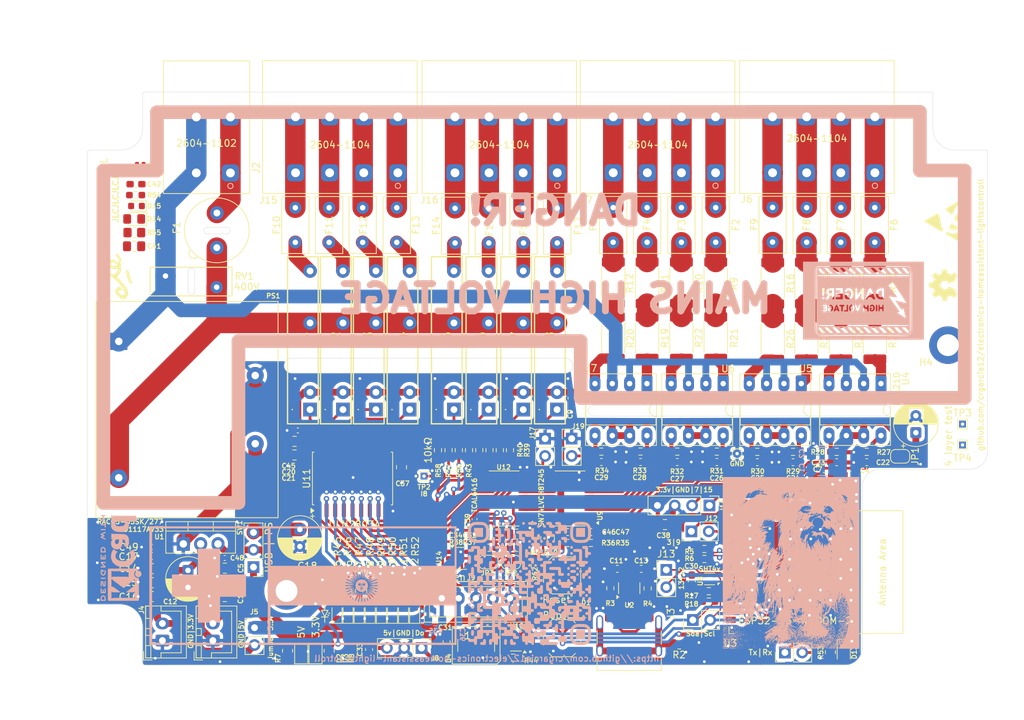
<source format=kicad_pcb>
(kicad_pcb (version 20241229) (generator "pcbnew") (generator_version "9.0")
  (title_block (title "Home Assistant module for lights control") (date "2025-08-19") (rev "20250819.26.3") (comment 1 "https://docs.rs-online.com/e49b/0900766b816e00ad.pdf") (comment 2 "https://media.distrelec.com/Web/Downloads/_t/ds/1862291_eng_tds.pdf") (comment 3 "case size: 62.8 (H) x 88.8 (W) x 138.8 (L)") (comment 4 "Board prepared for RS PRO Modular Enclosure for DIN rail 1862291"))
  (layers (0 "F.Cu" signal) (4 "In1.Cu" signal) (6 "In2.Cu" signal) (2 "B.Cu" signal) (13 "F.Paste" user) (15 "B.Paste" user) (5 "F.SilkS" user "F.Silkscreen") (7 "B.SilkS" user "B.Silkscreen") (1 "F.Mask" user) (3 "B.Mask" user) (25 "Edge.Cuts" user))
  (net 0 "")
  (net 1 "220VAC(L)")
  (net 2 "5V+")
  (net 3 "3.3V+")
  (net 4 "Net-(F1-Pad1)")
  (net 5 "Net-(F2-Pad1)")
  (net 6 "Net-(F3-Pad1)")
  (net 7 "Net-(F4-Pad1)")
  (net 8 "Net-(F5-Pad1)")
  (net 9 "Net-(J4-Pin_2)")
  (net 10 "220VAC(N)")
  (net 11 "EN")
  (net 12 "IO0")
  (net 13 "RXD0")
  (net 14 "TXD0")
  (net 15 "VBUS")
  (net 16 "GND")
  (net 17 "Net-(F2-Pad2)")
  (net 18 "Net-(F3-Pad2)")
  (net 19 "Net-(F4-Pad2)")
  (net 20 "Net-(F7-Pad1)")
  (net 21 "SDA")
  (net 22 "SCL")
  (net 23 "Net-(F8-Pad1)")
  (net 24 "Net-(F9-Pad1)")
  (net 25 "220VAC(N)-LowV")
  (net 26 "GPIO3")
  (net 27 "5V+_PS")
  (net 28 "Net-(F5-Pad2)")
  (net 29 "Net-(F6-Pad1)")
  (net 30 "Net-(D1-A)")
  (net 31 "Net-(D2-A)")
  (net 32 "Net-(D3-A)")
  (net 33 "Net-(D5-A)")
  (net 34 "Net-(D6-A)")
  (net 35 "Net-(D7-A)")
  (net 36 "GPIO9")
  (net 37 "Net-(D8-A)")
  (net 38 "Net-(D9-A)")
  (net 39 "Net-(D10-A)")
  (net 40 "Net-(D11-A)")
  (net 41 "Net-(D4-DIN)")
  (net 42 "Net-(D4-DOUT)")
  (net 43 "/ESP-D+")
  (net 44 "/ESP-D-")
  (net 45 "GPIO12")
  (net 46 "LED-GPIO")
  (net 47 "Net-(D13-A)")
  (net 48 "Net-(J3-D+-PadA6)")
  (net 49 "Net-(R15-Pad2)")
  (net 51 "Net-(R16-Pad2)")
  (net 52 "Net-(J3-CC1)")
  (net 53 "Net-(J3-SHIELD)")
  (net 54 "Net-(J3-CC2)")
  (net 56 "Net-(J3-D--PadA7)")
  (net 57 "Net-(U11-O1)")
  (net 58 "Net-(U11-O2)")
  (net 59 "Net-(U11-O3)")
  (net 60 "Net-(U11-O4)")
  (net 61 "GPIO13")
  (net 62 "Net-(U11-O5)")
  (net 63 "Net-(U11-O6)")
  (net 64 "Net-(U11-O7)")
  (net 65 "Net-(U11-O8)")
  (net 66 "Net-(R21-Pad1)")
  (net 67 "Net-(R10-Pad2)")
  (net 68 "Net-(R11-Pad2)")
  (net 69 "Net-(F10-Pad1)")
  (net 70 "Net-(F10-Pad2)")
  (net 71 "Net-(F11-Pad1)")
  (net 72 "Net-(F11-Pad2)")
  (net 73 "Net-(F12-Pad1)")
  (net 74 "Net-(F12-Pad2)")
  (net 75 "Net-(F13-Pad1)")
  (net 76 "Net-(F13-Pad2)")
  (net 77 "Net-(F14-Pad1)")
  (net 78 "Net-(F14-Pad2)")
  (net 79 "Net-(F15-Pad1)")
  (net 80 "Net-(F15-Pad2)")
  (net 81 "Net-(F16-Pad1)")
  (net 82 "Net-(F16-Pad2)")
  (net 83 "Net-(F17-Pad1)")
  (net 84 "Net-(F17-Pad2)")
  (net 85 "Net-(R12-Pad2)")
  (net 86 "Net-(R13-Pad2)")
  (net 87 "Net-(R14-Pad2)")
  (net 88 "Net-(R19-Pad2)")
  (net 89 "Net-(R20-Pad2)")
  (net 90 "Net-(R21-Pad2)")
  (net 91 "Net-(R22-Pad2)")
  (net 92 "Net-(R23-Pad2)")
  (net 93 "Net-(R24-Pad2)")
  (net 94 "Net-(R25-Pad2)")
  (net 95 "Net-(R26-Pad2)")
  (net 98 "RGBLED")
  (net 104 "GPIO7")
  (net 107 "Net-(F6-Pad2)")
  (net 108 "Net-(F7-Pad2)")
  (net 109 "Net-(F8-Pad2)")
  (net 110 "Net-(F9-Pad2)")
  (net 111 "Net-(D12-A)")
  (net 114 "GPIO15")
  (net 116 "Net-(JP1-B)")
  (net 126 "Net-(JP2-B)")
  (net 141 "Net-(U12-P04)")
  (net 142 "Net-(U12-P00)")
  (net 143 "Net-(U12-P05)")
  (net 144 "Net-(U12-P01)")
  (net 145 "Net-(U12-P06)")
  (net 146 "Net-(U12-P03)")
  (net 147 "Net-(U12-P02)")
  (net 148 "Net-(C11-Pad1)")
  (net 149 "Net-(C13-Pad1)")
  (net 150 "Net-(U9-A1)")
  (net 151 "Net-(U9-A2)")
  (net 152 "Net-(U9-A3)")
  (net 153 "Net-(U9-A4)")
  (net 154 "Net-(U9-A5)")
  (net 155 "Net-(U9-A6)")
  (net 156 "Net-(U9-A7)")
  (net 157 "VccA")
  (net 158 "Net-(J19-Pin_2)")
  (net 159 "Net-(J17-Pin_2)")
  (net 161 "TCAL_INT")
  (net 162 "Net-(U11-I1)")
  (net 163 "Net-(U11-I2)")
  (net 164 "Net-(U11-I3)")
  (net 165 "Net-(U11-I4)")
  (net 166 "Net-(U11-I5)")
  (net 167 "Net-(U11-I8)")
  (net 168 "Net-(U11-I7)")
  (net 169 "Net-(U11-I6)")
  (net 170 "Net-(JP2-A)")
  (net 171 "OUT_ENABLE")
  (net 172 "Net-(JP3-A)")
  (net 173 "Net-(U9-~{OE})")
  (net 176 "Net-(TP3-Pad1)")
  (footprint "Connector_PinHeader_2.54mm:PinHeader_1x02_P2.54mm_Vertical" (layer "F.Cu") (at 47.55 110.02)
    (property "Reference" "J5" (at -0.05 -2.32 0) (layer "F.SilkS") (effects (font (size 0.7 0.7))))
    (property "Value" "Jumper 3.3v" (at 2.35 1.48 90) (layer "F.SilkS") (effects (font (size 0.7 0.7))))
    (pad "1" thru_hole rect (at 0 0) (size 1.7 1.7) (drill 1) (layers "*.Cu" "*.Mask") (net 3 "3.3V+"))
    (pad "2" thru_hole circle (at 0 2.54) (size 1.7 1.7) (drill 1) (layers "*.Cu" "*.Mask") (net 9 "Net-(J4-Pin_2)"))
  )
  (footprint "Resistor_SMD:R_2512_6332Metric_Pad1.40x3.35mm_HandSolder" (layer "F.Cu") (at 100.151 59.4615 -90)
    (property "Reference" "R12" (at 0.0788 -2.3982 90) (layer "F.SilkS"))
    (property "Value" "150kΩ1w" (hide yes))
    (pad "1" smd roundrect (at -3.05 0 270) (size 1.4 3.35) (layers "F.Cu" "F.Mask" "F.Paste") (roundrect_rratio 0.178571) (net 8 "Net-(F5-Pad1)"))
    (pad "2" smd roundrect (at 3.05 0 270) (size 1.4 3.35) (layers "F.Cu" "F.Mask" "F.Paste") (roundrect_rratio 0.178571) (net 85 "Net-(R12-Pad2)"))
  )
  (footprint "Resistor_SMD:R_2512_6332Metric_Pad1.40x3.35mm_HandSolder" (layer "F.Cu") (at 105.104 59.4615 -90)
    (property "Reference" "R11" (at 0.1015 -2.6174 90) (layer "F.SilkS"))
    (property "Value" "150kΩ1w" (hide yes))
    (pad "1" smd roundrect (at -3.05 0 270) (size 1.4 3.35) (layers "F.Cu" "F.Mask" "F.Paste") (roundrect_rratio 0.178571) (net 7 "Net-(F4-Pad1)"))
    (pad "2" smd roundrect (at 3.05 0 270) (size 1.4 3.35) (layers "F.Cu" "F.Mask" "F.Paste") (roundrect_rratio 0.178571) (net 68 "Net-(R11-Pad2)"))
  )
  (footprint "Varistor:RV_Disc_D12mm_W4.2mm_P7.5mm" (layer "F.Cu") (at 34.5024 58.46307)
    (property "Reference" "RV1" (hide yes))
    (property "Value" "400V" (at 11.8976 1.58693 0) (layer "F.SilkS"))
    (fp_text user "${REFERENCE}" (at 11.5476 0.03693 0) (layer "F.SilkS"))
    (pad "1" thru_hole circle (at 0 0) (size 1.8 1.8) (drill 0.8) (layers "*.Cu" "*.Mask") (net 10 "220VAC(N)"))
    (pad "2" thru_hole circle (at 7.5 1.63333) (size 1.8 1.8) (drill 0.8) (layers "*.Cu" "*.Mask") (net 1 "220VAC(L)"))
  )
  (footprint "Resistor_SMD:R_2512_6332Metric_Pad1.40x3.35mm_HandSolder" (layer "F.Cu") (at 105.104 67.5133 -90)
    (property "Reference" "R19" (at 0.0507 -2.6174 90) (layer "F.SilkS"))
    (property "Value" "150kΩ1w" (hide yes))
    (pad "1" smd roundrect (at -3.05 0 270) (size 1.4 3.35) (layers "F.Cu" "F.Mask" "F.Paste") (roundrect_rratio 0.178571) (net 68 "Net-(R11-Pad2)"))
    (pad "2" smd roundrect (at 3.05 0 270) (size 1.4 3.35) (layers "F.Cu" "F.Mask" "F.Paste") (roundrect_rratio 0.178571) (net 88 "Net-(R19-Pad2)"))
  )
  (footprint "Resistor_SMD:R_2512_6332Metric_Pad1.40x3.35mm_HandSolder" (layer "F.Cu") (at 100.151 67.5133 -90)
    (property "Reference" "R20" (at 0.0808 -2.5182 270) (layer "F.SilkS"))
    (property "Value" "150kΩ1w" (hide yes))
    (pad "1" smd roundrect (at -3.05 0 270) (size 1.4 3.35) (layers "F.Cu" "F.Mask" "F.Paste") (roundrect_rratio 0.178571) (net 85 "Net-(R12-Pad2)"))
    (pad "2" smd roundrect (at 3.05 0 270) (size 1.4 3.35) (layers "F.Cu" "F.Mask" "F.Paste") (roundrect_rratio 0.178571) (net 89 "Net-(R20-Pad2)"))
  )
  (footprint "LED_SMD:LED_0805_2012Metric_Pad1.15x1.40mm_HandSolder" (layer "F.Cu") (at 54.4 113.45 90)
    (property "Reference" "D2" (at -1.06 5.6 270) (layer "F.SilkS") (effects (font (size 0.7 0.7))))
    (property "Value" "5V" (at 2.775 0 90) (layer "F.SilkS"))
    (pad "1" smd roundrect (at -1.025 0 90) (size 1.15 1.4) (layers "F.Cu" "F.Mask" "F.Paste") (roundrect_rratio 0.217391) (net 16 "GND"))
    (pad "2" smd roundrect (at 1.025 0 90) (size 1.15 1.4) (layers "F.Cu" "F.Mask" "F.Paste") (roundrect_rratio 0.217391) (net 31 "Net-(D2-A)"))
  )
  (footprint "Resistor_SMD:R_0805_2012Metric_Pad1.20x1.40mm_HandSolder" (layer "F.Cu") (at 52.4 113.4 90)
    (property "Reference" "R7" (at -1.1 -1.4 270) (layer "F.SilkS") (effects (font (size 0.7 0.7))))
    (property "Value" "100Ω" (hide yes))
    (pad "1" smd roundrect (at -1 0 90) (size 1.2 1.4) (layers "F.Cu" "F.Mask" "F.Paste") (roundrect_rratio 0.208333) (net 31 "Net-(D2-A)"))
    (pad "2" smd roundrect (at 1 0 90) (size 1.2 1.4) (layers "F.Cu" "F.Mask" "F.Paste") (roundrect_rratio 0.208333) (net 2 "5V+"))
  )
  (footprint "Connector_JST:JST_XH_B2B-XH-A_1x02_P2.50mm_Vertical" (layer "F.Cu") (at 41.45 111.8997 90)
    (property "Reference" "J1" (at 5.6997 -0.8393 180) (layer "F.SilkS") (effects (font (size 0.7 0.7))))
    (property "Value" "GND|5V" (at 0.8997 4.1607 90) (layer "F.SilkS") (effects (font (size 0.7 0.7))))
    (pad "1" thru_hole roundrect (at 0 0 90) (size 1.7 2) (drill 1) (layers "*.Cu" "*.Mask") (roundrect_rratio 0.147059) (net 16 "GND"))
    (pad "2" thru_hole oval (at 2.5 0 90) (size 1.7 2) (drill 1) (layers "*.Cu" "*.Mask") (net 2 "5V+"))
  )
  (footprint "Hamodule_Icons_Footprints:che" (layer "F.Cu") (at 27.25 58.5 90)
    (property "Reference" "G10" (hide yes))
    (property "Value" "Che" (hide yes))
  )
  (footprint "Capacitor_SMD:C_0805_2012Metric_Pad1.18x1.45mm_HandSolder" (layer "F.Cu") (at 32.4827 101.3698 180)
    (property "Reference" "C14" (at 3.3827 0.0254 180) (layer "F.SilkS"))
    (property "Value" "100nF")
    (pad "1" smd roundrect (at -1.0375 0 180) (size 1.175 1.45) (layers "F.Cu" "F.Mask" "F.Paste") (roundrect_rratio 0.212766) (net 9 "Net-(J4-Pin_2)"))
    (pad "2" smd roundrect (at 1.0375 0 180) (size 1.175 1.45) (layers "F.Cu" "F.Mask" "F.Paste") (roundrect_rratio 0.212766) (net 16 "GND"))
  )
  (footprint "Capacitor_SMD:C_0805_2012Metric_Pad1.18x1.45mm_HandSolder" (layer "F.Cu") (at 43.2 103.4 180)
    (property "Reference" "C8" (at -2.3375 -0.0381 90) (layer "F.SilkS") (effects (font (size 0.7 0.7))))
    (property "Value" "22uF")
    (pad "1" smd roundrect (at -1.0375 0 180) (size 1.175 1.45) (layers "F.Cu" "F.Mask" "F.Paste") (roundrect_rratio 0.212766) (net 2 "5V+"))
    (pad "2" smd roundrect (at 1.0375 0 180) (size 1.175 1.45) (layers "F.Cu" "F.Mask" "F.Paste") (roundrect_rratio 0.212766) (net 16 "GND"))
  )
  (footprint "Hamodule_Footprints:RAC05-05SK_277" (layer "F.Cu") (at 37.656 78.0466)
    (property "Reference" "PS1" (at 12.644 -16.66686 0) (layer "F.SilkS") (effects (font (size 0.7 0.7))))
    (property "Value" "RAC05-05SK/277" (at -8.356 16.4326 0) (layer "F.SilkS") (effects (font (size 0.7 0.7))))
    (pad "1" thru_hole rect (at -10 -10) (size 2.5 2.5) (drill 1.1) (layers "*.Cu" "*.Mask") (net 10 "220VAC(N)"))
    (pad "5" thru_hole circle (at -10 10) (size 2.5 2.5) (drill 1.1) (layers "*.Cu" "*.Mask") (net 1 "220VAC(L)"))
    (pad "7" thru_hole circle (at 10 5) (size 2.5 2.5) (drill 1.1) (layers "*.Cu" "*.Mask") (net 27 "5V+_PS"))
    (pad "9" thru_hole circle (at 10 -5) (size 2.5 2.5) (drill 1.1) (layers "*.Cu" "*.Mask") (net 16 "GND"))
  )
  (footprint "Package_TO_SOT_THT:TO-220-3_Vertical" (layer "F.Cu") (at 37.1187 97.7392)
    (property "Reference" "U1" (at -3.5187 -1.0392 0) (layer "F.SilkS") (effects (font (size 0.7 0.7))))
    (property "Value" "LD1117AV33" (at -6.1187 -2.1392 180) (layer "F.SilkS") (effects (font (size 0.7 0.7))))
    (pad "1" thru_hole rect (at 0 0) (size 1.905 2) (drill 1.1) (layers "*.Cu" "*.Mask") (net 16 "GND"))
    (pad "2" thru_hole oval (at 2.54 0) (size 1.905 2) (drill 1.1) (layers "*.Cu" "*.Mask") (net 9 "Net-(J4-Pin_2)"))
    (pad "3" thru_hole oval (at 5.08 0) (size 1.905 2) (drill 1.1) (layers "*.Cu" "*.Mask") (net 2 "5V+"))
  )
  (footprint "Hamodule_Footprints:WAGO_2604-1104" (layer "F.Cu") (at 68.5678 43.3324 180)
    (property "Reference" "J15" (at 18.9678 -4 180) (layer "F.SilkS"))
    (property "Value" "2604-1104" (at 8.499998 4.099999 180) (layer "F.SilkS"))
    (fp_text user "*" (at 0 0 180) (layer "F.SilkS"))
    (pad "1" thru_hole roundrect (at 0 0 180) (size 2.5 2.5) (drill 1.2954) (layers "*.Cu" "*.Mask") (net 76 "Net-(F13-Pad2)"))
    (pad "2" thru_hole roundrect (at 0 8.199999 180) (size 2.5 2.5) (drill 1.2954) (layers "*.Cu" "*.Mask") (net 76 "Net-(F13-Pad2)"))
    (pad "3" thru_hole roundrect (at 5 0 180) (size 2.5 2.5) (drill 1.2954) (layers "*.Cu" "*.Mask") (net 74 "Net-(F12-Pad2)"))
    (pad "4" thru_hole roundrect (at 5 8.199999 180) (size 2.5 2.5) (drill 1.2954) (layers "*.Cu" "*.Mask") (net 74 "Net-(F12-Pad2)"))
    (pad "5" thru_hole roundrect (at 10 0 180) (size 2.5 2.5) (drill 1.2954) (layers "*.Cu" "*.Mask") (net 72 "Net-(F11-Pad2)"))
    (pad "6" thru_hole roundrect (at 10 8.199999 180) (size 2.5 2.5) (drill 1.2954) (layers "*.Cu" "*.Mask") (net 72 "Net-(F11-Pad2)"))
    (pad "7" thru_hole roundrect (at 15 0 180) (size 2.5 2.5) (drill 1.2954) (layers "*.Cu" "*.Mask") (net 70 "Net-(F10-Pad2)"))
    (pad "8" thru_hole roundrect (at 15 8.199999 180) (size 2.5 2.5) (drill 1.2954) (layers "*.Cu" "*.Mask") (net 70 "Net-(F10-Pad2)"))
  )
  (footprint "Hamodule_Footprints:WAGO-2604-1102" (layer "F.Cu") (at 44.02 43.355999 180)
    (property "Reference" "J2" (at -3.78 0.755999 270) (layer "F.SilkS"))
    (property "Value" "2604-1102" (at 3.499998 4.355999 180) (layer "F.SilkS"))
    (fp_text user "*" (at 0 0 180) (layer "F.SilkS"))
    (pad "1" thru_hole roundrect (at 0 0 180) (size 2.5 2.5) (drill 1.2954) (layers "*.Cu" "*.Mask") (net 4 "Net-(F1-Pad1)"))
    (pad "2" thru_hole roundrect (at 0 8.199999 180) (size 2.5 2.5) (drill 1.2954) (layers "*.Cu" "*.Mask") (net 4 "Net-(F1-Pad1)"))
    (pad "3" thru_hole roundrect (at 5 0 180) (size 2.5 2.5) (drill 1.2954) (layers "*.Cu" "*.Mask") (net 10 "220VAC(N)"))
    (pad "4" thru_hole roundrect (at 5 8.199999 180) (size 2.5 2.5) (drill 1.2954) (layers "*.Cu" "*.Mask") (net 10 "220VAC(N)"))
  )
  (footprint "Hamodule_Footprints:WAGO_2604-1104" (layer "F.Cu") (at 115.14 43.328199 180)
    (property "Reference" "J7" (at 18.84 -3.971801 180) (layer "F.SilkS"))
    (property "Value" "2604-1104" (at 8.499998 4.099999 180) (layer "F.SilkS"))
    (fp_text user "*" (at 0 0 180) (layer "F.SilkS"))
    (pad "1" thru_hole roundrect (at 0 0 180) (size 2.5 2.5) (drill 1.2954) (layers "*.Cu" "*.Mask") (net 17 "Net-(F2-Pad2)"))
    (pad "2" thru_hole roundrect (at 0 8.199999 180) (size 2.5 2.5) (drill 1.2954) (layers "*.Cu" "*.Mask") (net 17 "Net-(F2-Pad2)"))
    (pad "3" thru_hole roundrect (at 5 0 180) (size 2.5 2.5) (drill 1.2954) (layers "*.Cu" "*.Mask") (net 18 "Net-(F3-Pad2)"))
    (pad "4" thru_hole roundrect (at 5 8.199999 180) (size 2.5 2.5) (drill 1.2954) (layers "*.Cu" "*.Mask") (net 18 "Net-(F3-Pad2)"))
    (pad "5" thru_hole roundrect (at 10 0 180) (size 2.5 2.5) (drill 1.2954) (layers "*.Cu" "*.Mask") (net 19 "Net-(F4-Pad2)"))
    (pad "6" thru_hole roundrect (at 10 8.199999 180) (size 2.5 2.5) (drill 1.2954) (layers "*.Cu" "*.Mask") (net 19 "Net-(F4-Pad2)"))
    (pad "7" thru_hole roundrect (at 15 0 180) (size 2.5 2.5) (drill 1.2954) (layers "*.Cu" "*.Mask") (net 28 "Net-(F5-Pad2)"))
    (pad "8" thru_hole roundrect (at 15 8.199999 180) (size 2.5 2.5) (drill 1.2954) (layers "*.Cu" "*.Mask") (net 28 "Net-(F5-Pad2)"))
  )
  (footprint "Fuse:Fuseholder_TR5_Littelfuse_No560_No460" (layer "F.Cu") (at 42.037 49.2252 -90)
    (property "Reference" "F1" (at 2.17 5.9 270) (layer "F.SilkS"))
    (property "Value" "250V500mA")
    (pad "1" thru_hole circle (at 0 0 270) (size 2 2) (drill 1) (layers "*.Cu" "*.Mask") (net 4 "Net-(F1-Pad1)"))
    (pad "2" thru_hole circle (at 5.08 0.01 270) (size 2 2) (drill 1) (layers "*.Cu" "*.Mask") (net 1 "220VAC(L)"))
  )
  (footprint "Package_DIP:DIP-8_W7.62mm_Socket_LongPads" (layer "F.Cu") (at 139.389178 74.236118 -90)
    (property "Reference" "U4" (at -0.736118 -3.610822 90) (layer "F.SilkS"))
    (property "Value" "LDA210")
    (pad "1" thru_hole roundrect (at 0 0 270) (size 2.4 1.6) (drill 0.8) (layers "*.Cu" "*.Mask") (roundrect_rratio 0.15625) (net 92 "Net-(R23-Pad2)"))
    (pad "2" thru_hole oval (at 0 2.54 270) (size 2.4 1.6) (drill 0.8) (layers "*.Cu" "*.Mask") (net 25 "220VAC(N)-LowV"))
    (pad "3" thru_hole oval (at 0 5.08 270) (size 2.4 1.6) (drill 0.8) (layers "*.Cu" "*.Mask") (net 25 "220VAC(N)-LowV"))
    (pad "4" thru_hole oval (at 0 7.62 270) (size 2.4 1.6) (drill 0.8) (layers "*.Cu" "*.Mask") (net 93 "Net-(R24-Pad2)"))
    (pad "5" thru_hole oval (at 7.62 7.62 270) (size 2.4 1.6) (drill 0.8) (layers "*.Cu" "*.Mask") (net 151 "Net-(U9-A2)"))
    (pad "6" thru_hole oval (at 7.62 5.08 270) (size 2.4 1.6) (drill 0.8) (layers "*.Cu" "*.Mask") (net 3 "3.3V+"))
    (pad "7" thru_hole oval (at 7.62 2.54 270) (size 2.4 1.6) (drill 0.8) (layers "*.Cu" "*.Mask") (net 3 "3.3V+"))
    (pad "8" thru_hole oval (at 7.62 0 270) (size 2.4 1.6) (drill 0.8) (layers "*.Cu" "*.Mask") (net 150 "Net-(U9-A1)"))
  )
  (footprint "Resistor_SMD:R_2512_6332Metric_Pad1.40x3.35mm_HandSolder" (layer "F.Cu") (at 115.1624 67.5133 -90)
    (property "Reference" "R21" (at 0.0234 -2.7178 90) (layer "F.SilkS"))
    (property "Value" "150kΩ1w" (hide yes))
    (pad "1" smd roundrect (at -3.05 0 270) (size 1.4 3.35) (layers "F.Cu" "F.Mask" "F.Paste") (roundrect_rratio 0.178571) (net 66 "Net-(R21-Pad1)"))
    (pad "2" smd roundrect (at 3.05 0 270) (size 1.4 3.35) (layers "F.Cu" "F.Mask" "F.Paste") (roundrect_rratio 0.178571) (net 90 "Net-(R21-Pad2)"))
  )
  (footprint "Resistor_SMD:R_2512_6332Metric_Pad1.40x3.35mm_HandSolder" (layer "F.Cu") (at 110.1332 59.4615 -90)
    (property "Reference" "R10" (at 0.1015 -2.592 90) (layer "F.SilkS"))
    (property "Value" "150kΩ1w" (hide yes))
    (pad "1" smd roundrect (at -3.05 0 270) (size 1.4 3.35) (layers "F.Cu" "F.Mask" "F.Paste") (roundrect_rratio 0.178571) (net 6 "Net-(F3-Pad1)"))
    (pad "2" smd roundrect (at 3.05 0 270) (size 1.4 3.35) (layers "F.Cu" "F.Mask" "F.Paste") (roundrect_rratio 0.178571) (net 67 "Net-(R10-Pad2)"))
  )
  (footprint "Resistor_SMD:R_2512_6332Metric_Pad1.40x3.35mm_HandSolder" (layer "F.Cu") (at 115.1624 59.4615 -90)
    (property "Reference" "R9" (at 0.132 -2.6676 90) (layer "F.SilkS"))
    (property "Value" "150kΩ1w" (hide yes))
    (pad "1" smd roundrect (at -3.05 0 270) (size 1.4 3.35) (layers "F.Cu" "F.Mask" "F.Paste") (roundrect_rratio 0.178571) (net 5 "Net-(F2-Pad1)"))
    (pad "2" smd roundrect (at 3.05 0 270) (size 1.4 3.35) (layers "F.Cu" "F.Mask" "F.Paste") (roundrect_rratio 0.178571) (net 66 "Net-(R21-Pad1)"))
  )
  (footprint "Package_DIP:DIP-8_W7.62mm_Socket_LongPads" (layer "F.Cu") (at 105.0813 74.2396 -90)
    (property "Reference" "U7" (at -2.256 8.2941 0) (layer "F.SilkS"))
    (property "Value" "LDA210" (at 0.8104 -36.6187 90) (layer "F.SilkS") (effects (font (size 0.9 0.9))))
    (pad "1" thru_hole roundrect (at 0 0 270) (size 2.4 1.6) (drill 0.8) (layers "*.Cu" "*.Mask") (roundrect_rratio 0.15625) (net 88 "Net-(R19-Pad2)"))
    (pad "2" thru_hole oval (at 0 2.54 270) (size 2.4 1.6) (drill 0.8) (layers "*.Cu" "*.Mask") (net 25 "220VAC(N)-LowV"))
    (pad "3" thru_hole oval (at 0 5.08 270) (size 2.4 1.6) (drill 0.8) (layers "*.Cu" "*.Mask") (net 25 "220VAC(N)-LowV"))
    (pad "4" thru_hole oval (at 0 7.62 270) (size 2.4 1.6) (drill 0.8) (layers "*.Cu" "*.Mask") (net 89 "Net-(R20-Pad2)"))
    (pad "5" thru_hole oval (at 7.62 7.62 270) (size 2.4 1.6) (drill 0.8) (layers "*.Cu" "*.Mask") (net 158 "Net-(J19-Pin_2)"))
    (pad "6" thru_hole oval (at 7.62 5.08 270) (size 2.4 1.6) (drill 0.8) (layers "*.Cu" "*.Mask") (net 3 "3.3V+"))
    (pad "7" thru_hole oval (at 7.62 2.54 270) (size 2.4 1.6) (drill 0.8) (layers "*.Cu" "*.Mask") (net 3 "3.3V+"))
    (pad "8" thru_hole oval (at 7.62 0 270) (size 2.4 1.6) (drill 0.8) (layers "*.Cu" "*.Mask") (net 156 "Net-(U9-A7)"))
  )
  (footprint "Package_DIP:DIP-8_W7.62mm_Socket_LongPads" (layer "F.Cu") (at 116.2573 74.2396 -90)
    (property "Reference" "U6" (at -2.1798 -0.7229 0) (layer "F.SilkS"))
    (property "Value" "LDA210" (hide yes))
    (pad "1" thru_hole roundrect (at 0 0 270) (size 2.4 1.6) (drill 0.8) (layers "*.Cu" "*.Mask") (roundrect_rratio 0.15625) (net 90 "Net-(R21-Pad2)"))
    (pad "2" thru_hole oval (at 0 2.54 270) (size 2.4 1.6) (drill 0.8) (layers "*.Cu" "*.Mask") (net 25 "220VAC(N)-LowV"))
    (pad "3" thru_hole oval (at 0 5.08 270) (size 2.4 1.6) (drill 0.8) (layers "*.Cu" "*.Mask") (net 25 "220VAC(N)-LowV"))
    (pad "4" thru_hole oval (at 0 7.62 270) (size 2.4 1.6) (drill 0.8) (layers "*.Cu" "*.Mask") (net 91 "Net-(R22-Pad2)"))
    (pad "5" thru_hole oval (at 7.62 7.62 270) (size 2.4 1.6) (drill 0.8) (layers "*.Cu" "*.Mask") (net 155 "Net-(U9-A6)"))
    (pad "6" thru_hole oval (at 7.62 5.08 270) (size 2.4 1.6) (drill 0.8) (layers "*.Cu" "*.Mask") (net 3 "3.3V+"))
    (pad "7" thru_hole oval (at 7.62 2.54 270) (size 2.4 1.6) (drill 0.8) (layers "*.Cu" "*.Mask") (net 3 "3.3V+"))
    (pad "8" thru_hole oval (at 7.62 0 270) (size 2.4 1.6) (drill 0.8) (layers "*.Cu" "*.Mask") (net 154 "Net-(U9-A5)"))
  )
  (footprint "Resistor_SMD:R_2512_6332Metric_Pad1.40x3.35mm_HandSolder" (layer "F.Cu") (at 110.1332 67.5133 -90)
    (property "Reference" "R22" (at -0.0001 -2.5666 90) (layer "F.SilkS"))
    (property "Value" "150kΩ1w" (hide yes))
    (pad "1" smd roundrect (at -3.05 0 270) (size 1.4 3.35) (layers "F.Cu" "F.Mask" "F.Paste") (roundrect_rratio 0.178571) (net 67 "Net-(R10-Pad2)"))
    (pad "2" smd roundrect (at 3.05 0 270) (size 1.4 3.35) (layers "F.Cu" "F.Mask" "F.Paste") (roundrect_rratio 0.178571) (net 91 "Net-(R22-Pad2)"))
  )
  (footprint "Resistor_SMD:R_0603_1608Metric_Pad0.98x0.95mm_HandSolder" (layer "F.Cu") (at 131.376902 89.787199)
    (property "Reference" "R1" (at -4.876902 0.612801 180) (layer "F.SilkS") (effects (font (size 0.7 0.7))))
    (property "Value" "10kΩ" (hide yes))
    (pad "1" smd roundrect (at -0.9125 0) (size 0.975 0.95) (layers "F.Cu" "F.Mask" "F.Paste") (net 11 "EN"))
    (pad "2" smd roundrect (at 0.9125 0) (size 0.975 0.95) (layers "F.Cu" "F.Mask" "F.Paste") (net 3 "3.3V+"))
  )
  (footprint "Capacitor_SMD:C_0603_1608Metric_Pad1.08x0.95mm_HandSolder" (layer "F.Cu") (at 131.364402 91.311199 180)
    (property "Reference" "C3" (at 4.864402 -0.088801 180) (layer "F.SilkS") (effects (font (size 0.7 0.7) (thickness 0.15) (bold yes))))
    (property "Value" "100nF" (hide yes))
    (pad "1" smd roundrect (at -0.8625 0 180) (size 1.075 0.95) (layers "F.Cu" "F.Mask" "F.Paste") (net 11 "EN"))
    (pad "2" smd roundrect (at 0.8625 0 180) (size 1.075 0.95) (layers "F.Cu" "F.Mask" "F.Paste") (net 16 "GND"))
  )
  (footprint "Connector_JST:JST_XH_B2B-XH-A_1x02_P2.50mm_Vertical" (layer "F.Cu") (at 34.05 111.8997 90)
    (property "Reference" "J4" (at 4.4997 -3.05 270) (layer "F.SilkS") (effects (font (size 0.7 0.7))))
    (property "Value" "GND|3.3V" (at 1.3497 4.15 270) (layer "F.SilkS") (effects (font (size 0.7 0.7))))
    (pad "1" thru_hole roundrect (at 0 0 90) (size 1.7 2) (drill 1) (layers "*.Cu" "*.Mask") (roundrect_rratio 0.147059) (net 16 "GND"))
    (pad "2" thru_hole oval (at 2.5 0 90) (size 1.7 2) (drill 1) (layers "*.Cu" "*.Mask") (net 9 "Net-(J4-Pin_2)"))
  )
  (footprint "Button_Switch_SMD:SW_SPST_SKQG_WithStem" (layer "F.Cu") (at 92.647 102.35)
    (property "Reference" "SW2" (hide yes))
    (property "Value" "Reset" (at -0.847 3.55 180) (layer "F.SilkS"))
    (pad "1" smd rect (at -3.1 -1.85) (size 1.8 1.1) (layers "F.Cu" "F.Mask" "F.Paste") (net 11 "EN"))
    (pad "1" smd rect (at 3.1 -1.85) (size 1.8 1.1) (layers "F.Cu" "F.Mask" "F.Paste") (net 11 "EN"))
    (pad "2" smd rect (at -3.1 1.85) (size 1.8 1.1) (layers "F.Cu" "F.Mask" "F.Paste") (net 16 "GND"))
    (pad "2" smd rect (at 3.1 1.85) (size 1.8 1.1) (layers "F.Cu" "F.Mask" "F.Paste") (net 16 "GND"))
    (zone (net 0) (net_name "") (layer "F.Cu") (connect_pads (clearance 0)) (min_thickness 0.254)
      (keepout (tracks not_allowed) (vias not_allowed) (pads not_allowed) (copperpour not_allowed) (footprints not_allowed))
      (fill (thermal_gap 0.508) (thermal_bridge_width 0.508))
      (polygon (pts (xy 88.647 101.05) (xy 91.647 101.05) (xy 91.647 103.65) (xy 88.647 103.65)))
    )
    (zone (net 0) (net_name "") (layer "F.Cu") (connect_pads (clearance 0)) (min_thickness 0.254)
      (keepout (tracks not_allowed) (vias not_allowed) (pads not_allowed) (copperpour not_allowed) (footprints not_allowed))
      (fill (thermal_gap 0.508) (thermal_bridge_width 0.508))
      (polygon (pts (xy 93.647 101.05) (xy 96.647 101.05) (xy 96.647 103.65) (xy 93.647 103.65)))
    )
  )
  (footprint "Button_Switch_SMD:SW_SPST_SKQG_WithStem" (layer "F.Cu") (at 92.6458 111.5526)
    (property "Reference" "SW3" (hide yes))
    (property "Value" "Boot" (at -1.1458 -3.3526 0) (layer "F.SilkS"))
    (pad "1" smd rect (at -3.1 -1.85) (size 1.8 1.1) (layers "F.Cu" "F.Mask" "F.Paste") (net 12 "IO0"))
    (pad "1" smd rect (at 3.1 -1.85) (size 1.8 1.1) (layers "F.Cu" "F.Mask" "F.Paste") (net 12 "IO0"))
    (pad "2" smd rect (at -3.1 1.85) (size 1.8 1.1) (layers "F.Cu" "F.Mask" "F.Paste") (net 16 "GND"))
    (pad "2" smd rect (at 3.1 1.85) (size 1.8 1.1) (layers "F.Cu" "F.Mask" "F.Paste") (net 16 "GND"))
    (zone (net 0) (net_name "") (layer "F.Cu") (connect_pads (clearance 0)) (min_thickness 0.254)
      (keepout (tracks not_allowed) (vias not_allowed) (pads not_allowed) (copperpour not_allowed) (footprints not_allowed))
      (fill (thermal_gap 0.508) (thermal_bridge_width 0.508))
      (polygon (pts (xy 88.6458 110.2526) (xy 91.6458 110.2526) (xy 91.6458 112.8526) (xy 88.6458 112.8526)))
    )
    (zone (net 0) (net_name "") (layer "F.Cu") (connect_pads (clearance 0)) (min_thickness 0.254)
      (keepout (tracks not_allowed) (vias not_allowed) (pads not_allowed) (copperpour not_allowed) (footprints not_allowed))
      (fill (thermal_gap 0.508) (thermal_bridge_width 0.508))
      (polygon (pts (xy 93.6458 110.2526) (xy 96.6458 110.2526) (xy 96.6458 112.8526) (xy 93.6458 112.8526)))
    )
  )
  (footprint "Connector_PinHeader_2.54mm:PinHeader_1x02_P2.54mm_Vertical" (layer "F.Cu") (at 125.305402 113.659699 90)
    (property "Reference" "J10" (hide yes))
    (property "Value" "Tx|Rx" (at 0.020099 -3.588602 180) (layer "F.SilkS") (effects (font (size 0.8 0.8))))
    (pad "1" thru_hole rect (at 0 0 90) (size 1.7 1.7) (drill 1) (layers "*.Cu" "*.Mask") (net 13 "RXD0"))
    (pad "2" thru_hole circle (at 0 2.54 90) (size 1.7 1.7) (drill 1) (layers "*.Cu" "*.Mask") (net 14 "TXD0"))
  )
  (footprint "Capacitor_SMD:C_0603_1608Metric_Pad1.08x0.95mm_HandSolder" (layer "F.Cu") (at 134.8375 89.2)
    (property "Reference" "C6" (at -5.8375 0.3 180) (layer "F.SilkS") (effects (font (size 0.7 0.7))))
    (property "Value" "100nF" (hide yes))
    (pad "1" smd roundrect (at -0.8625 0) (size 1.075 0.95) (layers "F.Cu" "F.Mask" "F.Paste") (net 3 "3.3V+"))
    (pad "2" smd roundrect (at 0.8625 0) (size 1.075 0.95) (layers "F.Cu" "F.Mask" "F.Paste") (net 16 "GND"))
  )
  (footprint "Capacitor_SMD:C_0603_1608Metric_Pad1.08x0.95mm_HandSolder" (layer "F.Cu") (at 111.655402 103.169699 -90)
    (property "Reference" "C30" (at -2.18 0.06 0) (layer "F.SilkS") (effects (font (size 0.7 0.7))))
    (property "Value" "100nF" (hide yes))
    (pad "1" smd roundrect (at -0.8625 0 270) (size 1.075 0.95) (layers "F.Cu" "F.Mask" "F.Paste") (net 3 "3.3V+"))
    (pad "2" smd roundrect (at 0.8625 0 270) (size 1.075 0.95) (layers "F.Cu" "F.Mask" "F.Paste") (net 16 "GND"))
  )
  (footprint "Connector_PinHeader_2.54mm:PinHeader_1x02_P2.54mm_Vertical" (layer "F.Cu") (at 94.05 82.3)
    (property "Reference" "J19" (at 0.95 -1.8 180) (layer "F.SilkS") (effects (font (size 0.7 0.7))))
    (property "Value" "TestPoint" (hide yes))
    (pad "1" thru_hole rect (at 0 0) (size 1.7 1.7) (drill 1) (layers "*.Cu" "*.Mask") (net 16 "GND"))
    (pad "2" thru_hole circle (at 0 2.54) (size 1.7 1.7) (drill 1) (layers "*.Cu" "*.Mask") (net 158 "Net-(J19-Pin_2)"))
  )
  (footprint "Resistor_SMD:R_0603_1608Metric_Pad0.98x0.95mm_HandSolder" (layer "F.Cu") (at 90.9875 96.9375 -90)
    (property "Reference" "R60" (at 2.0625 -0.0125 180) (layer "F.SilkS") (effects (font (size 0.7 0.7))))
    (property "Value" "10kΩ")
    (pad "1" smd roundrect (at -0.9125 0 270) (size 0.975 0.95) (layers "F.Cu" "F.Mask" "F.Paste") (net 16 "GND"))
    (pad "2" smd roundrect (at 0.9125 0 270) (size 0.975 0.95) (layers "F.Cu" "F.Mask" "F.Paste") (net 173 "Net-(U9-~{OE})"))
  )
  (footprint "Capacitor_SMD:C_0603_1608Metric_Pad1.08x0.95mm_HandSolder" (layer "F.Cu") (at 100.7375 101.389699 180)
    (property "Reference" "C11" (at 0.135402 1.189699 180) (layer "F.SilkS") (effects (font (size 0.7 0.7))))
    (property "Value" "20p")
    (pad "1" smd roundrect (at -0.8625 0 180) (size 1.075 0.95) (layers "F.Cu" "F.Mask" "F.Paste") (net 148 "Net-(C11-Pad1)"))
    (pad "2" smd roundrect (at 0.8625 0 180) (size 1.075 0.95) (layers "F.Cu" "F.Mask" "F.Paste") (net 16 "GND"))
  )
  (footprint "LED_SMD:LED_0805_2012Metric_Pad1.15x1.40mm_HandSolder" (layer "F.Cu") (at 56.5 113.45 90)
    (property "Reference" "D3" (at -1.05 4.39 270) (layer "F.SilkS") (effects (font (size 0.7 0.7))))
    (property "Value" "3.3V" (at 3.57 0.048209 90) (layer "F.SilkS"))
    (pad "1" smd roundrect (at -1.025 0 90) (size 1.15 1.4) (layers "F.Cu" "F.Mask" "F.Paste") (roundrect_rratio 0.217391) (net 16 "GND"))
    (pad "2" smd roundrect (at 1.025 0 90) (size 1.15 1.4) (layers "F.Cu" "F.Mask" "F.Paste") (roundrect_rratio 0.217391) (net 32 "Net-(D3-A)"))
  )
  (footprint "Package_SO:SOIC-18W_7.5x11.6mm_P1.27mm" (layer "F.Cu") (at 61.92 88.15 90)
    (property "Reference" "U11" (at 0 -6.73 90) (layer "F.SilkS"))
    (property "Value" "ULN2803A" (at -6.75 0.28 180) (layer "F.SilkS"))
    (pad "1" smd roundrect (at -4.65 -5.08 90) (size 2.05 0.6) (layers "F.Cu" "F.Mask" "F.Paste") (net 162 "Net-(U11-I1)"))
    (pad "2" smd roundrect (at -4.65 -3.81 90) (size 2.05 0.6) (layers "F.Cu" "F.Mask" "F.Paste") (net 163 "Net-(U11-I2)"))
    (pad "3" smd roundrect (at -4.65 -2.54 90) (size 2.05 0.6) (layers "F.Cu" "F.Mask" "F.Paste") (net 164 "Net-(U11-I3)"))
    (pad "4" smd roundrect (at -4.65 -1.27 90) (size 2.05 0.6) (layers "F.Cu" "F.Mask" "F.Paste") (net 165 "Net-(U11-I4)"))
    (pad "5" smd roundrect (at -4.65 0 90) (size 2.05 0.6) (layers "F.Cu" "F.Mask" "F.Paste") (net 166 "Net-(U11-I5)"))
    (pad "6" smd roundrect (at -4.65 1.27 90) (size 2.05 0.6) (layers "F.Cu" "F.Mask" "F.Paste") (net 169 "Net-(U11-I6)"))
    (pad "7" smd roundrect (at -4.65 2.54 90) (size 2.05 0.6) (layers "F.Cu" "F.Mask" "F.Paste") (net 168 "Net-(U11-I7)"))
    (pad "8" smd roundrect (at -4.65 3.81 90) (size 2.05 0.6) (layers "F.Cu" "F.Mask" "F.Paste") (net 167 "Net-(U11-I8)"))
    (pad "9" smd roundrect (at -4.65 5.08 90) (size 2.05 0.6) (layers "F.Cu" "F.Mask" "F.Paste") (net 16 "GND"))
    (pad "10" smd roundrect (at 4.65 5.08 90) (size 2.05 0.6) (layers "F.Cu" "F.Mask" "F.Paste") (net 2 "5V+"))
    (pad "11" smd roundrect (at 4.65 3.81 90) (size 2.05 0.6) (layers "F.Cu" "F.Mask" "F.Paste") (net 65 "Net-(U11-O8)"))
    (pad "12" smd roundrect (at 4.65 2.54 90) (size 2.05 0.6) (layers "F.Cu" "F.Mask" "F.Paste") (net 64 "Net-(U11-O7)"))
    (pad "13" smd roundrect (at 4.65 1.27 90) (size 2.05 0.6) (layers "F.Cu" "F.Mask" "F.Paste") (net 63 "Net-(U11-O6)"))
    (pad "14" smd roundrect (at 4.65 0 90) (size 2.05 0.6) (layers "F.Cu" "F.Mask" "F.Paste") (net 62 "Net-(U11-O5)"))
    (pad "15" smd roundrect (at 4.65 -1.27 90) (size 2.05 0.6) (layers "F.Cu" "F.Mask" "F.Paste") (net 60 "Net-(U11-O4)"))
    (pad "16" smd roundrect (at 4.65 -2.54 90) (size 2.05 0.6) (layers "F.Cu" "F.Mask" "F.Paste") (net 59 "Net-(U11-O3)"))
    (pad "17" smd roundrect (at 4.65 -3.81 90) (size 2.05 0.6) (layers "F.Cu" "F.Mask" "F.Paste") (net 58 "Net-(U11-O2)"))
    (pad "18" smd roundrect (at 4.65 -5.08 90) (size 2.05 0.6) (layers "F.Cu" "F.Mask" "F.Paste") (net 57 "Net-(U11-O1)"))
  )
  (footprint "Capacitor_THT:CP_Radial_D6.3mm_P2.50mm" (layer "F.Cu") (at 144.5 81.43 90)
    (property "Reference" "C19" (at 5.2 1.85 180) (layer "F.SilkS") (effects (font (size 0.7 0.7))))
    (property "Value" "10uF")
    (pad "1" thru_hole roundrect (at 0 0 90) (size 1.6 1.6) (drill 0.8) (layers "*.Cu" "*.Mask") (roundrect_rratio 0.15625) (net 116 "Net-(JP1-B)"))
    (pad "2" thru_hole circle (at 2.5 0 90) (size 1.6 1.6) (drill 0.8) (layers "*.Cu" "*.Mask") (net 16 "GND"))
  )
  (footprint "Connector_PinHeader_2.54mm:PinHeader_1x04_P2.54mm_Vertical" (layer "F.Cu") (at 114.24 92.1 -90)
    (property "Reference" "J14" (at 0 -1.96 90) (layer "F.SilkS") (effects (font (size 0.7 0.7))))
    (property "Value" "3.3v|GND|7|15" (at -2.3 3.7084 0) (layer "F.SilkS") (effects (font (size 0.7 0.7))))
    (pad "1" thru_hole rect (at 0 0 270) (size 1.7 1.7) (drill 1) (layers "*.Cu" "*.Mask") (net 114 "GPIO15"))
    (pad "2" thru_hole circle (at 0 2.54 270) (size 1.7 1.7) (drill 1) (layers "*.Cu" "*.Mask") (net 104 "GPIO7"))
    (pad "3" thru_hole circle (at 0 5.08 270) (size 1.7 1.7) (drill 1) (layers "*.Cu" "*.Mask") (net 16 "GND"))
    (pad "4" thru_hole circle (at 0 7.62 270) (size 1.7 1.7) (drill 1) (layers "*.Cu" "*.Mask") (net 3 "3.3V+"))
  )
  (footprint "Resistor_SMD:R_0603_1608Metric_Pad0.98x0.95mm_HandSolder" (layer "F.Cu") (at 61.272 104.590404 90)
    (property "Reference" "R46" (at 6.490404 -0.047496 90) (layer "F.SilkS"))
    (property "Value" "660Ω")
    (pad "1" smd roundrect (at -0.9125 0 90) (size 0.975 0.95) (layers "F.Cu" "F.Mask" "F.Paste") (net 34 "Net-(D6-A)"))
    (pad "2" smd roundrect (at 0.9125 0 90) (size 0.975 0.95) (layers "F.Cu" "F.Mask" "F.Paste") (net 163 "Net-(U11-I2)"))
  )
  (footprint "Hamodule_Footprints:WAGO_2604-1104" (layer "F.Cu") (at 138.497702 43.328199 180)
    (property "Reference" "J6" (at 18.797702 -3.88339 180) (layer "F.SilkS"))
    (property "Value" "2604-1104" (at 8.499998 5.028199 180) (layer "F.SilkS"))
    (fp_text user "*" (at 0 0 180) (layer "F.SilkS"))
    (pad "1" thru_hole roundrect (at 0 0 180) (size 2.5 2.5) (drill 1.2954) (layers "*.Cu" "*.Mask") (net 107 "Net-(F6-Pad2)"))
    (pad "2" thru_hole roundrect (at 0 8.199999 180) (size 2.5 2.5) (drill 1.2954) (layers "*.Cu" "*.Mask") (net 107 "Net-(F6-Pad2)"))
    (pad "3" thru_hole roundrect (at 5 0 180) (size 2.5 2.5) (drill 1.2954) (layers "*.Cu" "*.Mask") (net 108 "Net-(F7-Pad2)"))
    (pad "4" thru_hole roundrect (at 5 8.199999 180) (size 2.5 2.5) (drill 1.2954) (layers "*.Cu" "*.Mask") (net 108 "Net-(F7-Pad2)"))
    (pad "5" thru_hole roundrect (at 10 0 180) (size 2.5 2.5) (drill 1.2954) (layers "*.Cu" "*.Mask") (net 109 "Net-(F8-Pad2)"))
    (pad "6" thru_hole roundrect (at 10 8.199999 180) (size 2.5 2.5) (drill 1.2954) (layers "*.Cu" "*.Mask") (net 109 "Net-(F8-Pad2)"))
    (pad "7" thru_hole roundrect (at 15 0 180) (size 2.5 2.5) (drill 1.2954) (layers "*.Cu" "*.Mask") (net 110 "Net-(F9-Pad2)"))
    (pad "8" thru_hole roundrect (at 15 8.199999 180) (size 2.5 2.5) (drill 1.2954) (layers "*.Cu" "*.Mask") (net 110 "Net-(F9-Pad2)"))
  )
  (footprint "Hamodule_Footprints:WAGO_2604-1104" (layer "F.Cu") (at 91.9358 43.3324 180)
    (property "Reference" "J16" (at 18.7358 -3.9676 180) (layer "F.SilkS"))
    (property "Value" "2604-1104" (at 8.499998 4.099999 180) (layer "F.SilkS"))
    (fp_text user "*" (at 0 0 180) (layer "F.SilkS"))
    (pad "1" thru_hole roundrect (at 0 0 180) (size 2.5 2.5) (drill 1.2954) (layers "*.Cu" "*.Mask") (net 84 "Net-(F17-Pad2)"))
    (pad "2" thru_hole roundrect (at 0 8.199999 180) (size 2.5 2.5) (drill 1.2954) (layers "*.Cu" "*.Mask") (net 84 "Net-(F17-Pad2)"))
    (pad "3" thru_hole roundrect (at 5 0 180) (size 2.5 2.5) (drill 1.2954) (layers "*.Cu" "*.Mask") (net 82 "Net-(F16-Pad2)"))
    (pad "4" thru_hole roundrect (at 5 8.199999 180) (size 2.5 2.5) (drill 1.2954) (layers "*.Cu" "*.Mask") (net 82 "Net-(F16-Pad2)"))
    (pad "5" thru_hole roundrect (at 10 0 180) (size 2.5 2.5) (drill 1.2954) (layers "*.Cu" "*.Mask") (net 80 "Net-(F15-Pad2)"))
    (pad "6" thru_hole roundrect (at 10 8.199999 180) (size 2.5 2.5) (drill 1.2954) (layers "*.Cu" "*.Mask") (net 80 "Net-(F15-Pad2)"))
    (pad "7" thru_hole roundrect (at 15 0 180) (size 2.5 2.5) (drill 1.2954) (layers "*.Cu" "*.Mask") (net 78 "Net-(F14-Pad2)"))
    (pad "8" thru_hole roundrect (at 15 8.199999 180) (size 2.5 2.5) (drill 1.2954) (layers "*.Cu" "*.Mask") (net 78 "Net-(F14-Pad2)"))
  )
  (footprint "Resistor_SMD:R_0603_1608Metric_Pad0.98x0.95mm_HandSolder" (layer "F.Cu") (at 59.6464 104.588504 90)
    (property "Reference" "R45" (at 6.488504 0.078104 90) (layer "F.SilkS"))
    (property "Value" "660Ω")
    (pad "1" smd roundrect (at -0.9125 0 90) (size 0.975 0.95) (layers "F.Cu" "F.Mask" "F.Paste") (net 33 "Net-(D5-A)"))
    (pad "2" smd roundrect (at 0.9125 0 90) (size 0.975 0.95) (layers "F.Cu" "F.Mask" "F.Paste") (net 162 "Net-(U11-I1)"))
  )
  (footprint "Resistor_SMD:R_2512_6332Metric_Pad1.40x3.35mm_HandSolder" (layer "F.Cu") (at 128.4592 67.6178 -90)
    (property "Reference" "R25" (at 0 -2.62 90) (layer "F.SilkS"))
    (property "Value" "150kΩ1w")
    (pad "1" smd roundrect (at -3.05 0 270) (size 1.4 3.35) (layers "F.Cu" "F.Mask" "F.Paste") (roundrect_rratio 0.178571) (net 49 "Net-(R15-Pad2)"))
    (pad "2" smd roundrect (at 3.05 0 270) (size 1.4 3.35) (layers "F.Cu" "F.Mask" "F.Paste") (roundrect_rratio 0.178571) (net 94 "Net-(R25-Pad2)"))
  )
  (footprint "Capacitor_SMD:C_0603_1608Metric_Pad1.08x0.95mm_HandSolder" (layer "F.Cu") (at 121.262502 85.761299)
    (property "Reference" "C25" (at 0.037498 2.338701 0) (layer "F.SilkS") (effects (font (size 0.7 0.7))))
    (property "Value" "22uF")
    (pad "1" smd roundrect (at -0.8625 0) (size 1.075 0.95) (layers "F.Cu" "F.Mask" "F.Paste") (net 153 "Net-(U9-A4)"))
    (pad "2" smd roundrect (at 0.8625 0) (size 1.075 0.95) (layers "F.Cu" "F.Mask" "F.Paste") (net 16 "GND"))
  )
  (footprint "Symbol:ESD-Logo_6.6x6mm_SilkScreen" (layer "F.Cu") (at 148.6 50.6 90)
    (property "Reference" "G8" (hide yes))
    (property "Value" "Esd" (hide yes))
  )
  (footprint "Capacitor_SMD:C_0402_1005Metric" (layer "F.Cu") (at 79.8 94.1 90)
    (property "Reference" "C39" (at -0.2 -1 90) (layer "F.SilkS") (effects (font (size 0.7 0.7))))
    (property "Value" "10uF" (hide yes))
    (pad "1" smd roundrect (at -0.48 0 90) (size 0.56 0.62) (layers "F.Cu" "F.Mask" "F.Paste") (net 3 "3.3V+"))
    (pad "2" smd roundrect (at 0.48 0 90) (size 0.56 0.62) (layers "F.Cu" "F.Mask" "F.Paste") (net 16 "GND"))
  )
  (footprint "Capacitor_SMD:C_0603_1608Metric_Pad1.08x0.95mm_HandSolder" (layer "F.Cu") (at 30.175 43.4 180)
    (property "Reference" "C40" (at -2.6625 0 0) (layer "F.SilkS") (effects (font (size 0.7 0.7))))
    (property "Value" "22uF")
    (pad "1" smd roundrect (at -0.8625 0 180) (size 1.075 0.95) (layers "F.Cu" "F.Mask" "F.Paste"))
    (pad "2" smd roundrect (at 0.8625 0 180) (size 1.075 0.95) (layers "F.Cu" "F.Mask" "F.Paste"))
  )
  (footprint "Resistor_SMD:R_2512_6332Metric_Pad1.40x3.35mm_HandSolder" (layer "F.Cu") (at 128.4592 59.4858 -90)
    (property "Reference" "R15" (at 0 -2.62 90) (layer "F.SilkS"))
    (property "Value" "150kΩ1w")
    (pad "1" smd roundrect (at -3.05 0 270) (size 1.4 3.35) (layers "F.Cu" "F.Mask" "F.Paste") (roundrect_rratio 0.178571) (net 23 "Net-(F8-Pad1)"))
    (pad "2" smd roundrect (at 3.05 0 270) (size 1.4 3.35) (layers "F.Cu" "F.Mask" "F.Paste") (roundrect_rratio 0.178571) (net 49 "Net-(R15-Pad2)"))
  )
  (footprint "LED_SMD:LED_0603_1608Metric" (layer "F.Cu") (at 59.6464 107.890604 90)
    (property "Reference" "D5" (at 6.8327 0.0902 270) (layer "F.SilkS"))
    (property "Value" "LED")
    (pad "1" smd roundrect (at -0.7875 0 90) (size 0.875 0.95) (layers "F.Cu" "F.Mask" "F.Paste") (net 16 "GND"))
    (pad "2" smd roundrect (at 0.7875 0 90) (size 0.875 0.95) (layers "F.Cu" "F.Mask" "F.Paste") (net 33 "Net-(D5-A)"))
  )
  (footprint "Capacitor_SMD:C_0603_1608Metric_Pad1.08x0.95mm_HandSolder" (layer "F.Cu") (at 132.894602 85.761299)
    (property "Reference" "C23" (at -2.694602 0.065301 0) (layer "F.SilkS") (effects (font (size 0.7 0.7))))
    (property "Value" "22uF")
    (pad "1" smd roundrect (at -0.8625 0) (size 1.075 0.95) (layers "F.Cu" "F.Mask" "F.Paste") (net 151 "Net-(U9-A2)"))
    (pad "2" smd roundrect (at 0.8625 0) (size 1.075 0.95) (layers "F.Cu" "F.Mask" "F.Paste") (net 16 "GND"))
  )
  (footprint "Hamodule_Footprints:FUSE_RST-1-BULK" (layer "F.Cu") (at 81.9028 51.0794 90)
    (property "Reference" "F15" (at -0.2206 0.0972 90) (layer "F.SilkS"))
    (property "Value" "Fuse")
    (pad "1" thru_hole circle (at -2.54 0 90) (size 1.8 1.8) (drill 0.8) (layers "*.Cu" "*.Mask") (net 79 "Net-(F15-Pad1)"))
    (pad "2" thru_hole circle (at 2.54 0 90) (size 1.8 1.8) (drill 0.8) (layers "*.Cu" "*.Mask") (net 80 "Net-(F15-Pad2)"))
  )
  (footprint "Resistor_SMD:R_0805_2012Metric_Pad1.20x1.40mm_HandSolder" (layer "F.Cu") (at 58.5 113.4 90)
    (property "Reference" "R8" (at -1.1 3.28 90) (layer "F.SilkS") (effects (font (size 0.7 0.7))))
    (property "Value" "100Ω")
    (pad "1" smd roundrect (at -1 0 90) (size 1.2 1.4) (layers "F.Cu" "F.Mask" "F.Paste") (roundrect_rratio 0.208333) (net 32 "Net-(D3-A)"))
    (pad "2" smd roundrect (at 1 0 90) (size 1.2 1.4) (layers "F.Cu" "F.Mask" "F.Paste") (roundrect_rratio 0.208333) (net 3 "3.3V+"))
  )
  (footprint "Resistor_SMD:R_0603_1608Metric_Pad0.98x0.95mm_HandSolder" (layer "F.Cu") (at 83.51 84 -90)
    (property "Reference" "R40" (at 0 -2.99 90) (layer "F.SilkS") (effects (font (size 0.7 0.7))))
    (property "Value" "10kΩ")
    (pad "1" smd roundrect (at -0.9125 0 270) (size 0.975 0.95) (layers "F.Cu" "F.Mask" "F.Paste") (net 16 "GND"))
    (pad "2" smd roundrect (at 0.9125 0 270) (size 0.975 0.95) (layers "F.Cu" "F.Mask" "F.Paste") (net 163 "Net-(U11-I2)"))
  )
  (footprint "Resistor_SMD:R_0603_1608Metric_Pad0.98x0.95mm_HandSolder" (layer "F.Cu") (at 109.527126 84.21248)
    (property "Reference" "R32" (at -0.027126 2.91272 0) (layer "F.SilkS") (effects (font (size 0.7 0.7))))
    (property "Value" "10kΩ" (hide yes))
    (pad "1" smd roundrect (at -0.9125 0) (size 0.975 0.95) (layers "F.Cu" "F.Mask" "F.Paste") (net 155 "Net-(U9-A6)"))
    (pad "2" smd roundrect (at 0.9125 0) (size 0.975 0.95) (layers "F.Cu" "F.Mask" "F.Paste") (net 16 "GND"))
  )
  (footprint "Hamodule_Footprints:AQG12205" (layer "F.Cu") (at 76.787 78.0439 90)
    (property "Reference" "K5" (at 10.16 -1.05 90) (layer "F.SilkS") (effects (font (size 1.27 1.27) (thickness 0.254))))
    (property "Value" "AQG22205" (hide yes))
    (pad "1" thru_hole rect (at 0 0 90) (size 2 2) (drill 1) (layers "*.Cu" "*.Mask") (net 62 "Net-(U11-O5)"))
    (pad "2" thru_hole circle (at 2.54 0 90) (size 2 2) (drill 1) (layers "*.Cu" "*.Mask") (net 2 "5V+"))
    (pad "3" thru_hole circle (at 12.7 0 90) (size 2 2) (drill 1) (layers "*.Cu" "*.Mask") (net 1 "220VAC(L)"))
    (pad "4" thru_hole circle (at 20.32 0 90) (size 2 2) (drill 1) (layers "*.Cu" "*.Mask") (net 77 "Net-(F14-Pad1)"))
  )
  (footprint "Connector_PinHeader_2.54mm:PinHeader_1x02_P2.54mm_Vertical" (layer "F.Cu") (at 111.6 95.9 90)
    (property "Reference" "J12" (at 1.9 2.9 0) (layer "F.SilkS") (effects (font (size 0.7 0.7))))
    (property "Value" "3|9" (at -1.6 -2.6 0) (layer "F.SilkS") (effects (font (size 0.7 0.7))))
    (pad "1" thru_hole rect (at 0 0 90) (size 1.7 1.7) (drill 1) (layers "*.Cu" "*.Mask") (net 26 "GPIO3"))
    (pad "2" thru_hole circle (at 0 2.54 90) (size 1.7 1.7) (drill 1) (layers "*.Cu" "*.Mask") (net 36 "GPIO9"))
  )
  (footprint "Hamodule_Footprints:FUSE_RST-1-BULK" (layer "F.Cu") (at 105.104 50.9759 90)
    (property "Reference" "F4" (at 0.0759 -0.004 90) (layer "F.SilkS"))
    (property "Value" "Fuse")
    (pad "1" thru_hole circle (at -2.54 0 90) (size 1.8 1.8) (drill 0.8) (layers "*.Cu" "*.Mask") (net 7 "Net-(F4-Pad1)"))
    (pad "2" thru_hole circle (at 2.54 0 90) (size 1.8 1.8) (drill 0.8) (layers "*.Cu" "*.Mask") (net 19 "Net-(F4-Pad2)"))
  )
  (footprint "Resistor_SMD:R_0603_1608Metric_Pad0.98x0.95mm_HandSolder" (layer "F.Cu") (at 67.7744 104.588504 90)
    (property "Reference" "R50" (at 6.488504 0.0018 90) (layer "F.SilkS"))
    (property "Value" "660Ω" (hide yes))
    (pad "1" smd roundrect (at -0.9125 0 90) (size 0.975 0.95) (layers "F.Cu" "F.Mask" "F.Paste") (net 39 "Net-(D10-A)"))
    (pad "2" smd roundrect (at 0.9125 0 90) (size 0.975 0.95) (layers "F.Cu" "F.Mask" "F.Paste") (net 169 "Net-(U11-I6)"))
  )
  (footprint "Resistor_SMD:R_0603_1608Metric_Pad0.98x0.95mm_HandSolder" (layer "F.Cu") (at 66.1488 104.590404 90)
    (property "Reference" "R49" (at 6.453216 0.000174 90) (layer "F.SilkS"))
    (property "Value" "660Ω")
    (pad "1" smd roundrect (at -0.9125 0 90) (size 0.975 0.95) (layers "F.Cu" "F.Mask" "F.Paste") (net 38 "Net-(D9-A)"))
    (pad "2" smd roundrect (at 0.9125 0 90) (size 0.975 0.95) (layers "F.Cu" "F.Mask" "F.Paste") (net 166 "Net-(U11-I5)"))
  )
  (footprint "Resistor_SMD:R_2512_6332Metric_Pad1.40x3.35mm_HandSolder" (layer "F.Cu") (at 123.5202 67.6656 -90)
    (property "Reference" "R26" (at 0 -2.62 90) (layer "F.SilkS"))
    (property "Value" "150kΩ1w")
    (pad "1" smd roundrect (at -3.05 0 270) (size 1.4 3.35) (layers "F.Cu" "F.Mask" "F.Paste") (roundrect_rratio 0.178571) (net 51 "Net-(R16-Pad2)"))
    (pad "2" smd roundrect (at 3.05 0 270) (size 1.4 3.35) (layers "F.Cu" "F.Mask" "F.Paste") (roundrect_rratio 0.178571) (net 95 "Net-(R26-Pad2)"))
  )
  (footprint "Resistor_SMD:R_0603_1608Metric_Pad0.98x0.95mm_HandSolder" (layer "F.Cu") (at 98.400026 84.21248)
    (property "Reference" "R34" (at 0.099974 2.78752 180) (layer "F.SilkS") (effects (font (size 0.7 0.7))))
    (property "Value" "10kΩ" (hide yes))
    (pad "1" smd roundrect (at -0.9125 0) (size 0.975 0.95) (layers "F.Cu" "F.Mask" "F.Paste") (net 158 "Net-(J19-Pin_2)"))
    (pad "2" smd roundrect (at 0.9125 0) (size 0.975 0.95) (layers "F.Cu" "F.Mask" "F.Paste") (net 16 "GND"))
  )
  (footprint "Package_TO_SOT_SMD:SOT-23-5" (layer "F.Cu") (at 85.8625 111.8768 180)
    (property "Reference" "U10" (at -0.1375 2.1 0) (layer "F.SilkS") (effects (font (size 0.7 0.7))))
    (property "Value" "SN74LV1T34DBV")
    (pad "1" smd roundrect (at -1.1375 -0.95 180) (size 1.325 0.6) (layers "F.Cu" "F.Mask" "F.Paste"))
    (pad "2" smd roundrect (at -1.1375 0 180) (size 1.325 0.6) (layers "F.Cu" "F.Mask" "F.Paste") (net 98 "RGBLED"))
    (pad "3" smd roundrect (at -1.1375 0.95 180) (size 1.325 0.6) (layers "F.Cu" "F.Mask" "F.Paste") (net 16 "GND"))
    (pad "4" smd roundrect (at 1.1375 0.95 180) (size 1.325 0.6) (layers "F.Cu" "F.Mask" "F.Paste") (net 41 "Net-(D4-DIN)"))
    (pad "5" smd roundrect (at 1.1375 -0.95 180) (size 1.325 0.6) (layers "F.Cu" "F.Mask" "F.Paste") (net 2 "5V+"))
  )
  (footprint "Resistor_SMD:R_0603_1608Metric" (layer "F.Cu") (at 113.505402 98.479699 180)
    (property "Reference" "R5" (at 2.2 -0.39 0) (layer "F.SilkS") (effects (font (size 0.7 0.7))))
    (property "Value" "22Ω" (hide yes))
    (pad "1" smd roundrect (at -0.825 0 180) (size 0.8 0.95) (layers "F.Cu" "F.Mask" "F.Paste") (net 44 "/ESP-D-"))
    (pad "2" smd roundrect (at 0.825 0 180) (size 0.8 0.95) (layers "F.Cu" "F.Mask" "F.Paste") (net 148 "Net-(C11-Pad1)"))
  )
  (footprint "Capacitor_THT:CP_Radial_D6.3mm_P2.50mm" (layer "F.Cu") (at 54.2 95.617621 -90)
    (property "Reference" "C18" (at 5.3484 -1.1 0) (layer "F.SilkS"))
    (property "Value" "10uF")
    (pad "1" thru_hole roundrect (at 0 0 270) (size 1.6 1.6) (drill 0.8) (layers "*.Cu" "*.Mask") (roundrect_rratio 0.15625) (net 27 "5V+_PS"))
    (pad "2" thru_hole circle (at 2.5 0 270) (size 1.6 1.6) (drill 0.8) (layers "*.Cu" "*.Mask") (net 16 "GND"))
  )
  (footprint "Resistor_SMD:R_0603_1608Metric_Pad0.98x0.95mm_HandSolder" (layer "F.Cu") (at 137.3 84.237299)
    (property "Reference" "R27" (at 2.5 0.062701 0) (layer "F.SilkS") (effects (font (size 0.7 0.7))))
    (property "Value" "10kΩ")
    (pad "1" smd roundrect (at -0.9125 0) (size 0.975 0.95) (layers "F.Cu" "F.Mask" "F.Paste") (net 16 "GND"))
    (pad "2" smd roundrect (at 0.9125 0) (size 0.975 0.95) (layers "F.Cu" "F.Mask" "F.Paste") (net 150 "Net-(U9-A1)"))
  )
  (footprint "TestPoint:TestPoint_THTPad_1.0x1.0mm_Drill0.5mm" (layer "F.Cu") (at 72.4 87.8)
    (property "Reference" "TP2" (at 0 1.6 0) (layer "F.SilkS") (effects (font (size 0.7 0.7))))
    (property "Value" "I8" (at 0 2.6 0) (layer "F.SilkS") (effects (font (size 0.7 0.7))))
    (pad "1" thru_hole rect (at 0 0) (size 1 1) (drill 0.5) (layers "*.Cu" "*.Mask") (net 167 "Net-(U11-I8)"))
  )
  (footprint "Capacitor_SMD:C_0402_1005Metric" (layer "F.Cu") (at 30.8075 42.05)
    (property "Reference" "C50" (at 2.08 0.1 0) (layer "F.SilkS") (effects (font (size 0.7 0.7))))
    (property "Value" "10uF")
    (pad "1" smd roundrect (at -0.48 0) (size 0.56 0.62) (layers "F.Cu" "F.Mask" "F.Paste"))
    (pad "2" smd roundrect (at 0.48 0) (size 0.56 0.62) (layers "F.Cu" "F.Mask" "F.Paste"))
  )
  (footprint "Resistor_SMD:R_2512_6332Metric_Pad1.40x3.35mm_HandSolder" (layer "F.Cu") (at 123.5202 59.5356 -90)
    (property "Reference" "R16" (at 0 -2.62 90) (layer "F.SilkS"))
    (property "Value" "150kΩ1w")
    (pad "1" smd roundrect (at -3.05 0 270) (size 1.4 3.35) (layers "F.Cu" "F.Mask" "F.Paste") (roundrect_rratio 0.178571) (net 24 "Net-(F9-Pad1)"))
    (pad "2" smd roundrect (at 3.05 0 270) (size 1.4 3.35) (layers "F.Cu" "F.Mask" "F.Paste") (roundrect_rratio 0.178571) (net 51 "Net-(R16-Pad2)"))
  )
  (footprint "Resistor_SMD:R_0603_1608Metric" (layer "F.Cu") (at 113.505402 99.954699 180)
    (property "Reference" "R6" (at 2.2 0.085 0) (layer "F.SilkS") (effects (font (size 0.7 0.7))))
    (property "Value" "22Ω" (hide yes))
    (pad "1" smd roundrect (at -0.825 0 180) (size 0.8 0.95) (layers "F.Cu" "F.Mask" "F.Paste") (net 43 "/ESP-D+"))
    (pad "2" smd roundrect (at 0.825 0 180) (size 0.8 0.95) (layers "F.Cu" "F.Mask" "F.Paste") (net 149 "Net-(C13-Pad1)"))
  )
  (footprint "Hamodule_Footprints:ESP32-S3-WROOM-2" (layer "F.Cu") (at 126.855402 101.869699 -90)
    (property "Reference" "U3" (at 10.430301 9.555402 0) (layer "F.SilkS"))
    (property "Value" "ESP32-S3-WROOM-2" (at 7.130301 0.055402 0) (layer "F.SilkS"))
    (fp_text user "Antenna Area" (at 0 -12.75 270) (layer "F.SilkS"))
    (pad "1" smd rect (at -8.75 -8.26 270) (size 1.5 0.9) (layers "F.Cu" "F.Mask" "F.Paste") (net 16 "GND"))
    (pad "2" smd rect (at -8.75 -6.99 270) (size 1.5 0.9) (layers "F.Cu" "F.Mask" "F.Paste") (net 3 "3.3V+"))
    (pad "3" smd rect (at -8.75 -5.72 270) (size 1.5 0.9) (layers "F.Cu" "F.Mask" "F.Paste") (net 11 "EN"))
    (pad "4" smd rect (at -8.75 -4.45 270) (size 1.5 0.9) (layers "F.Cu" "F.Mask" "F.Paste"))
    (pad "5" smd rect (at -8.75 -3.18 270) (size 1.5 0.9) (layers "F.Cu" "F.Mask" "F.Paste"))
    (pad "6" smd rect (at -8.75 -1.91 270) (size 1.5 0.9) (layers "F.Cu" "F.Mask" "F.Paste"))
    (pad "7" smd rect (at -8.75 -0.64 270) (size 1.5 0.9) (layers "F.Cu" "F.Mask" "F.Paste") (net 104 "GPIO7"))
    (pad "8" smd rect (at -8.75 0.63 270) (size 1.5 0.9) (layers "F.Cu" "F.Mask" "F.Paste") (net 114 "GPIO15"))
    (pad "9" smd rect (at -8.75 1.9 270) (size 1.5 0.9) (layers "F.Cu" "F.Mask" "F.Paste") (net 171 "OUT_ENABLE"))
    (pad "10" smd rect (at -8.75 3.17 270) (size 1.5 0.9) (layers "F.Cu" "F.Mask" "F.Paste") (net 161 "TCAL_INT"))
    (pad "11" smd rect (at -8.75 4.44 270) (size 1.5 0.9) (layers "F.Cu" "F.Mask" "F.Paste"))
    (pad "12" smd rect (at -8.75 5.71 270) (size 1.5 0.9) (layers "F.Cu" "F.Mask" "F.Paste"))
    (pad "13" smd rect (at -8.75 6.98 270) (size 1.5 0.9) (layers "F.Cu" "F.Mask" "F.Paste") (net 44 "/ESP-D-"))
    (pad "14" smd rect (at -8.75 8.25 270) (size 1.5 0.9) (layers "F.Cu" "F.Mask" "F.Paste") (net 43 "/ESP-D+"))
    (pad "15" smd rect (at -6.985 9.5) (size 1.5 0.9) (layers "F.Cu" "F.Mask" "F.Paste") (net 26 "GPIO3"))
    (pad "16" smd rect (at -5.715 9.5) (size 1.5 0.9) (layers "F.Cu" "F.Mask" "F.Paste"))
    (pad "17" smd rect (at -4.445 9.5) (size 1.5 0.9) (layers "F.Cu" "F.Mask" "F.Paste") (net 36 "GPIO9"))
    (pad "18" smd rect (at -3.175 9.5) (size 1.5 0.9) (layers "F.Cu" "F.Mask" "F.Paste"))
    (pad "19" smd rect (at -1.905 9.5) (size 1.5 0.9) (layers "F.Cu" "F.Mask" "F.Paste"))
    (pad "20" smd rect (at -0.635 9.5) (size 1.5 0.9) (layers "F.Cu" "F.Mask" "F.Paste") (net 45 "GPIO12"))
    (pad "21" smd rect (at 0.635 9.5) (size 1.5 0.9) (layers "F.Cu" "F.Mask" "F.Paste") (net 61 "GPIO13"))
    (pad "22" smd rect (at 1.905 9.5) (size 1.5 0.9) (layers "F.Cu" "F.Mask" "F.Paste"))
    (pad "23" smd rect (at 3.175 9.5) (size 1.5 0.9) (layers "F.Cu" "F.Mask" "F.Paste"))
    (pad "24" smd rect (at 4.445 9.5) (size 1.5 0.9) (layers "F.Cu" "F.Mask" "F.Paste"))
    (pad "25" smd rect (at 5.715 9.5) (size 1.5 0.9) (layers "F.Cu" "F.Mask" "F.Paste"))
    (pad "26" smd rect (at 6.985 9.5) (size 1.5 0.9) (layers "F.Cu" "F.Mask" "F.Paste"))
    (pad "27" smd rect (at 8.75 8.25 90) (size 1.5 0.9) (layers "F.Cu" "F.Mask" "F.Paste") (net 12 "IO0"))
    (pad "28" smd rect (at 8.75 6.98 90) (size 1.5 0.9) (layers "F.Cu" "F.Mask" "F.Paste"))
    (pad "29" smd rect (at 8.75 5.71 90) (size 1.5 0.9) (layers "F.Cu" "F.Mask" "F.Paste"))
    (pad "30" smd rect (at 8.75 4.44 90) (size 1.5 0.9) (layers "F.Cu" "F.Mask" "F.Paste"))
    (pad "31" smd rect (at 8.75 3.17 90) (size 1.5 0.9) (layers "F.Cu" "F.Mask" "F.Paste") (net 98 "RGBLED"))
    (pad "32" smd rect (at 8.75 1.9 90) (size 1.5 0.9) (layers "F.Cu" "F.Mask" "F.Paste"))
    (pad "33" smd rect (at 8.75 0.63 90) (size 1.5 0.9) (layers "F.Cu" "F.Mask" "F.Paste"))
    (pad "34" smd rect (at 8.75 -0.64 90) (size 1.5 0.9) (layers "F.Cu" "F.Mask" "F.Paste") (net 22 "SCL"))
    (pad "35" smd rect (at 8.75 -1.91 90) (size 1.5 0.9) (layers "F.Cu" "F.Mask" "F.Paste") (net 21 "SDA"))
    (pad "36" smd rect (at 8.75 -3.18 90) (size 1.5 0.9) (layers "F.Cu" "F.Mask" "F.Paste") (net 13 "RXD0"))
    (pad "37" smd rect (at 8.75 -4.45 90) (size 1.5 0.9) (layers "F.Cu" "F.Mask" "F.Paste") (net 14 "TXD0"))
    (pad "38" smd rect (at 8.75 -5.72 90) (size 1.5 0.9) (layers "F.Cu" "F.Mask" "F.Paste"))
    (pad "39" smd rect (at 8.75 -6.99 90) (size 1.5 0.9) (layers "F.Cu" "F.Mask" "F.Paste") (net 46 "LED-GPIO"))
    (pad "40" smd rect (at 8.75 -8.26 90) (size 1.5 0.9) (layers "F.Cu" "F.Mask" "F.Paste") (net 16 "GND"))
    (pad "41" smd rect (at -2.86 -4.41 90) (size 1 1) (layers "F.Cu" "F.Mask" "F.Paste") (net 16 "GND"))
    (pad "41" smd rect (at -2.86 -2.91 90) (size 1 1) (layers "F.Cu" "F.Mask" "F.Paste") (net 16 "GND"))
    (pad "41" smd rect (at -2.86 -1.41 90) (size 1 1) (layers "F.Cu" "F.Mask" "F.Paste") (net 16 "GND"))
    (pad "41" smd rect (at -1.36 -4.41 90) (size 1 1) (layers "F.Cu" "F.Mask" "F.Paste") (net 16 "GND"))
    (pad "41" smd rect (at -1.36 -2.91 90) (size 1 1) (layers "F.Cu" "F.Mask" "F.Paste") (net 16 "GND"))
    (pad "41" smd rect (at -1.36 -1.41 90) (size 1 1) (layers "F.Cu" "F.Mask" "F.Paste") (net 16 "GND"))
    (pad "41" smd rect (at 0.14 -4.41 90) (size 1 1) (layers "F.Cu" "F.Mask" "F.Paste") (net 16 "GND"))
    (pad "41" smd rect (at 0.14 -2.91 90) (size 1 1) (layers "F.Cu" "F.Mask" "F.Paste") (net 16 "GND"))
    (pad "41" smd rect (at 0.14 -1.41 90) (size 1 1) (layers "F.Cu" "F.Mask" "F.Paste") (net 16 "GND"))
  )
  (footprint "Resistor_SMD:R_0603_1608Metric_Pad0.98x0.95mm_HandSolder" (layer "F.Cu") (at 85 84 -90)
    (property "Reference" "R39" (at 0 -2.5 90) (layer "F.SilkS") (effects (font (size 0.7 0.7))))
    (property "Value" "10kΩ")
    (pad "1" smd roundrect (at -0.9125 0 270) (size 0.975 0.95) (layers "F.Cu" "F.Mask" "F.Paste") (net 16 "GND"))
    (pad "2" smd roundrect (at 0.9125 0 270) (size 0.975 0.95) (layers "F.Cu" "F.Mask" "F.Paste") (net 162 "Net-(U11-I1)"))
  )
  (footprint "Resistor_SMD:R_2512_6332Metric_Pad1.40x3.35mm_HandSolder" (layer "F.Cu") (at 138.4922 59.4858 -90)
    (property "Reference" "R13" (at 0 -2.62 90) (layer "F.SilkS"))
    (property "Value" "150kΩ1w")
    (pad "1" smd roundrect (at -3.05 0 270) (size 1.4 3.35) (layers "F.Cu" "F.Mask" "F.Paste") (roundrect_rratio 0.178571) (net 29 "Net-(F6-Pad1)"))
    (pad "2" smd roundrect (at 3.05 0 270) (size 1.4 3.35) (layers "F.Cu" "F.Mask" "F.Paste") (roundrect_rratio 0.178571) (net 86 "Net-(R13-Pad2)"))
  )
  (footprint "LED_SMD:LED_0603_1608Metric" (layer "F.Cu") (at 67.7744 107.890504 90)
    (property "Reference" "D10" (at 6.6802 -0.0368 90) (layer "F.SilkS"))
    (property "Value" "LED" (hide yes))
    (pad "1" smd roundrect (at -0.7875 0 90) (size 0.875 0.95) (layers "F.Cu" "F.Mask" "F.Paste") (net 16 "GND"))
    (pad "2" smd roundrect (at 0.7875 0 90) (size 0.875 0.95) (layers "F.Cu" "F.Mask" "F.Paste") (net 39 "Net-(D10-A)"))
  )
  (footprint "Package_SO:TSSOP-24_4.4x7.8mm_P0.65mm" (layer "F.Cu") (at 84.1375 91.075 180)
    (property "Reference" "U12" (at 0.0625 4.575 0) (layer "F.SilkS") (effects (font (size 0.7 0.7))))
    (property "Value" "TCAL6416" (at 4.3375 0.475 90) (layer "F.SilkS") (effects (font (size 0.7 0.7))))
    (pad "1" smd roundrect (at -2.8625 -3.575 180) (size 1.475 0.4) (layers "F.Cu" "F.Mask" "F.Paste") (net 161 "TCAL_INT"))
    (pad "2" smd roundrect (at -2.8625 -2.925 180) (size 1.475 0.4) (layers "F.Cu" "F.Mask" "F.Paste") (net 3 "3.3V+"))
    (pad "3" smd roundrect (at -2.8625 -2.275 180) (size 1.475 0.4) (layers "F.Cu" "F.Mask" "F.Paste") (net 172 "Net-(JP3-A)"))
    (pad "4" smd roundrect (at -2.8625 -1.625 180) (size 1.475 0.4) (layers "F.Cu" "F.Mask" "F.Paste") (net 142 "Net-(U12-P00)"))
    (pad "5" smd roundrect (at -2.8625 -0.975 180) (size 1.475 0.4) (layers "F.Cu" "F.Mask" "F.Paste") (net 144 "Net-(U12-P01)"))
    (pad "6" smd roundrect (at -2.8625 -0.325 180) (size 1.475 0.4) (layers "F.Cu" "F.Mask" "F.Paste") (net 147 "Net-(U12-P02)"))
    (pad "7" smd roundrect (at -2.8625 0.325 180) (size 1.475 0.4) (layers "F.Cu" "F.Mask" "F.Paste") (net 146 "Net-(U12-P03)"))
    (pad "8" smd roundrect (at -2.8625 0.975 180) (size 1.475 0.4) (layers "F.Cu" "F.Mask" "F.Paste") (net 141 "Net-(U12-P04)"))
    (pad "9" smd roundrect (at -2.8625 1.625 180) (size 1.475 0.4) (layers "F.Cu" "F.Mask" "F.Paste") (net 143 "Net-(U12-P05)"))
    (pad "10" smd roundrect (at -2.8625 2.275 180) (size 1.475 0.4) (layers "F.Cu" "F.Mask" "F.Paste") (net 145 "Net-(U12-P06)"))
    (pad "11" smd roundrect (at -2.8625 2.925 180) (size 1.475 0.4) (layers "F.Cu" "F.Mask" "F.Paste") (net 159 "Net-(J17-Pin_2)"))
    (pad "12" smd roundrect (at -2.8625 3.575 180) (size 1.475 0.4) (layers "F.Cu" "F.Mask" "F.Paste") (net 16 "GND"))
    (pad "13" smd roundrect (at 2.8625 3.575 180) (size 1.475 0.4) (layers "F.Cu" "F.Mask" "F.Paste") (net 167 "Net-(U11-I8)"))
    (pad "14" smd roundrect (at 2.8625 2.925 180) (size 1.475 0.4) (layers "F.Cu" "F.Mask" "F.Paste") (net 168 "Net-(U11-I7)"))
    (pad "15" smd roundrect (at 2.8625 2.275 180) (size 1.475 0.4) (layers "F.Cu" "F.Mask" "F.Paste") (net 169 "Net-(U11-I6)"))
    (pad "16" smd roundrect (at 2.8625 1.625 180) (size 1.475 0.4) (layers "F.Cu" "F.Mask" "F.Paste") (net 166 "Net-(U11-I5)"))
    (pad "17" smd roundrect (at 2.8625 0.975 180) (size 1.475 0.4) (layers "F.Cu" "F.Mask" "F.Paste") (net 165 "Net-(U11-I4)"))
    (pad "18" smd roundrect (at 2.8625 0.325 180) (size 1.475 0.4) (layers "F.Cu" "F.Mask" "F.Paste") (net 164 "Net-(U11-I3)"))
    (pad "19" smd roundrect (at 2.8625 -0.325 180) (size 1.475 0.4) (layers "F.Cu" "F.Mask" "F.Paste") (net 163 "Net-(U11-I2)"))
    (pad "20" smd roundrect (at 2.8625 -0.975 180) (size 1.475 0.4) (layers "F.Cu" "F.Mask" "F.Paste") (net 162 "Net-(U11-I1)"))
    (pad "21" smd roundrect (at 2.8625 -1.625 180) (size 1.475 0.4) (layers "F.Cu" "F.Mask" "F.Paste") (net 16 "GND"))
    (pad "22" smd roundrect (at 2.8625 -2.275 180) (size 1.475 0.4) (layers "F.Cu" "F.Mask" "F.Paste") (net 22 "SCL"))
    (pad "23" smd roundrect (at 2.8625 -2.925 180) (size 1.475 0.4) (layers "F.Cu" "F.Mask" "F.Paste") (net 21 "SDA"))
    (pad "24" smd roundrect (at 2.8625 -3.575 180) (size 1.475 0.4) (layers "F.Cu" "F.Mask" "F.Paste") (net 3 "3.3V+"))
  )
  (footprint "Resistor_SMD:R_0603_1608Metric_Pad0.98x0.95mm_HandSolder" (layer "F.Cu") (at 87.6 100.9875 90)
    (property "Reference" "R62" (at -1.114817 1.075188 270) (layer "F.SilkS") (effects (font (size 0.7 0.7))))
    (property "Value" "1kΩ")
    (pad "1" smd roundrect (at -0.9125 0 90) (size 0.975 0.95) (layers "F.Cu" "F.Mask" "F.Paste") (net 170 "Net-(JP2-A)"))
    (pad "2" smd roundrect (at 0.9125 0 90) (size 0.975 0.95) (layers "F.Cu" "F.Mask" "F.Paste") (net 173 "Net-(U9-~{OE})"))
  )
  (footprint "Hamodule_Footprints:AQG12205" (layer "F.Cu") (at 81.867 78.0439 90)
    (property "Reference" "K6" (at 10.16 -1.05 90) (layer "F.SilkS") (effects (font (size 1.27 1.27) (thickness 0.254))))
    (property "Value" "AQG22205" (hide yes))
    (pad "1" thru_hole rect (at 0 0 90) (size 2 2) (drill 1) (layers "*.Cu" "*.Mask") (net 63 "Net-(U11-O6)"))
    (pad "2" thru_hole circle (at 2.54 0 90) (size 2 2) (drill 1) (layers "*.Cu" "*.Mask") (net 2 "5V+"))
    (pad "3" thru_hole circle (at 12.7 0 90) (size 2 2) (drill 1) (layers "*.Cu" "*.Mask") (net 1 "220VAC(L)"))
    (pad "4" thru_hole circle (at 20.32 0 90) (size 2 2) (drill 1) (layers "*.Cu" "*.Mask") (net 79 "Net-(F15-Pad1)"))
  )
  (footprint "Resistor_SMD:R_0603_1608Metric_Pad0.98x0.95mm_HandSolder" (layer "F.Cu") (at 85.4479 114.4168)
    (property "Reference" "R44" (at 2.6443 0.442 180) (layer "F.SilkS") (effects (font (size 0.7 0.7) (thickness 0.125))))
    (property "Value" "10kΩ")
    (pad "1" smd roundrect (at -0.9125 0) (size 0.975 0.95) (layers "F.Cu" "F.Mask" "F.Paste") (net 16 "GND"))
    (pad "2" smd roundrect (at 0.9125 0) (size 0.975 0.95) (layers "F.Cu" "F.Mask" "F.Paste") (net 98 "RGBLED"))
  )
  (footprint "Hamodule_Footprints:FUSE_RST-1-BULK" (layer "F.Cu") (at 115.1624 50.9759 90)
    (property "Reference" "F2" (at 0 2.9376 90) (layer "F.SilkS"))
    (property "Value" "Fuse")
    (pad "1" thru_hole circle (at -2.54 0 90) (size 1.8 1.8) (drill 0.8) (layers "*.Cu" "*.Mask") (net 5 "Net-(F2-Pad1)"))
    (pad "2" thru_hole circle (at 2.54 0 90) (size 1.8 1.8) (drill 0.8) (layers "*.Cu" "*.Mask") (net 17 "Net-(F2-Pad2)"))
  )
  (footprint "Connector_PinHeader_2.54mm:PinHeader_1x02_P2.54mm_Vertical" (layer "F.Cu") (at 90.15 82.31)
    (property "Reference" "J17" (at -1.85 -0.81 90) (layer "F.SilkS") (effects (font (size 0.7 0.7))))
    (property "Value" "TestPoint" (hide yes))
    (pad "1" thru_hole rect (at 0 0) (size 1.7 1.7) (drill 1) (layers "*.Cu" "*.Mask") (net 16 "GND"))
    (pad "2" thru_hole circle (at 0 2.54) (size 1.7 1.7) (drill 1) (layers "*.Cu" "*.Mask") (net 159 "Net-(J17-Pin_2)"))
  )
  (footprint "Connector_PinHeader_2.54mm:PinHeader_1x02_P2.54mm_Vertical" (layer "F.Cu") (at 107.915402 101.544699)
    (property "Reference" "J13" (at 0 -2.33 0) (layer "F.SilkS"))
    (property "Value" "13|12" (at 2.218998 1.225 90) (layer "F.SilkS") (effects (font (size 0.7 0.7))))
    (pad "1" thru_hole rect (at 0 0) (size 1.7 1.7) (drill 1) (layers "*.Cu" "*.Mask") (net 45 "GPIO12"))
    (pad "2" thru_hole circle (at 0 2.54) (size 1.7 1.7) (drill 1) (layers "*.Cu" "*.Mask") (net 61 "GPIO13"))
  )
  (footprint "Hamodule_Footprints:FUSE_RST-1-BULK" (layer "F.Cu") (at 133.5024 50.9778 90)
    (property "Reference" "F7" (at -0.0222 -0.0024 90) (layer "F.SilkS"))
    (property "Value" "Fuse")
    (pad "1" thru_hole circle (at -2.54 0 90) (size 1.8 1.8) (drill 0.8) (layers "*.Cu" "*.Mask") (net 20 "Net-(F7-Pad1)"))
    (pad "2" thru_hole circle (at 2.54 0 90) (size 1.8 1.8) (drill 0.8) (layers "*.Cu" "*.Mask") (net 108 "Net-(F7-Pad2)"))
  )
  (footprint "Capacitor_SMD:C_0603_1608Metric_Pad1.08x0.95mm_HandSolder" (layer "F.Cu") (at 75.7152 112.0652 90)
    (property "Reference" "C31" (at 2.0652 -0.2152 180) (layer "F.SilkS") (effects (font (size 0.7 0.7))))
    (property "Value" "100nF")
    (pad "1" smd roundrect (at -0.8625 0 90) (size 1.075 0.95) (layers "F.Cu" "F.Mask" "F.Paste") (net 2 "5V+"))
    (pad "2" smd roundrect (at 0.8625 0 90) (size 1.075 0.95) (layers "F.Cu" "F.Mask" "F.Paste") (net 16 "GND"))
  )
  (footprint "Connector_PinHeader_2.54mm:PinHeader_1x02_P2.54mm_Vertical" (layer "F.Cu") (at 111.8058 108.8898 90)
    (property "Reference" "J11" (hide yes))
    (property "Value" "Sda|Scl" (at -2.0102 1.1442 180) (layer "F.SilkS") (effects (font (size 0.7 0.7))))
    (pad "1" thru_hole rect (at 0 0 90) (size 1.7 1.7) (drill 1) (layers "*.Cu" "*.Mask") (net 21 "SDA"))
    (pad "2" thru_hole circle (at 0 2.54 90) (size 1.7 1.7) (drill 1) (layers "*.Cu" "*.Mask") (net 22 "SCL"))
  )
  (footprint "Resistor_SMD:R_0603_1608Metric_Pad0.98x0.95mm_HandSolder" (layer "F.Cu") (at 126.494902 84.237299)
    (property "Reference" "R29" (at 0.005098 2.862701 0) (layer "F.SilkS") (effects (font (size 0.7 0.7))))
    (property "Value" "10kΩ")
    (pad "1" smd roundrect (at -0.9125 0) (size 0.975 0.95) (layers "F.Cu" "F.Mask" "F.Paste") (net 16 "GND"))
    (pad "2" smd roundrect (at 0.9125 0) (size 0.975 0.95) (layers "F.Cu" "F.Mask" "F.Paste") (net 152 "Net-(U9-A3)"))
  )
  (footprint "TestPoint:TestPoint_THTPad_1.0x1.0mm_Drill0.5mm" (layer "F.Cu") (at 118.3 84.5)
    (property "Reference" "TP1" (hide yes))
    (property "Value" "GND" (at 0 1.4732 0) (layer "F.SilkS") (effects (font (size 0.7 0.7))))
    (pad "1" thru_hole rect (at 0 0) (size 1 1) (drill 0.5) (layers "*.Cu" "*.Mask") (net 16 "GND"))
  )
  (footprint "LED_SMD:LED_0805_2012Metric_Pad1.15x1.40mm_HandSolder" (layer "F.Cu") (at 133.9342 113.6142 -90)
    (property "Reference" "D13" (at 0.011501 -1.537398 270) (layer "F.SilkS") (effects (font (size 0.7 0.7) (thickness 0.15) (bold yes))))
    (property "Value" "LED")
    (pad "1" smd roundrect (at -1.025 0 270) (size 1.15 1.4) (layers "F.Cu" "F.Mask" "F.Paste") (roundrect_rratio 0.217391) (net 16 "GND"))
    (pad "2" smd roundrect (at 1.025 0 270) (size 1.15 1.4) (layers "F.Cu" "F.Mask" "F.Paste") (roundrect_rratio 0.217391) (net 47 "Net-(D13-A)"))
  )
  (footprint "Symbol:OSHW-Logo2_7.3x6mm_SilkScreen" (layer "F.Cu") (at 149.2 59.8 90)
    (property "Reference" "G7" (hide yes))
    (property "Value" "OSHW" (hide yes))
  )
  (footprint "TestPoint:TestPoint_THTPad_1.0x1.0mm_Drill0.5mm" (layer "F.Cu") (at 151.35 80.18)
    (property "Reference" "TP3" (at 0 -1.65 0) (layer "F.SilkS"))
    (property "Value" "4 layer test")
    (pad "1" thru_hole rect (at 0 0) (size 1 1) (drill 0.5) (layers "*.Cu" "*.Mask") (net 176 "Net-(TP3-Pad1)"))
  )
  (footprint "Capacitor_SMD:C_0805_2012Metric_Pad1.18x1.45mm_HandSolder" (layer "F.Cu") (at 82.0375 96.3 180)
    (property "Reference" "C34" (at 5 -0.2 180) (layer "F.SilkS") (effects (font (size 0.7 0.7))))
    (property "Value" "22uF")
    (pad "1" smd roundrect (at -1.0375 0 180) (size 1.175 1.45) (layers "F.Cu" "F.Mask" "F.Paste") (roundrect_rratio 0.212766) (net 3 "3.3V+"))
    (pad "2" smd roundrect (at 1.0375 0 180) (size 1.175 1.45) (layers "F.Cu" "F.Mask" "F.Paste") (roundrect_rratio 0.212766) (net 16 "GND"))
  )
  (footprint "Diode_SMD:D_SOD-323" (layer "F.Cu") (at 95.1 107.7)
    (property "Reference" "D1" (at 1.05 -1.35 180) (layer "F.SilkS") (effects (font (size 0.7 0.7))))
    (property "Value" "BAT60A" (hide yes))
    (pad "1" smd roundrect (at -1.05 0) (size 0.6 0.45) (layers "F.Cu" "F.Mask" "F.Paste") (net 15 "VBUS"))
    (pad "2" smd roundrect (at 1.05 0) (size 0.6 0.45) (layers "F.Cu" "F.Mask" "F.Paste") (net 30 "Net-(D1-A)"))
  )
  (footprint "Hamodule_Footprints:FUSE_RST-1-BULK" (layer "F.Cu") (at 128.4978 50.9778 90)
    (property "Reference" "F8" (at 0 0.0022 90) (layer "F.SilkS"))
    (property "Value" "Fuse")
    (pad "1" thru_hole circle (at -2.54 0 90) (size 1.8 1.8) (drill 0.8) (layers "*.Cu" "*.Mask") (net 23 "Net-(F8-Pad1)"))
    (pad "2" thru_hole circle (at 2.54 0 90) (size 1.8 1.8) (drill 0.8) (layers "*.Cu" "*.Mask") (net 109 "Net-(F8-Pad2)"))
  )
  (footprint "Hamodule_Footprints:FUSE_RST-1-BULK" (layer "F.Cu") (at 68.4083 50.9929 90)
    (property "Reference" "F13" (at 0 2.7917 90) (layer "F.SilkS"))
    (property "Value" "Fuse")
    (pad "1" thru_hole circle (at -2.54 0 90) (size 1.8 1.8) (drill 0.8) (layers "*.Cu" "*.Mask") (net 75 "Net-(F13-Pad1)"))
    (pad "2" thru_hole circle (at 2.54 0 90) (size 1.8 1.8) (drill 0.8) (layers "*.Cu" "*.Mask") (net 76 "Net-(F13-Pad2)"))
  )
  (footprint "Package_DIP:DIP-8_W7.62mm_Socket_LongPads" (layer "F.Cu") (at 127.705178 74.236118 -90)
    (property "Reference" "U5" (at -2.201718 -0.654222 0) (layer "F.SilkS"))
    (property "Value" "LDA210")
    (pad "1" thru_hole roundrect (at 0 0 270) (size 2.4 1.6) (drill 0.8) (layers "*.Cu" "*.Mask") (roundrect_rratio 0.15625) (net 94 "Net-(R25-Pad2)"))
    (pad "2" thru_hole oval (at 0 2.54 270) (size 2.4 1.6) (drill 0.8) (layers "*.Cu" "*.Mask") (net 25 "220VAC(N)-LowV"))
    (pad "3" thru_hole oval (at 0 5.08 270) (size 2.4 1.6) (drill 0.8) (layers "*.Cu" "*.Mask") (net 25 "220VAC(N)-LowV"))
    (pad "4" thru_hole oval (at 0 7.62 270) (size 2.4 1.6) (drill 0.8) (layers "*.Cu" "*.Mask") (net 95 "Net-(R26-Pad2)"))
    (pad "5" thru_hole oval (at 7.62 7.62 270) (size 2.4 1.6) (drill 0.8) (layers "*.Cu" "*.Mask") (net 153 "Net-(U9-A4)"))
    (pad "6" thru_hole oval (at 7.62 5.08 270) (size 2.4 1.6) (drill 0.8) (layers "*.Cu" "*.Mask") (net 3 "3.3V+"))
    (pad "7" thru_hole oval (at 7.62 2.54 270) (size 2.4 1.6) (drill 0.8) (layers "*.Cu" "*.Mask") (net 3 "3.3V+"))
    (pad "8" thru_hole oval (at 7.62 0 270) (size 2.4 1.6) (drill 0.8) (layers "*.Cu" "*.Mask") (net 152 "Net-(U9-A3)"))
  )
  (footprint "Resistor_SMD:R_2512_6332Metric_Pad1.40x3.35mm_HandSolder" (layer "F.Cu") (at 133.5138 59.4858 -90)
    (property "Reference" "R14" (at 0 -2.62 90) (layer "F.SilkS"))
    (property "Value" "150kΩ1w")
    (pad "1" smd roundrect (at -3.05 0 270) (size 1.4 3.35) (layers "F.Cu" "F.Mask" "F.Paste") (roundrect_rratio 0.178571) (net 20 "Net-(F7-Pad1)"))
    (pad "2" smd roundrect (at 3.05 0 270) (size 1.4 3.35) (layers "F.Cu" "F.Mask" "F.Paste") (roundrect_rratio 0.178571) (net 87 "Net-(R14-Pad2)"))
  )
  (footprint "Capacitor_SMD:C_0603_1608Metric_Pad1.08x0.95mm_HandSolder" (layer "F.Cu") (at 137.3 85.761299 180)
    (property "Reference" "C22" (at -2.4 -0.037301 0) (layer "F.SilkS") (effects (font (size 0.7 0.7))))
    (property "Value" "22uF")
    (pad "1" smd roundrect (at -0.8625 0 180) (size 1.075 0.95) (layers "F.Cu" "F.Mask" "F.Paste") (net 150 "Net-(U9-A1)"))
    (pad "2" smd roundrect (at 0.8625 0 180) (size 1.075 0.95) (layers "F.Cu" "F.Mask" "F.Paste") (net 16 "GND"))
  )
  (footprint "Capacitor_SMD:C_0805_2012Metric_Pad1.18x1.45mm_HandSolder" (layer "F.Cu") (at 32.4827 103.4272 180)
    (property "Reference" "C15" (at 3.4827 0.0272 0) (layer "F.SilkS"))
    (property "Value" "100nF")
    (pad "1" smd roundrect (at -1.0375 0 180) (size 1.175 1.45) (layers "F.Cu" "F.Mask" "F.Paste") (roundrect_rratio 0.212766) (net 9 "Net-(J4-Pin_2)"))
    (pad "2" smd roundrect (at 1.0375 0 180) (size 1.175 1.45) (layers "F.Cu" "F.Mask" "F.Paste") (roundrect_rratio 0.212766) (net 16 "GND"))
  )
  (footprint "Connector_PinHeader_2.54mm:PinHeader_1x03_P2.54mm_Vertical" (layer "F.Cu") (at 72.04 113 -90)
    (property "Reference" "J8" (at 1.5 -1.96 180) (layer "F.SilkS") (effects (font (size 0.7 0.7))))
    (property "Value" "5v|GND|Do" (at -2.2 2.6094 180) (layer "F.SilkS") (effects (font (size 0.7 0.7))))
    (pad "1" thru_hole rect (at 0 0 270) (size 1.7 1.7) (drill 1) (layers "*.Cu" "*.Mask") (net 42 "Net-(D4-DOUT)"))
    (pad "2" thru_hole circle (at 0 2.54 270) (size 1.7 1.7) (drill 1) (layers "*.Cu" "*.Mask") (net 16 "GND"))
    (pad "3" thru_hole circle (at 0 5.08 270) (size 1.7 1.7) (drill 1) (layers "*.Cu" "*.Mask") (net 2 "5V+"))
  )
  (footprint "Capacitor_SMD:C_0603_1608Metric_Pad1.08x0.95mm_HandSolder" (layer "F.Cu") (at 30.175 45)
    (property "Reference" "C42" (at 2.6625 0 0) (layer "F.SilkS") (effects (font (size 0.7 0.7))))
    (property "Value" "20p")
    (pad "1" smd roundrect (at -0.8625 0) (size 1.075 0.95) (layers "F.Cu" "F.Mask" "F.Paste"))
    (pad "2" smd roundrect (at 0.8625 0) (size 1.075 0.95) (layers "F.Cu" "F.Mask" "F.Paste"))
  )
  (footprint "Resistor_SMD:R_0805_2012Metric_Pad1.20x1.40mm_HandSolder" (layer "F.Cu") (at 29.9375 52.1 180)
    (property "Reference" "R55" (at -2.9 0 0) (layer "F.SilkS") (effects (font (size 0.7 0.7))))
    (property "Value" "100Ω")
    (pad "1" smd roundrect (at -1 0 180) (size 1.2 1.4) (layers "F.Cu" "F.Mask" "F.Paste") (roundrect_rratio 0.208333))
    (pad "2" smd roundrect (at 1 0 180) (size 1.2 1.4) (layers "F.Cu" "F.Mask" "F.Paste") (roundrect_rratio 0.208333))
  )
  (footprint "Capacitor_SMD:C_0402_1005Metric" (layer "F.Cu") (at 134.5 90.5)
    (property "Reference" "C44" (at -5.9 -0.1 0) (layer "F.SilkS") (effects (font (size 0.7 0.7))))
    (property "Value" "10uF")
    (pad "1" smd roundrect (at -0.48 0) (size 0.56 0.62) (layers "F.Cu" "F.Mask" "F.Paste") (net 3 "3.3V+"))
    (pad "2" smd roundrect (at 0.48 0) (size 0.56 0.62) (layers "F.Cu" "F.Mask" "F.Paste") (net 16 "GND"))
  )
  (footprint "Hamodule_Footprints:FUSE_RST-1-BULK" (layer "F.Cu") (at 76.9498 51.0794 90)
    (property "Reference" "F14" (at -0.0206 -2.7498 90) (layer "F.SilkS"))
    (property "Value" "Fuse")
    (pad "1" thru_hole circle (at -2.54 0 90) (size 1.8 1.8) (drill 0.8) (layers "*.Cu" "*.Mask") (net 77 "Net-(F14-Pad1)"))
    (pad "2" thru_hole circle (at 2.54 0 90) (size 1.8 1.8) (drill 0.8) (layers "*.Cu" "*.Mask") (net 78 "Net-(F14-Pad2)"))
  )
  (footprint "Connector_USB:USB_C_Receptacle_HRO_TYPE-C-31-M-12" (layer "F.Cu") (at 102.481402 112.375599)
    (property "Reference" "J3" (at 6.118598 -4.375599 90) (layer "F.SilkS"))
    (property "Value" "USB_C_Receptacle_USB2.0")
    (pad "" np_thru_hole circle (at -2.89 -2.6) (size 0.65 0.65) (drill 0.65) (layers "*.Cu" "*.Mask"))
    (pad "" np_thru_hole circle (at 2.89 -2.6) (size 0.65 0.65) (drill 0.65) (layers "*.Cu" "*.Mask"))
    (pad "A1" smd rect (at -3.25 -4.045) (size 0.6 1.45) (layers "F.Cu" "F.Mask" "F.Paste") (net 16 "GND"))
    (pad "A4" smd rect (at -2.45 -4.045) (size 0.6 1.45) (layers "F.Cu" "F.Mask" "F.Paste") (net 30 "Net-(D1-A)"))
    (pad "A5" smd rect (at -1.25 -4.045) (size 0.3 1.45) (layers "F.Cu" "F.Mask" "F.Paste") (net 52 "Net-(J3-CC1)"))
    (pad "A6" smd rect (at -0.25 -4.045) (size 0.3 1.45) (layers "F.Cu" "F.Mask" "F.Paste") (net 48 "Net-(J3-D+-PadA6)"))
    (pad "A7" smd rect (at 0.25 -4.045) (size 0.3 1.45) (layers "F.Cu" "F.Mask" "F.Paste") (net 56 "Net-(J3-D--PadA7)"))
    (pad "A8" smd rect (at 1.25 -4.045) (size 0.3 1.45) (layers "F.Cu" "F.Mask" "F.Paste"))
    (pad "A9" smd rect (at 2.45 -4.045) (size 0.6 1.45) (layers "F.Cu" "F.Mask" "F.Paste") (net 30 "Net-(D1-A)"))
    (pad "A12" smd rect (at 3.25 -4.045) (size 0.6 1.45) (layers "F.Cu" "F.Mask" "F.Paste") (net 16 "GND"))
    (pad "B1" smd rect (at 3.25 -4.045) (size 0.6 1.45) (layers "F.Cu" "F.Mask" "F.Paste") (net 16 "GND"))
    (pad "B4" smd rect (at 2.45 -4.045) (size 0.6 1.45) (layers "F.Cu" "F.Mask" "F.Paste") (net 30 "Net-(D1-A)"))
    (pad "B5" smd rect (at 1.75 -4.045) (size 0.3 1.45) (layers "F.Cu" "F.Mask" "F.Paste") (net 54 "Net-(J3-CC2)"))
    (pad "B6" smd rect (at 0.75 -4.045) (size 0.3 1.45) (layers "F.Cu" "F.Mask" "F.Paste") (net 48 "Net-(J3-D+-PadA6)"))
    (pad "B7" smd rect (at -0.75 -4.045) (size 0.3 1.45) (layers "F.Cu" "F.Mask" "F.Paste") (net 56 "Net-(J3-D--PadA7)"))
    (pad "B8" smd rect (at -1.75 -4.045) (size 0.3 1.45) (layers "F.Cu" "F.Mask" "F.Paste"))
    (pad "B9" smd rect (at -2.45 -4.045) (size 0.6 1.45) (layers "F.Cu" "F.Mask" "F.Paste") (net 30 "Net-(D1-A)"))
    (pad "B12" smd rect (at -3.25 -4.045) (size 0.6 1.45) (layers "F.Cu" "F.Mask" "F.Paste") (net 16 "GND"))
    (pad "S1" thru_hole oval (at -4.32 -3.13) (size 1 2.1) (drill oval 0.6 1.7) (property pad_prop_heatsink) (layers "*.Cu" "*.Mask") (net 53 "Net-(J3-SHIELD)"))
    (pad "S1" thru_hole oval (at -4.32 1.05) (size 1 1.6) (drill oval 0.6 1.2) (property pad_prop_heatsink) (layers "*.Cu" "*.Mask") (net 53 "Net-(J3-SHIELD)"))
    (pad "S1" thru_hole oval (at 4.32 -3.13) (size 1 2.1) (drill oval 0.6 1.7) (property pad_prop_heatsink) (layers "*.Cu" "*.Mask") (net 53 "Net-(J3-SHIELD)"))
    (pad "S1" thru_hole oval (at 4.32 1.05) (size 1 1.6) (drill oval 0.6 1.2) (property pad_prop_heatsink) (layers "*.Cu" "*.Mask") (net 53 "Net-(J3-SHIELD)"))
  )
  (footprint "Resistor_SMD:R_0603_1608Metric_Pad0.98x0.95mm_HandSolder" (layer "F.Cu") (at 115.318326 84.21248)
    (property "Reference" "R31" (at 0.005474 2.82824 0) (layer "F.SilkS") (effects (font (size 0.7 0.7))))
    (property "Value" "10kΩ" (hide yes))
    (pad "1" smd roundrect (at -0.9125 0) (size 0.975 0.95) (layers "F.Cu" "F.Mask" "F.Paste") (net 16 "GND"))
    (pad "2" smd roundrect (at 0.9125 0) (size 0.975 0.95) (layers "F.Cu" "F.Mask" "F.Paste") (net 154 "Net-(U9-A5)"))
  )
  (footprint "Capacitor_SMD:C_0603_1608Metric_Pad1.08x0.95mm_HandSolder" (layer "F.Cu") (at 96.8625 96)
    (property "Reference" "C47" (at 4.6375 0 0) (layer "F.SilkS") (effects (font (size 0.7 0.7))))
    (property "Value" "100nF")
    (pad "1" smd roundrect (at -0.8625 0) (size 1.075 0.95) (layers "F.Cu" "F.Mask" "F.Paste") (net 157 "VccA"))
    (pad "2" smd roundrect (at 0.8625 0) (size 1.075 0.95) (layers "F.Cu" "F.Mask" "F.Paste") (net 16 "GND"))
  )
  (footprint "Package_TO_SOT_SMD:SOT-23-5_HandSoldering" (layer "F.Cu") (at 77.75 99.85)
    (property "Reference" "U14" (at -3.15 -0.05 90) (layer "F.SilkS") (effects (font (size 0.7 0.7))))
    (property "Value" "74AHC1G04")
    (pad "1" smd roundrect (at -1.35 -0.95) (size 1.56 0.65) (layers "F.Cu" "F.Mask" "F.Paste"))
    (pad "2" smd roundrect (at -1.35 0) (size 1.56 0.65) (layers "F.Cu" "F.Mask" "F.Paste") (net 171 "OUT_ENABLE"))
    (pad "3" smd roundrect (at -1.35 0.95) (size 1.56 0.65) (layers "F.Cu" "F.Mask" "F.Paste") (net 16 "GND"))
    (pad "4" smd roundrect (at 1.35 0.95) (size 1.56 0.65) (layers "F.Cu" "F.Mask" "F.Paste") (net 126 "Net-(JP2-B)"))
    (pad "5" smd roundrect (at 1.35 -0.95) (size 1.56 0.65) (layers "F.Cu" "F.Mask" "F.Paste") (net 3 "3.3V+"))
  )
  (footprint "Connector_JST:JST_XH_B5B-XH-A_1x05_P2.50mm_Vertical" (layer "F.Cu") (at 75 105.7)
    (property "Reference" "J9" (at 4.3 -3 0) (layer "F.SilkS") (effects (font (size 0.7 0.7))))
    (property "Value" "Screen" (at 1 -3.1 180) (layer "F.SilkS"))
    (pad "1" thru_hole roundrect (at 0 0) (size 1.7 1.95) (drill 0.95) (layers "*.Cu" "*.Mask") (roundrect_rratio 0.147059) (net 2 "5V+"))
    (pad "2" thru_hole oval (at 2.5 0) (size 1.7 1.95) (drill 0.95) (layers "*.Cu" "*.Mask") (net 3 "3.3V+"))
    (pad "3" thru_hole oval (at 5 0) (size 1.7 1.95) (drill 0.95) (layers "*.Cu" "*.Mask") (net 16 "GND"))
    (pad "4" thru_hole oval (at 7.5 0) (size 1.7 1.95) (drill 0.95) (layers "*.Cu" "*.Mask") (net 22 "SCL"))
    (pad "5" thru_hole oval (at 10 0) (size 1.7 1.95) (drill 0.95) (layers "*.Cu" "*.Mask") (net 21 "SDA"))
  )
  (footprint "Resistor_SMD:R_0603_1608Metric_Pad0.98x0.95mm_HandSolder" (layer "F.Cu") (at 93.4125 97.6)
    (property "Reference" "R36" (at 6.025 0 0) (layer "F.SilkS") (effects (font (size 0.7 0.7))))
    (property "Value" "1kΩ")
    (pad "1" smd roundrect (at -0.9125 0) (size 0.975 0.95) (layers "F.Cu" "F.Mask" "F.Paste") (net 3 "3.3V+"))
    (pad "2" smd roundrect (at 0.9125 0) (size 0.975 0.95) (layers "F.Cu" "F.Mask" "F.Paste") (net 157 "VccA"))
  )
  (footprint "Resistor_SMD:R_0603_1608Metric_Pad0.98x0.95mm_HandSolder" (layer "F.Cu") (at 62.8976 104.590404 90)
    (property "Reference" "R47" (at 6.490404 -0.0114 90) (layer "F.SilkS"))
    (property "Value" "660Ω")
    (pad "1" smd roundrect (at -0.9125 0 90) (size 0.975 0.95) (layers "F.Cu" "F.Mask" "F.Paste") (net 35 "Net-(D7-A)"))
    (pad "2" smd roundrect (at 0.9125 0 90) (size 0.975 0.95) (layers "F.Cu" "F.Mask" "F.Paste") (net 164 "Net-(U11-I3)"))
  )
  (footprint "Resistor_SMD:R_0603_1608Metric_Pad0.98x0.95mm_HandSolder" (layer "F.Cu") (at 82 84 -90)
    (property "Reference" "R41" (hide yes))
    (property "Value" "10kΩ")
    (pad "1" smd roundrect (at -0.9125 0 270) (size 0.975 0.95) (layers "F.Cu" "F.Mask" "F.Paste") (net 16 "GND"))
    (pad "2" smd roundrect (at 0.9125 0 270) (size 0.975 0.95) (layers "F.Cu" "F.Mask" "F.Paste") (net 164 "Net-(U11-I3)"))
  )
  (footprint "Connector_PinHeader_2.54mm:PinHeader_1x03_P2.54mm_Vertical" (layer "F.Cu") (at 47.4 101.14 180)
    (property "Reference" "SW1" (at 2.01 5.77 90) (layer "F.SilkS") (effects (font (size 0.7 0.7))))
    (property "Value" "USB | PS" (at -2.25 2.91 90) (layer "F.SilkS"))
    (pad "1" thru_hole rect (at 0 0 180) (size 1.7 1.7) (drill 1) (layers "*.Cu" "*.Mask") (net 15 "VBUS"))
    (pad "2" thru_hole circle (at 0 2.54 180) (size 1.7 1.7) (drill 1) (layers "*.Cu" "*.Mask") (net 2 "5V+"))
    (pad "3" thru_hole circle (at 0 5.08 180) (size 1.7 1.7) (drill 1) (layers "*.Cu" "*.Mask") (net 27 "5V+_PS"))
  )
  (footprint "Capacitor_SMD:C_0603_1608Metric_Pad1.08x0.95mm_HandSolder" (layer "F.Cu") (at 109.524126 85.73648)
    (property "Reference" "C27" (at -0.024126 2.46352 0) (layer "F.SilkS") (effects (font (size 0.7 0.7))))
    (property "Value" "22uF")
    (pad "1" smd roundrect (at -0.8625 0) (size 1.075 0.95) (layers "F.Cu" "F.Mask" "F.Paste") (net 155 "Net-(U9-A6)"))
    (pad "2" smd roundrect (at 0.8625 0) (size 1.075 0.95) (layers "F.Cu" "F.Mask" "F.Paste") (net 16 "GND"))
  )
  (footprint "LED_SMD:LED_0603_1608Metric" (layer "F.Cu") (at 71.0256 107.890504 90)
    (property "Reference" "D12" (at 6.6548 0.0394 90) (layer "F.SilkS"))
    (property "Value" "LED" (hide yes))
    (pad "1" smd roundrect (at -0.7875 0 90) (size 0.875 0.95) (layers "F.Cu" "F.Mask" "F.Paste") (net 16 "GND"))
    (pad "2" smd roundrect (at 0.7875 0 90) (size 0.875 0.95) (layers "F.Cu" "F.Mask" "F.Paste") (net 111 "Net-(D12-A)"))
  )
  (footprint "Capacitor_SMD:C_0402_1005Metric" (layer "F.Cu") (at 53.9 81.1 180)
    (property "Reference" "C45" (at 1.3425 -5.2 0) (layer "F.SilkS") (effects (font (size 0.7 0.7))))
    (property "Value" "10uF")
    (pad "1" smd roundrect (at -0.48 0 180) (size 0.56 0.62) (layers "F.Cu" "F.Mask" "F.Paste") (net 2 "5V+"))
    (pad "2" smd roundrect (at 0.48 0 180) (size 0.56 0.62) (layers "F.Cu" "F.Mask" "F.Paste") (net 16 "GND"))
  )
  (footprint "Package_SO:TSSOP-24_4.4x7.8mm_P0.65mm" (layer "F.Cu") (at 93.8125 91.075 180)
    (property "Reference" "U9" (at -4.3875 -2.525 270) (layer "F.SilkS") (effects (font (size 0.7 0.7))))
    (property "Value" "SN74LVCH8T245" (at 4.2125 0.075 270) (layer "F.SilkS") (effects (font (size 0.7 0.7))))
    (pad "1" smd roundrect (at -2.8625 -3.575 180) (size 1.475 0.4) (layers "F.Cu" "F.Mask" "F.Paste") (net 157 "VccA"))
    (pad "2" smd roundrect (at -2.8625 -2.925 180) (size 1.475 0.4) (layers "F.Cu" "F.Mask" "F.Paste") (net 157 "VccA"))
    (pad "3" smd roundrect (at -2.8625 -2.275 180) (size 1.475 0.4) (layers "F.Cu" "F.Mask" "F.Paste") (net 150 "Net-(U9-A1)"))
    (pad "4" smd roundrect (at -2.8625 -1.625 180) (size 1.475 0.4) (layers "F.Cu" "F.Mask" "F.Paste") (net 151 "Net-(U9-A2)"))
    (pad "5" smd roundrect (at -2.8625 -0.975 180) (size 1.475 0.4) (layers "F.Cu" "F.Mask" "F.Paste") (net 152 "Net-(U9-A3)"))
    (pad "6" smd roundrect (at -2.8625 -0.325 180) (size 1.475 0.4) (layers "F.Cu" "F.Mask" "F.Paste") (net 153 "Net-(U9-A4)"))
    (pad "7" smd roundrect (at -2.8625 0.325 180) (size 1.475 0.4) (layers "F.Cu" "F.Mask" "F.Paste") (net 154 "Net-(U9-A5)"))
    (pad "8" smd roundrect (at -2.8625 0.975 180) (size 1.475 0.4) (layers "F.Cu" "F.Mask" "F.Paste") (net 155 "Net-(U9-A6)"))
    (pad "9" smd roundrect (at -2.8625 1.625 180) (size 1.475 0.4) (layers "F.Cu" "F.Mask" "F.Paste") (net 156 "Net-(U9-A7)"))
    (pad "10" smd roundrect (at -2.8625 2.275 180) (size 1.475 0.4) (layers "F.Cu" "F.Mask" "F.Paste") (net 158 "Net-(J19-Pin_2)"))
    (pad "11" smd roundrect (at -2.8625 2.925 180) (size 1.475 0.4) (layers "F.Cu" "F.Mask" "F.Paste") (net 16 "GND"))
    (pad "12" smd roundrect (at -2.8625 3.575 180) (size 1.475 0.4) (layers "F.Cu" "F.Mask" "F.Paste") (net 16 "GND"))
    (pad "13" smd roundrect (at 2.8625 3.575 180) (size 1.475 0.4) (layers "F.Cu" "F.Mask" "F.Paste") (net 16 "GND"))
    (pad "14" smd roundrect (at 2.8625 2.925 180) (size 1.475 0.4) (layers "F.Cu" "F.Mask" "F.Paste") (net 159 "Net-(J17-Pin_2)"))
    (pad "15" smd roundrect (at 2.8625 2.275 180) (size 1.475 0.4) (layers "F.Cu" "F.Mask" "F.Paste") (net 145 "Net-(U12-P06)"))
    (pad "16" smd roundrect (at 2.8625 1.625 180) (size 1.475 0.4) (layers "F.Cu" "F.Mask" "F.Paste") (net 143 "Net-(U12-P05)"))
    (pad "17" smd roundrect (at 2.8625 0.975 180) (size 1.475 0.4) (layers "F.Cu" "F.Mask" "F.Paste") (net 141 "Net-(U12-P04)"))
    (pad "18" smd roundrect (at 2.8625 0.325 180) (size 1.475 0.4) (layers "F.Cu" "F.Mask" "F.Paste") (net 146 "Net-(U12-P03)"))
    (pad "19" smd roundrect (at 2.8625 -0.325 180) (size 1.475 0.4) (layers "F.Cu" "F.Mask" "F.Paste") (net 147 "Net-(U12-P02)"))
    (pad "20" smd roundrect (at 2.8625 -0.975 180) (size 1.475 0.4) (layers "F.Cu" "F.Mask" "F.Paste") (net 144 "Net-(U12-P01)"))
    (pad "21" smd roundrect (at 2.8625 -1.625 180) (size 1.475 0.4) (layers "F.Cu" "F.Mask" "F.Paste") (net 142 "Net-(U12-P00)"))
    (pad "22" smd roundrect (at 2.8625 -2.275 180) (size 1.475 0.4) (layers "F.Cu" "F.Mask" "F.Paste") (net 173 "Net-(U9-~{OE})"))
    (pad "23" smd roundrect (at 2.8625 -2.925 180) (size 1.475 0.4) (layers "F.Cu" "F.Mask" "F.Paste") (net 3 "3.3V+"))
    (pad "24" smd roundrect (at 2.8625 -3.575 180) (size 1.475 0.4) (layers "F.Cu" "F.Mask" "F.Paste") (net 3 "3.3V+"))
  )
  (footprint "Resistor_SMD:R_0603_1608Metric_Pad0.98x0.95mm_HandSolder" (layer "F.Cu") (at 89 96.9125 90)
    (property "Reference" "R61" (at -2.0875 0 180) (layer "F.SilkS") (effects (font (size 0.7 0.7))))
    (property "Value" "10kΩ")
    (pad "1" smd roundrect (at -0.9125 0 90) (size 0.975 0.95) (layers "F.Cu" "F.Mask" "F.Paste") (net 3 "3.3V+"))
    (pad "2" smd roundrect (at 0.9125 0 90) (size 0.975 0.95) (layers "F.Cu" "F.Mask" "F.Paste") (net 172 "Net-(JP3-A)"))
  )
  (footprint "Capacitor_SMD:C_0603_1608Metric_Pad1.08x0.95mm_HandSolder" (layer "F.Cu") (at 104.1411 85.73648)
    (property "Reference" "C28" (at -0.1411 2.26352 180) (layer "F.SilkS") (effects (font (size 0.7 0.7))))
    (property "Value" "22uF")
    (pad "1" smd roundrect (at -0.8625 0) (size 1.075 0.95) (layers "F.Cu" "F.Mask" "F.Paste") (net 16 "GND"))
    (pad "2" smd roundrect (at 0.8625 0) (size 1.075 0.95) (layers "F.Cu" "F.Mask" "F.Paste") (net 156 "Net-(U9-A7)"))
  )
  (footprint "Capacitor_SMD:C_0805_2012Metric_Pad1.18x1.45mm_HandSolder" (layer "F.Cu") (at 43.1922 105.464 180)
    (property "Reference" "C10" (at -2.316 -0.0254 90) (layer "F.SilkS") (effects (font (size 0.7 0.7))))
    (property "Value" "100nF")
    (pad "1" smd roundrect (at -1.0375 0 180) (size 1.175 1.45) (layers "F.Cu" "F.Mask" "F.Paste") (roundrect_rratio 0.212766) (net 2 "5V+"))
    (pad "2" smd roundrect (at 1.0375 0 180) (size 1.175 1.45) (layers "F.Cu" "F.Mask" "F.Paste") (roundrect_rratio 0.212766) (net 16 "GND"))
  )
  (footprint "Hamodule_Footprints:FUSE_RST-1-BULK" (layer "F.Cu") (at 138.4808 50.9778 90)
    (property "Reference" "F6" (at 0 2.8192 90) (layer "F.SilkS"))
    (property "Value" "Fuse")
    (pad "1" thru_hole circle (at -2.54 0 90) (size 1.8 1.8) (drill 0.8) (layers "*.Cu" "*.Mask") (net 29 "Net-(F6-Pad1)"))
    (pad "2" thru_hole circle (at 2.54 0 90) (size 1.8 1.8) (drill 0.8) (layers "*.Cu" "*.Mask") (net 107 "Net-(F6-Pad2)"))
  )
  (footprint "Hamodule_Footprints:FUSE_RST-1-BULK" (layer "F.Cu") (at 110.1332 50.9759 90)
    (property "Reference" "F3" (at -0.0241 0.0668 90) (layer "F.SilkS"))
    (property "Value" "Fuse")
    (pad "1" thru_hole circle (at -2.54 0 90) (size 1.8 1.8) (drill 0.8) (layers "*.Cu" "*.Mask") (net 6 "Net-(F3-Pad1)"))
    (pad "2" thru_hole circle (at 2.54 0 90) (size 1.8 1.8) (drill 0.8) (layers "*.Cu" "*.Mask") (net 18 "Net-(F3-Pad2)"))
  )
  (footprint "Resistor_SMD:R_0603_1608Metric_Pad0.98x0.95mm_HandSolder" (layer "F.Cu") (at 121.262502 84.237299)
    (property "Reference" "R30" (at 0.037498 2.862701 0) (layer "F.SilkS") (effects (font (size 0.7 0.7))))
    (property "Value" "10kΩ")
    (pad "1" smd roundrect (at -0.9125 0) (size 0.975 0.95) (layers "F.Cu" "F.Mask" "F.Paste") (net 153 "Net-(U9-A4)"))
    (pad "2" smd roundrect (at 0.9125 0) (size 0.975 0.95) (layers "F.Cu" "F.Mask" "F.Paste") (net 16 "GND"))
  )
  (footprint "LED_SMD:LED_0805_2012Metric_Pad1.15x1.40mm_HandSolder" (layer "F.Cu") (at 29.9125 50.1 180)
    (property "Reference" "D14" (at -2.925 0 0) (layer "F.SilkS") (effects (font (size 0.7 0.7))))
    (property "Value" "C2297")
    (pad "1" smd roundrect (at -1.025 0 180) (size 1.15 1.4) (layers "F.Cu" "F.Mask" "F.Paste") (roundrect_rratio 0.217391))
    (pad "2" smd roundrect (at 1.025 0 180) (size 1.15 1.4) (layers "F.Cu" "F.Mask" "F.Paste") (roundrect_rratio 0.217391))
  )
  (footprint "LED_SMD:LED_0603_1608Metric" (layer "F.Cu") (at 61.272 107.890504 90)
    (property "Reference" "D6" (at 6.8326 0.0648 90) (layer "F.SilkS"))
    (property "Value" "LED")
    (pad "1" smd roundrect (at -0.7875 0 90) (size 0.875 0.95) (layers "F.Cu" "F.Mask" "F.Paste") (net 16 "GND"))
    (pad "2" smd roundrect (at 0.7875 0 90) (size 0.875 0.95) (layers "F.Cu" "F.Mask" "F.Paste") (net 34 "Net-(D6-A)"))
  )
  (footprint "Hamodule_Icons_Footprints:led" (layer "F.Cu") (at 58 108 -90)
    (property "Reference" "G4" (hide yes))
    (property "Value" "Led" (hide yes))
  )
  (footprint "Capacitor_SMD:C_0603_1608Metric_Pad1.08x0.95mm_HandSolder" (layer "F.Cu") (at 64.3506 113.2141 -90)
    (property "Reference" "C33" (at -0.0011 1.3506 90) (layer "F.SilkS") (effects (font (size 0.7 0.7))))
    (property "Value" "100nF")
    (pad "1" smd roundrect (at -0.8625 0 270) (size 1.075 0.95) (layers "F.Cu" "F.Mask" "F.Paste") (net 2 "5V+"))
    (pad "2" smd roundrect (at 0.8625 0 270) (size 1.075 0.95) (layers "F.Cu" "F.Mask" "F.Paste") (net 16 "GND"))
  )
  (footprint "Hamodule_Footprints:FUSE_RST-1-BULK" (layer "F.Cu") (at 86.9828 51.0794 90)
    (property "Reference" "F16" (at -0.1206 0.0172 90) (layer "F.SilkS"))
    (property "Value" "Fuse")
    (pad "1" thru_hole circle (at -2.54 0 90) (size 1.8 1.8) (drill 0.8) (layers "*.Cu" "*.Mask") (net 81 "Net-(F16-Pad1)"))
    (pad "2" thru_hole circle (at 2.54 0 90) (size 1.8 1.8) (drill 0.8) (layers "*.Cu" "*.Mask") (net 82 "Net-(F16-Pad2)"))
  )
  (footprint "Capacitor_SMD:C_0805_2012Metric_Pad1.18x1.45mm_HandSolder" (layer "F.Cu") (at 107.7125 94.9)
    (property "Reference" "C38" (at -0.2125 1.6 180) (layer "F.SilkS") (effects (font (size 0.7 0.7))))
    (property "Value" "100nF")
    (pad "1" smd roundrect (at -1.0375 0) (size 1.175 1.45) (layers "F.Cu" "F.Mask" "F.Paste") (roundrect_rratio 0.212766) (net 3 "3.3V+"))
    (pad "2" smd roundrect (at 1.0375 0) (size 1.175 1.45) (layers "F.Cu" "F.Mask" "F.Paste") (roundrect_rratio 0.212766) (net 16 "GND"))
  )
  (footprint "Resistor_SMD:R_0603_1608Metric_Pad0.98x0.95mm_HandSolder" (layer "F.Cu") (at 71.0256 104.588504 90)
    (property "Reference" "R52" (at 6.488504 0.1034 90) (layer "F.SilkS"))
    (property "Value" "660Ω" (hide yes))
    (pad "1" smd roundrect (at -0.9125 0 90) (size 0.975 0.95) (layers "F.Cu" "F.Mask" "F.Paste") (net 111 "Net-(D12-A)"))
    (pad "2" smd roundrect (at 0.9125 0 90) (size 0.975 0.95) (layers "F.Cu" "F.Mask" "F.Paste") (net 167 "Net-(U11-I8)"))
  )
  (footprint "Capacitor_SMD:C_0603_1608Metric_Pad1.08x0.95mm_HandSolder" (layer "F.Cu") (at 126.494902 85.761299)
    (property "Reference" "C24" (at 0.005098 2.338701 0) (layer "F.SilkS") (effects (font (size 0.7 0.7))))
    (property "Value" "22uF")
    (pad "1" smd roundrect (at -0.8625 0) (size 1.075 0.95) (layers "F.Cu" "F.Mask" "F.Paste") (net 16 "GND"))
    (pad "2" smd roundrect (at 0.8625 0) (size 1.075 0.95) (layers "F.Cu" "F.Mask" "F.Paste") (net 152 "Net-(U9-A3)"))
  )
  (footprint "Capacitor_SMD:C_0603_1608Metric_Pad1.08x0.95mm_HandSolder" (layer "F.Cu") (at 115.315326 85.73648 180)
    (property "Reference" "C26" (at 0.015326 -2.36352 0) (layer "F.SilkS") (effects (font (size 0.7 0.7))))
    (property "Value" "22uF")
    (pad "1" smd roundrect (at -0.8625 0 180) (size 1.075 0.95) (layers "F.Cu" "F.Mask" "F.Paste") (net 154 "Net-(U9-A5)"))
    (pad "2" smd roundrect (at 0.8625 0 180) (size 1.075 0.95) (layers "F.Cu" "F.Mask" "F.Paste") (net 16 "GND"))
  )
  (footprint "Jumper:SolderJumper-2_P1.3mm_Open_RoundedPad1.0x1.5mm" (layer "F.Cu") (at 85.15 100.4 180)
    (property "Reference" "JP2" (at 0.05 -1.6 180) (layer "F.SilkS") (effects (font (size 0.7 0.7))))
    (property "Value" "~")
    (pad "1" smd custom (at -0.65 0 180) (size 1 0.5) (layers "F.Cu" "F.Mask") (net 170 "Net-(JP2-A)") (options (clearance outline) (anchor rect)) (primitives (gr_circle (center 0 0.25) (end 0.5 0.25) (width 0) (fill yes)) (gr_circle (center 0 -0.25) (end 0.5 -0.25) (width 0) (fill yes)) (gr_poly (pts (xy 0.5 0.75) (xy 0 0.75) (xy 0 -0.75) (xy 0.5 -0.75)) (width 0) (fill yes))))
    (pad "2" smd custom (at 0.65 0 180) (size 1 0.5) (layers "F.Cu" "F.Mask") (net 126 "Net-(JP2-B)") (options (clearance outline) (anchor rect)) (primitives (gr_circle (center 0 0.25) (end 0.5 0.25) (width 0) (fill yes)) (gr_circle (center 0 -0.25) (end 0.5 -0.25) (width 0) (fill yes)) (gr_poly (pts (xy 0 0.75) (xy -0.5 0.75) (xy -0.5 -0.75) (xy 0 -0.75)) (width 0) (fill yes))))
  )
  (footprint "Capacitor_SMD:C_0805_2012Metric_Pad1.18x1.45mm_HandSolder" (layer "F.Cu") (at 69.1 86.5 -90)
    (property "Reference" "C37" (at 2.3875 -0.15 180) (layer "F.SilkS") (effects (font (size 0.7 0.7))))
    (property "Value" "100nF")
    (pad "1" smd roundrect (at -1.0375 0 270) (size 1.175 1.45) (layers "F.Cu" "F.Mask" "F.Paste") (roundrect_rratio 0.212766) (net 2 "5V+"))
    (pad "2" smd roundrect (at 1.0375 0 270) (size 1.175 1.45) (layers "F.Cu" "F.Mask" "F.Paste") (roundrect_rratio 0.212766) (net 16 "GND"))
  )
  (footprint "LED_SMD:LED_WS2812B_PLCC4_5.0x5.0mm_P3.2mm" (layer "F.Cu") (at 80.05 112.6)
    (property "Reference" "D4" (at -4.05 1.9 90) (layer "F.SilkS") (effects (font (size 0.7 0.7))))
    (property "Value" "WS2812B")
    (fp_text user "1" (at -1.25 -1.4 0) (layer "F.SilkS"))
    (pad "1" smd roundrect (at -2.45 -1.65) (size 1.5 0.9) (layers "F.Cu" "F.Mask" "F.Paste") (roundrect_rratio 0.1) (net 2 "5V+"))
    (pad "2" smd roundrect (at -2.45 1.65) (size 1.5 0.9) (layers "F.Cu" "F.Mask" "F.Paste") (roundrect_rratio 0.1) (net 42 "Net-(D4-DOUT)"))
    (pad "3" smd roundrect (at 2.45 1.65) (size 1.5 0.9) (layers "F.Cu" "F.Mask" "F.Paste") (roundrect_rratio 0.1) (net 16 "GND"))
    (pad "4" smd roundrect (at 2.45 -1.65) (size 1.5 0.9) (layers "F.Cu" "F.Mask" "F.Paste") (roundrect_rratio 0.1) (net 41 "Net-(D4-DIN)"))
  )
  (footprint "MountingHole:MountingHole_3.2mm_M3_ISO14580_Pad" (layer "F.Cu") (at 52.25 104.63)
    (property "Reference" "H5" (at 3.86 -0.21 90) (layer "F.SilkS"))
    (property "Value" "MountingHole_Pad")
    (pad "1" thru_hole circle (at 0 0) (size 5.5 5.5) (drill 3.2) (layers "*.Cu" "*.Mask"))
  )
  (footprint "Resistor_SMD:R_0603_1608Metric_Pad0.98x0.95mm_HandSolder" (layer "F.Cu") (at 74.45 84 -90)
    (property "Reference" "R58" (at 3 -0.05 90) (layer "F.SilkS") (effects (font (size 0.7 0.7))))
    (property "Value" "10kΩ" (at 0 1.45 90) (layer "F.SilkS"))
    (pad "1" smd roundrect (at -0.9125 0 270) (size 0.975 0.95) (layers "F.Cu" "F.Mask" "F.Paste") (net 16 "GND"))
    (pad "2" smd roundrect (at 0.9125 0 270) (size 0.975 0.95) (layers "F.Cu" "F.Mask" "F.Paste") (net 167 "Net-(U11-I8)"))
  )
  (footprint "Resistor_SMD:R_0603_1608Metric_Pad0.98x0.95mm_HandSolder" (layer "F.Cu") (at 96.85 97.6)
    (property "Reference" "R35" (at 4.65 0 0) (layer "F.SilkS") (effects (font (size 0.7 0.7))))
    (property "Value" "10kΩ")
    (pad "1" smd roundrect (at -0.9125 0) (size 0.975 0.95) (layers "F.Cu" "F.Mask" "F.Paste") (net 157 "VccA"))
    (pad "2" smd roundrect (at 0.9125 0) (size 0.975 0.95) (layers "F.Cu" "F.Mask" "F.Paste") (net 16 "GND"))
  )
  (footprint "Jumper:SolderJumper-2_P1.3mm_Open_RoundedPad1.0x1.5mm" (layer "F.Cu") (at 81.85 100.4 180)
    (property "Reference" "JP3" (at 0.15 -1.6 180) (layer "F.SilkS") (effects (font (size 0.7 0.7))))
    (property "Value" "Jump_Closed")
    (pad "1" smd custom (at -0.65 0 180) (size 1 0.5) (layers "F.Cu" "F.Mask") (net 172 "Net-(JP3-A)") (options (clearance outline) (anchor rect)) (primitives (gr_circle (center 0 0.25) (end 0.5 0.25) (width 0) (fill yes)) (gr_circle (center 0 -0.25) (end 0.5 -0.25) (width 0) (fill yes)) (gr_poly (pts (xy 0.5 0.75) (xy 0 0.75) (xy 0 -0.75) (xy 0.5 -0.75)) (width 0) (fill yes))))
    (pad "2" smd custom (at 0.65 0 180) (size 1 0.5) (layers "F.Cu" "F.Mask") (net 171 "OUT_ENABLE") (options (clearance outline) (anchor rect)) (primitives (gr_circle (center 0 0.25) (end 0.5 0.25) (width 0) (fill yes)) (gr_circle (center 0 -0.25) (end 0.5 -0.25) (width 0) (fill yes)) (gr_poly (pts (xy 0 0.75) (xy -0.5 0.75) (xy -0.5 -0.75) (xy 0 -0.75)) (width 0) (fill yes))))
  )
  (footprint "Resistor_SMD:R_0603_1608Metric_Pad0.98x0.95mm_HandSolder" (layer "F.Cu") (at 105.185402 104.259699 90)
    (property "Reference" "R4" (at -2.240301 0.014598 180) (layer "F.SilkS") (effects (font (size 0.7 0.7))))
    (property "Value" "5.1kΩ")
    (pad "1" smd roundrect (at -0.9125 0 90) (size 0.975 0.95) (layers "F.Cu" "F.Mask" "F.Paste") (net 54 "Net-(J3-CC2)"))
    (pad "2" smd roundrect (at 0.9125 0 90) (size 0.975 0.95) (layers "F.Cu" "F.Mask" "F.Paste") (net 16 "GND"))
  )
  (footprint "Capacitor_SMD:C_0402_1005Metric" (layer "F.Cu") (at 32.48 98.2 180)
    (property "Reference" "C49" (at 3.3827 0 0) (layer "F.SilkS"))
    (property "Value" "10uF")
    (pad "1" smd roundrect (at -0.48 0 180) (size 0.56 0.62) (layers "F.Cu" "F.Mask" "F.Paste") (net 9 "Net-(J4-Pin_2)"))
    (pad "2" smd roundrect (at 0.48 0 180) (size 0.56 0.62) (layers "F.Cu" "F.Mask" "F.Paste") (net 16 "GND"))
  )
  (footprint "Resistor_SMD:R_0603_1608Metric_Pad0.98x0.95mm_HandSolder" (layer "F.Cu") (at 69.4 104.588504 90)
    (property "Reference" "R51" (at 6.45163 -0.001518 90) (layer "F.SilkS"))
    (property "Value" "660Ω" (hide yes))
    (pad "1" smd roundrect (at -0.9125 0 90) (size 0.975 0.95) (layers "F.Cu" "F.Mask" "F.Paste") (net 40 "Net-(D11-A)"))
    (pad "2" smd roundrect (at 0.9125 0 90) (size 0.975 0.95) (layers "F.Cu" "F.Mask" "F.Paste") (net 168 "Net-(U11-I7)"))
  )
  (footprint "Capacitor_SMD:C_0603_1608Metric_Pad1.08x0.95mm_HandSolder" (layer "F.Cu") (at 93.4625 96)
    (property "Reference" "C46" (at 6.0375 0 0) (layer "F.SilkS") (effects (font (size 0.7 0.7))))
    (property "Value" "100nF" (hide yes))
    (pad "1" smd roundrect (at -0.8625 0) (size 1.075 0.95) (layers "F.Cu" "F.Mask" "F.Paste") (net 3 "3.3V+"))
    (pad "2" smd roundrect (at 0.8625 0) (size 1.075 0.95) (layers "F.Cu" "F.Mask" "F.Paste") (net 16 "GND"))
  )
  (footprint "Capacitor_SMD:C_0603_1608Metric_Pad1.08x0.95mm_HandSolder" (layer "F.Cu") (at 32.4625 99.5 180)
    (property "Reference" "C17" (at 3.3827 -0.1 0) (layer "F.SilkS"))
    (property "Value" "20p")
    (pad "1" smd roundrect (at -0.8625 0 180) (size 1.075 0.95) (layers "F.Cu" "F.Mask" "F.Paste") (net 9 "Net-(J4-Pin_2)"))
    (pad "2" smd roundrect (at 0.8625 0 180) (size 1.075 0.95) (layers "F.Cu" "F.Mask" "F.Paste") (net 16 "GND"))
  )
  (footprint "Hamodule_Footprints:AQG12205" (layer "F.Cu") (at 55.6943 78.0439 90)
    (property "Reference" "K1" (at 10.16 -1.05 90) (layer "F.SilkS") (effects (font (size 1.27 1.27) (thickness 0.254))))
    (property "Value" "AQG22205" (hide yes))
    (pad "1" thru_hole rect (at 0 0 90) (size 2 2) (drill 1) (layers "*.Cu" "*.Mask") (net 57 "Net-(U11-O1)"))
    (pad "2" thru_hole circle (at 2.54 0 90) (size 2 2) (drill 1) (layers "*.Cu" "*.Mask") (net 2 "5V+"))
    (pad "3" thru_hole circle (at 12.7 0 90) (size 2 2) (drill 1) (layers "*.Cu" "*.Mask") (net 1 "220VAC(L)"))
    (pad "4" thru_hole circle (at 20.32 0 90) (size 2 2) (drill 1) (layers "*.Cu" "*.Mask") (net 69 "Net-(F10-Pad1)"))
  )
  (footprint "Hamodule_Footprints:AQG12205" (layer "F.Cu") (at 60.5203 78.0439 90)
    (property "Reference" "K2" (at 10.16 -1.05 90) (layer "F.SilkS") (effects (font (size 1.27 1.27) (thickness 0.254))))
    (property "Value" "AQG22205" (hide yes))
    (pad "1" thru_hole rect (at 0 0 90) (size 2 2) (drill 1) (layers "*.Cu" "*.Mask") (net 58 "Net-(U11-O2)"))
    (pad "2" thru_hole circle (at 2.54 0 90) (size 2 2) (drill 1) (layers "*.Cu" "*.Mask") (net 2 "5V+"))
    (pad "3" thru_hole circle (at 12.7 0 90) (size 2 2) (drill 1) (layers "*.Cu" "*.Mask") (net 1 "220VAC(L)"))
    (pad "4" thru_hole circle (at 20.32 0 90) (size 2 2) (drill 1) (layers "*.Cu" "*.Mask") (net 71 "Net-(F11-Pad1)"))
  )
  (footprint "Hamodule_Footprints:FUSE_RST-1-BULK" (layer "F.Cu") (at 58.4883 50.9929 90)
    (property "Reference" "F11" (at 0 0.0117 90) (layer "F.SilkS"))
    (property "Value" "Fuse")
    (pad "1" thru_hole circle (at -2.54 0 90) (size 1.8 1.8) (drill 0.8) (layers "*.Cu" "*.Mask") (net 71 "Net-(F11-Pad1)"))
    (pad "2" thru_hole circle (at 2.54 0 90) (size 1.8 1.8) (drill 0.8) (layers "*.Cu" "*.Mask") (net 72 "Net-(F11-Pad2)"))
  )
  (footprint "Hamodule_Footprints:AQG12205" (layer "F.Cu") (at 70.2993 78.0439 90)
    (property "Reference" "K4" (at 10.16 -1.05 90) (layer "F.SilkS") (effects (font (size 1.27 1.27) (thickness 0.254))))
    (property "Value" "AQG22205" (hide yes))
    (pad "1" thru_hole rect (at 0 0 90) (size 2 2) (drill 1) (layers "*.Cu" "*.Mask") (net 60 "Net-(U11-O4)"))
    (pad "2" thru_hole circle (at 2.54 0 90) (size 2 2) (drill 1) (layers "*.Cu" "*.Mask") (net 2 "5V+"))
    (pad "3" thru_hole circle (at 12.7 0 90) (size 2 2) (drill 1) (layers "*.Cu" "*.Mask") (net 1 "220VAC(L)"))
    (pad "4" thru_hole circle (at 20.32 0 90) (size 2 2) (drill 1) (layers "*.Cu" "*.Mask") (net 75 "Net-(F13-Pad1)"))
  )
  (footprint "Hamodule_Footprints:AQG12205" (layer "F.Cu") (at 86.947 78.0439 90)
    (property "Reference" "K7" (at 10.16 -1.05 90) (layer "F.SilkS") (effects (font (size 1.27 1.27) (thickness 0.254))))
    (property "Value" "AQG22205" (hide yes))
    (pad "1" thru_hole rect (at 0 0 90) (size 2 2) (drill 1) (layers "*.Cu" "*.Mask") (net 64 "Net-(U11-O7)"))
    (pad "2" thru_hole circle (at 2.54 0 90) (size 2 2) (drill 1) (layers "*.Cu" "*.Mask") (net 2 "5V+"))
    (pad "3" thru_hole circle (at 12.7 0 90) (size 2 2) (drill 1) (layers "*.Cu" "*.Mask") (net 1 "220VAC(L)"))
    (pad "4" thru_hole circle (at 20.32 0 90) (size 2 2) (drill 1) (layers "*.Cu" "*.Mask") (net 81 "Net-(F16-Pad1)"))
  )
  (footprint "Hamodule_Footprints:AQG12205" (layer "F.Cu") (at 91.9 78.0439 90)
    (property "Reference" "K8" (at 10.16 -1.05 90) (layer "F.SilkS") (effects (font (size 1.27 1.27) (thickness 0.254))))
    (property "Value" "AQG22205" (hide yes))
    (pad "1" thru_hole rect (at 0 0 90) (size 2 2) (drill 1) (layers "*.Cu" "*.Mask") (net 65 "Net-(U11-O8)"))
    (pad "2" thru_hole circle (at 2.54 0 90) (size 2 2) (drill 1) (layers "*.Cu" "*.Mask") (net 2 "5V+"))
    (pad "3" thru_hole circle (at 12.7 0 90) (size 2 2) (drill 1) (layers "*.Cu" "*.Mask") (net 1 "220VAC(L)"))
    (pad "4" thru_hole circle (at 20.32 0 90) (size 2 2) (drill 1) (layers "*.Cu" "*.Mask") (net 83 "Net-(F17-Pad1)"))
  )
  (footprint "Capacitor_SMD:C_0805_2012Metric_Pad1.18x1.45mm_HandSolder" (layer "F.Cu") (at 53.42 84.7 180)
    (property "Reference" "C21" (at 0.8625 -3.4 0) (layer "F.SilkS") (effects (font (size 0.7 0.7))))
    (property "Value" "22uF")
    (pad "1" smd roundrect (at -1.0375 0 180) (size 1.175 1.45) (layers "F.Cu" "F.Mask" "F.Paste") (roundrect_rratio 0.212766) (net 2 "5V+"))
    (pad "2" smd roundrect (at 1.0375 0 180) (size 1.175 1.45) (layers "F.Cu" "F.Mask" "F.Paste") (roundrect_rratio 0.212766) (net 16 "GND"))
  )
  (footprint "Resistor_SMD:R_0603_1608Metric_Pad0.98x0.95mm_HandSolder" (layer "F.Cu") (at 79 84 -90)
    (property "Reference" "R43" (at 3 0 90) (layer "F.SilkS") (effects (font (size 0.7 0.7))))
    (property "Value" "10kΩ")
    (pad "1" smd roundrect (at -0.9125 0 270) (size 0.975 0.95) (layers "F.Cu" "F.Mask" "F.Paste") (net 16 "GND"))
    (pad "2" smd roundrect (at 0.9125 0 270) (size 0.975 0.95) (layers "F.Cu" "F.Mask" "F.Paste") (net 166 "Net-(U11-I5)"))
  )
  (footprint "Resistor_SMD:R_0805_2012Metric_Pad1.20x1.40mm_HandSolder" (layer "F.Cu") (at 109.8202 112.4)
    (property "Reference" "R2" (at -0.0202 1.6 0) (layer "F.SilkS"))
    (property "Value" "150kΩ")
    (pad "1" smd roundrect (at -1 0) (size 1.2 1.4) (layers "F.Cu" "F.Mask" "F.Paste") (roundrect_rratio 0.208333) (net 53 "Net-(J3-SHIELD)"))
    (pad "2" smd roundrect (at 1 0) (size 1.2 1.4) (layers "F.Cu" "F.Mask" "F.Paste") (roundrect_rratio 0.208333) (net 16 "GND"))
  )
  (footprint "Sensor_Humidity:Sensirion_DFN-4_1.5x1.5mm_P0.8mm_SHT4x_NoCentralPad" (layer "F.Cu") (at 114.265402 102.863299 180)
    (property "Reference" "U8" (at 1.365402 -0.336701 270) (layer "F.SilkS") (effects (font (size 0.7 0.7))))
    (property "Value" "SHT4x" (at 0 1.463299 180) (layer "F.SilkS") (effects (font (size 0.7 0.7))))
    (pad "1" smd rect (at -0.7 -0.4 180) (size 0.5 0.3) (layers "F.Cu" "F.Mask" "F.Paste") (net 21 "SDA"))
    (pad "2" smd rect (at -0.7 0.4 180) (size 0.5 0.3) (layers "F.Cu" "F.Mask" "F.Paste") (net 22 "SCL"))
    (pad "3" smd rect (at 0.7 0.4 180) (size 0.5 0.3) (layers "F.Cu" "F.Mask" "F.Paste") (net 3 "3.3V+"))
    (pad "4" smd rect (at 0.7 -0.4 180) (size 0.5 0.3) (layers "F.Cu" "F.Mask" "F.Paste") (net 16 "GND"))
    (zone (net 0) (net_name "") (layer "F.Cu") (connect_pads (clearance 0)) (min_thickness 0.254)
      (keepout (tracks not_allowed) (vias not_allowed) (pads allowed) (copperpour not_allowed) (footprints allowed))
      (fill (thermal_gap 0.508) (thermal_bridge_width 0.508))
      (polygon (pts (xy 113.515402 103.413299) (xy 113.815402 103.413299) (xy 113.815402 103.113299) (xy 113.515402 103.113299) (xy 113.515402 102.613299) (xy 113.815402 102.613299) (xy 113.815402 102.313299) (xy 113.515402 102.313299) (xy 113.515402 102.113299) (xy 115.015402 102.113299) (xy 115.015402 102.313299) (xy 114.715402 102.313299) (xy 114.715402 102.613299) (xy 115.015402 102.613299) (xy 115.015402 103.113299) (xy 114.715402 103.113299) (xy 114.715402 103.413299) (xy 115.015402 103.413299) (xy 115.015402 103.613299) (xy 113.515402 103.613299)))
    )
  )
  (footprint "Resistor_SMD:R_0603_1608Metric_Pad0.98x0.95mm_HandSolder" (layer "F.Cu") (at 76 84 -90)
    (property "Reference" "R57" (at 3 0 90) (layer "F.SilkS") (effects (font (size 0.7 0.7))))
    (property "Value" "10kΩ")
    (pad "1" smd roundrect (at -0.9125 0 270) (size 0.975 0.95) (layers "F.Cu" "F.Mask" "F.Paste") (net 16 "GND"))
    (pad "2" smd roundrect (at 0.9125 0 270) (size 0.975 0.95) (layers "F.Cu" "F.Mask" "F.Paste") (net 168 "Net-(U11-I7)"))
  )
  (footprint "LED_SMD:LED_0603_1608Metric" (layer "F.Cu") (at 64.5232 107.890504 90)
    (property "Reference" "D8" (at 6.790504 0.0018 90) (layer "F.SilkS"))
    (property "Value" "LED")
    (pad "1" smd roundrect (at -0.7875 0 90) (size 0.875 0.95) (layers "F.Cu" "F.Mask" "F.Paste") (net 16 "GND"))
    (pad "2" smd roundrect (at 0.7875 0 90) (size 0.875 0.95) (layers "F.Cu" "F.Mask" "F.Paste") (net 37 "Net-(D8-A)"))
  )
  (footprint "Package_TO_SOT_SMD:SOT-23-6" (layer "F.Cu") (at 102.485402 104.229699 90)
    (property "Reference" "U2" (at -2.470301 0.014598 180) (layer "F.SilkS") (effects (font (size 0.7 0.7))))
    (property "Value" "USBLC6-2SC6" (hide yes))
    (pad "1" smd roundrect (at -1.1375 -0.95 90) (size 1.325 0.6) (layers "F.Cu" "F.Mask" "F.Paste") (net 56 "Net-(J3-D--PadA7)"))
    (pad "2" smd roundrect (at -1.1375 0 90) (size 1.325 0.6) (layers "F.Cu" "F.Mask" "F.Paste") (net 16 "GND"))
    (pad "3" smd roundrect (at -1.1375 0.95 90) (size 1.325 0.6) (layers "F.Cu" "F.Mask" "F.Paste") (net 48 "Net-(J3-D+-PadA6)"))
    (pad "4" smd roundrect (at 1.1375 0.95 90) (size 1.325 0.6) (layers "F.Cu" "F.Mask" "F.Paste") (net 149 "Net-(C13-Pad1)"))
    (pad "5" smd roundrect (at 1.1375 0 90) (size 1.325 0.6) (layers "F.Cu" "F.Mask" "F.Paste") (net 30 "Net-(D1-A)"))
    (pad "6" smd roundrect (at 1.1375 -0.95 90) (size 1.325 0.6) (layers "F.Cu" "F.Mask" "F.Paste") (net 148 "Net-(C11-Pad1)"))
  )
  (footprint "Hamodule_Footprints:AQG12205" (layer "F.Cu") (at 65.3463 78.0439 90)
    (property "Reference" "K3" (at 10.16 -1.05 90) (layer "F.SilkS") (effects (font (size 1.27 1.27) (thickness 0.254))))
    (property "Value" "AQG22205" (hide yes))
    (pad "1" thru_hole rect (at 0 0 90) (size 2 2) (drill 1) (layers "*.Cu" "*.Mask") (net 59 "Net-(U11-O3)"))
    (pad "2" thru_hole circle (at 2.54 0 90) (size 2 2) (drill 1) (layers "*.Cu" "*.Mask") (net 2 "5V+"))
    (pad "3" thru_hole circle (at 12.7 0 90) (size 2 2) (drill 1) (layers "*.Cu" "*.Mask") (net 1 "220VAC(L)"))
    (pad "4" thru_hole circle (at 20.32 0 90) (size 2 2) (drill 1) (layers "*.Cu" "*.Mask") (net 73 "Net-(F12-Pad1)"))
  )
  (footprint "Capacitor_SMD:C_0603_1608Metric_Pad1.08x0.95mm_HandSolder" (layer "F.Cu") (at 104.2375 101.389699)
    (property "Reference" "C13" (at 0 -1.189699 0) (layer "F.SilkS") (effects (font (size 0.7 0.7))))
    (property "Value" "20p")
    (pad "1" smd roundrect (at -0.8625 0) (size 1.075 0.95) (layers "F.Cu" "F.Mask" "F.Paste") (net 149 "Net-(C13-Pad1)"))
    (pad "2" smd roundrect (at 0.8625 0) (size 1.075 0.95) (layers "F.Cu" "F.Mask" "F.Paste") (net 16 "GND"))
  )
  (footprint "MountingHole:MountingHole_3.2mm_M3_ISO14580_Pad" (layer "F.Cu") (at 149.2 68.6)
    (property "Reference" "H4" (at -3.2 2.5118 0) (layer "F.SilkS"))
    (property "Value" "MountingHole_Pad" (hide yes))
    (pad "1" thru_hole circle (at 0 0) (size 5.5 5.5) (drill 3.2) (layers "*.Cu" "*.Mask"))
  )
  (footprint "Capacitor_SMD:C_0805_2012Metric_Pad1.18x1.45mm_HandSolder" (layer "F.Cu") (at 29.9 54.1)
    (property "Reference" "C41" (at 2.9375 0 0) (layer "F.SilkS") (effects (font (size 0.7 0.7))))
    (property "Value" "100nF")
    (pad "1" smd roundrect (at -1.0375 0) (size 1.175 1.45) (layers "F.Cu" "F.Mask" "F.Paste") (roundrect_rratio 0.212766))
    (pad "2" smd roundrect (at 1.0375 0) (size 1.175 1.45) (layers "F.Cu" "F.Mask" "F.Paste") (roundrect_rratio 0.212766))
  )
  (footprint "Resistor_SMD:R_0603_1608Metric_Pad0.98x0.95mm_HandSolder" (layer "F.Cu") (at 114.147002 104.6734)
    (property "Reference" "R17" (at -2.547002 0.6604 0) (layer "F.SilkS") (effects (font (size 0.7 0.7))))
    (property "Value" "10kΩ" (hide yes))
    (pad "1" smd roundrect (at -0.9125 0) (size 0.975 0.95) (layers "F.Cu" "F.Mask" "F.Paste") (net 3 "3.3V+"))
    (pad "2" smd roundrect (at 0.9125 0) (size 0.975 0.95) (layers "F.Cu" "F.Mask" "F.Paste") (net 22 "SCL"))
  )
  (footprint "Capacitor_SMD:C_0805_2012Metric_Pad1.18x1.45mm_HandSolder" (layer "F.Cu") (at 32.4827 105.4592 180)
    (property "Reference" "C16" (at 3.3827 -0.0408 0) (layer "F.SilkS"))
    (property "Value" "22uF")
    (pad "1" smd roundrect (at -1.0375 0 180) (size 1.175 1.45) (layers "F.Cu" "F.Mask" "F.Paste") (roundrect_rratio 0.212766) (net 9 "Net-(J4-Pin_2)"))
    (pad "2" smd roundrect (at 1.0375 0 180) (size 1.175 1.45) (layers "F.Cu" "F.Mask" "F.Paste") (roundrect_rratio 0.212766) (net 16 "GND"))
  )
  (footprint "LED_SMD:LED_0603_1608Metric" (layer "F.Cu") (at 62.8976 107.890504 90)
    (property "Reference" "D7" (at 6.790504 -0.0236 90) (layer "F.SilkS"))
    (property "Value" "LED")
    (pad "1" smd roundrect (at -0.7875 0 90) (size 0.875 0.95) (layers "F.Cu" "F.Mask" "F.Paste") (net 16 "GND"))
    (pad "2" smd roundrect (at 0.7875 0 90) (size 0.875 0.95) (layers "F.Cu" "F.Mask" "F.Paste") (net 35 "Net-(D7-A)"))
  )
  (footprint "Resistor_SMD:R_0603_1608Metric_Pad0.98x0.95mm_HandSolder" (layer "F.Cu") (at 77.5 84 -90)
    (property "Reference" "R56" (at 3 -0.03 90) (layer "F.SilkS") (effects (font (size 0.7 0.7))))
    (property "Value" "10kΩ")
    (pad "1" smd roundrect (at -0.9125 0 270) (size 0.975 0.95) (layers "F.Cu" "F.Mask" "F.Paste") (net 16 "GND"))
    (pad "2" smd roundrect (at 0.9125 0 270) (size 0.975 0.95) (layers "F.Cu" "F.Mask" "F.Paste") (net 169 "Net-(U11-I6)"))
  )
  (footprint "Resistor_SMD:R_2512_6332Metric_Pad1.40x3.35mm_HandSolder" (layer "F.Cu") (at 133.5138 67.6138 -90)
    (property "Reference" "R24" (at 0 -2.62 90) (layer "F.SilkS"))
    (property "Value" "150kΩ1w")
    (pad "1" smd roundrect (at -3.05 0 270) (size 1.4 3.35) (layers "F.Cu" "F.Mask" "F.Paste") (roundrect_rratio 0.178571) (net 87 "Net-(R14-Pad2)"))
    (pad "2" smd roundrect (at 3.05 0 270) (size 1.4 3.35) (layers "F.Cu" "F.Mask" "F.Paste") (roundrect_rratio 0.178571) (net 93 "Net-(R24-Pad2)"))
  )
  (footprint "TestPoint:TestPoint_THTPad_1.0x1.0mm_Drill0.5mm" (layer "F.Cu") (at 151.35 83.23)
    (property "Reference" "TP4" (at 0 1.9 0) (layer "F.SilkS"))
    (property "Value" "4 layer test" (at -2.1 -1.3 90) (layer "F.SilkS"))
    (pad "1" thru_hole rect (at 0 0) (size 1 1) (drill 0.5) (layers "*.Cu" "*.Mask") (net 176 "Net-(TP3-Pad1)"))
  )
  (footprint "Capacitor_THT:CP_Radial_D6.3mm_P2.50mm" (layer "F.Cu") (at 37.8 101.617621 -90)
    (property "Reference" "C12" (at 4.582379 2.6 0) (layer "F.SilkS") (effects (font (size 0.7 0.7))))
    (property "Value" "10uF" (hide yes))
    (pad "1" thru_hole roundrect (at 0 0 270) (size 1.6 1.6) (drill 0.8) (layers "*.Cu" "*.Mask") (roundrect_rratio 0.15625) (net 9 "Net-(J4-Pin_2)"))
    (pad "2" thru_hole circle (at 2.5 0 270) (size 1.6 1.6) (drill 0.8) (layers "*.Cu" "*.Mask") (net 16 "GND"))
  )
  (footprint "Hamodule_Footprints:FUSE_RST-1-BULK" (layer "F.Cu") (at 123.4978 50.9484 90)
    (property "Reference" "F9" (at 0.0484 -2.6978 90) (layer "F.SilkS"))
    (property "Value" "Fuse")
    (pad "1" thru_hole circle (at -2.54 0 90) (size 1.8 1.8) (drill 0.8) (layers "*.Cu" "*.Mask") (net 24 "Net-(F9-Pad1)"))
    (pad "2" thru_hole circle (at 2.54 0 90) (size 1.8 1.8) (drill 0.8) (layers "*.Cu" "*.Mask") (net 110 "Net-(F9-Pad2)"))
  )
  (footprint "Hamodule_Footprints:FUSE_RST-1-BULK" (layer "F.Cu") (at 100.1256 50.9759 90)
    (property "Reference" "F5" (at -0.0241 -2.9256 90) (layer "F.SilkS"))
    (property "Value" "Fuse")
    (pad "1" thru_hole circle (at -2.54 0 90) (size 1.8 1.8) (drill 0.8) (layers "*.Cu" "*.Mask") (net 8 "Net-(F5-Pad1)"))
    (pad "2" thru_hole circle (at 2.54 0 90) (size 1.8 1.8) (drill 0.8) (layers "*.Cu" "*.Mask") (net 28 "Net-(F5-Pad2)"))
  )
  (footprint "Resistor_SMD:R_0603_1608Metric_Pad0.98x0.95mm_HandSolder" (layer "F.Cu") (at 30.125 46.6 180)
    (property "Reference" "R54" (at -2.7125 0 0) (layer "F.SilkS") (effects (font (size 0.7 0.7))))
    (property "Value" "660Ω")
    (pad "1" smd roundrect (at -0.9125 0 180) (size 0.975 0.95) (layers "F.Cu" "F.Mask" "F.Paste"))
    (pad "2" smd roundrect (at 0.9125 0 180) (size 0.975 0.95) (layers "F.Cu" "F.Mask" "F.Paste"))
  )
  (footprint "LED_SMD:LED_0603_1608Metric" (layer "F.Cu") (at 66.1488 107.890504 90)
    (property "Reference" "D9" (at 6.790504 0.0272 90) (layer "F.SilkS"))
    (property "Value" "LED")
    (pad "1" smd roundrect (at -0.7875 0 90) (size 0.875 0.95) (layers "F.Cu" "F.Mask" "F.Paste") (net 16 "GND"))
    (pad "2" smd roundrect (at 0.7875 0 90) (size 0.875 0.95) (layers "F.Cu" "F.Mask" "F.Paste") (net 38 "Net-(D9-A)"))
  )
  (footprint "Jumper:SolderJumper-2_P1.3mm_Bridged2Bar_RoundedPad1.0x1.5mm" (layer "F.Cu") (at 142.2 84.9)
    (property "Reference" "JP1" (at 2.2 0 90) (layer "F.SilkS"))
    (property "Value" "Jump_Open")
    (fp_poly (pts (xy -0.25 -0.6) (xy 0.25 -0.6) (xy 0.25 -0.2) (xy -0.25 -0.2)) (fill yes) (layer "F.Cu"))
    (fp_poly (pts (xy -0.25 0.2) (xy 0.25 0.2) (xy 0.25 0.6) (xy -0.25 0.6)) (fill yes) (layer "F.Cu"))
    (pad "1" smd custom (at -0.65 0) (size 1 0.5) (layers "F.Cu" "F.Mask") (net 3 "3.3V+") (options (clearance outline) (anchor rect)) (primitives (gr_circle (center 0 0.25) (end 0.5 0.25) (width 0) (fill yes)) (gr_circle (center 0 -0.25) (end 0.5 -0.25) (width 0) (fill yes)) (gr_poly (pts (xy 0.5 0.75) (xy 0 0.75) (xy 0 -0.75) (xy 0.5 -0.75)) (width 0) (fill yes))))
    (pad "2" smd custom (at 0.65 0) (size 1 0.5) (layers "F.Cu" "F.Mask") (net 116 "Net-(JP1-B)") (options (clearance outline) (anchor rect)) (primitives (gr_circle (center 0 0.25) (end 0.5 0.25) (width 0) (fill yes)) (gr_circle (center 0 -0.25) (end 0.5 -0.25) (width 0) (fill yes)) (gr_poly (pts (xy 0 0.75) (xy -0.5 0.75) (xy -0.5 -0.75) (xy 0 -0.75)) (width 0) (fill yes))))
  )
  (footprint "Resistor_SMD:R_2512_6332Metric_Pad1.40x3.35mm_HandSolder" (layer "F.Cu") (at 138.4922 67.6138 -90)
    (property "Reference" "R23" (at 0 -2.62 90) (layer "F.SilkS"))
    (property "Value" "150kΩ1w")
    (pad "1" smd roundrect (at -3.05 0 270) (size 1.4 3.35) (layers "F.Cu" "F.Mask" "F.Paste") (roundrect_rratio 0.178571) (net 86 "Net-(R13-Pad2)"))
    (pad "2" smd roundrect (at 3.05 0 270) (size 1.4 3.35) (layers "F.Cu" "F.Mask" "F.Paste") (roundrect_rratio 0.178571) (net 92 "Net-(R23-Pad2)"))
  )
  (footprint "Capacitor_SMD:C_0603_1608Metric_Pad1.08x0.95mm_HandSolder" (layer "F.Cu") (at 134.8375 87.6)
    (property "Reference" "C4" (at 2.1625 -0.6 180) (layer "F.SilkS") (effects (font (size 0.7 0.7))))
    (property "Value" "22uF" (hide yes))
    (pad "1" smd roundrect (at -0.8625 0) (size 1.075 0.95) (layers "F.Cu" "F.Mask" "F.Paste") (net 3 "3.3V+"))
    (pad "2" smd roundrect (at 0.8625 0) (size 1.075 0.95) (layers "F.Cu" "F.Mask" "F.Paste") (net 16 "GND"))
  )
  (footprint "Capacitor_SMD:C_0805_2012Metric_Pad1.18x1.45mm_HandSolder" (layer "F.Cu") (at 43.2 101.3 180)
    (property "Reference" "C5" (at -2.3375 0 90) (layer "F.SilkS") (effects (font (size 0.7 0.7))))
    (property "Value" "100nF")
    (pad "1" smd roundrect (at -1.0375 0 180) (size 1.175 1.45) (layers "F.Cu" "F.Mask" "F.Paste") (roundrect_rratio 0.212766) (net 2 "5V+"))
    (pad "2" smd roundrect (at 1.0375 0 180) (size 1.175 1.45) (layers "F.Cu" "F.Mask" "F.Paste") (roundrect_rratio 0.212766) (net 16 "GND"))
  )
  (footprint "Hamodule_Footprints:FUSE_RST-1-BULK" (layer "F.Cu") (at 91.9358 51.0794 90)
    (property "Reference" "F17" (at -0.0206 3.0642 90) (layer "F.SilkS"))
    (property "Value" "Fuse")
    (pad "1" thru_hole circle (at -2.54 0 90) (size 1.8 1.8) (drill 0.8) (layers "*.Cu" "*.Mask") (net 83 "Net-(F17-Pad1)"))
    (pad "2" thru_hole circle (at 2.54 0 90) (size 1.8 1.8) (drill 0.8) (layers "*.Cu" "*.Mask") (net 84 "Net-(F17-Pad2)"))
  )
  (footprint "Capacitor_SMD:C_0805_2012Metric_Pad1.18x1.45mm_HandSolder" (layer "F.Cu") (at 53.42 82.7 180)
    (property "Reference" "C20" (at 0.8625 -4.5 0) (layer "F.SilkS") (effects (font (size 0.7 0.7))))
    (property "Value" "100nF")
    (pad "1" smd roundrect (at -1.0375 0 180) (size 1.175 1.45) (layers "F.Cu" "F.Mask" "F.Paste") (roundrect_rratio 0.212766) (net 2 "5V+"))
    (pad "2" smd roundrect (at 1.0375 0 180) (size 1.175 1.45) (layers "F.Cu" "F.Mask" "F.Paste") (roundrect_rratio 0.212766) (net 16 "GND"))
  )
  (footprint "Resistor_SMD:R_0603_1608Metric_Pad0.98x0.95mm_HandSolder" (layer "F.Cu") (at 64.5232 104.590404 90)
    (property "Reference" "R48" (at 6.478674 -0.004797 90) (layer "F.SilkS"))
    (property "Value" "660Ω")
    (pad "1" smd roundrect (at -0.9125 0 90) (size 0.975 0.95) (layers "F.Cu" "F.Mask" "F.Paste") (net 37 "Net-(D8-A)"))
    (pad "2" smd roundrect (at 0.9125 0 90) (size 0.975 0.95) (layers "F.Cu" "F.Mask" "F.Paste") (net 165 "Net-(U11-I4)"))
  )
  (footprint "Capacitor_SMD:C_0402_1005Metric" (layer "F.Cu") (at 134.5 91.5)
    (property "Reference" "C43" (at -5.9 -0.1 0) (layer "F.SilkS") (effects (font (size 0.7 0.7))))
    (property "Value" "10uF")
    (pad "1" smd roundrect (at -0.48 0) (size 0.56 0.62) (layers "F.Cu" "F.Mask" "F.Paste") (net 3 "3.3V+"))
    (pad "2" smd roundrect (at 0.48 0) (size 0.56 0.62) (layers "F.Cu" "F.Mask" "F.Paste") (net 16 "GND"))
  )
  (footprint "Resistor_SMD:R_0603_1608Metric_Pad0.98x0.95mm_HandSolder" (layer "F.Cu") (at 104.140426 84.201)
    (property "Reference" "R33" (at -0.1146 2.78892 180) (layer "F.SilkS") (effects (font (size 0.7 0.7))))
    (property "Value" "10kΩ" (hide yes))
    (pad "1" smd roundrect (at -0.9125 0) (size 0.975 0.95) (layers "F.Cu" "F.Mask" "F.Paste") (net 16 "GND"))
    (pad "2" smd roundrect (at 0.9125 0) (size 0.975 0.95) (layers "F.Cu" "F.Mask" "F.Paste") (net 156 "Net-(U9-A7)"))
  )
  (footprint "Resistor_SMD:R_0603_1608Metric_Pad0.98x0.95mm_HandSolder" (layer "F.Cu") (at 114.147002 106.1974)
    (property "Reference" "R18" (at -2.547002 0.3556 0) (layer "F.SilkS") (effects (font (size 0.7 0.7))))
    (property "Value" "10kΩ" (hide yes))
    (pad "1" smd roundrect (at -0.9125 0) (size 0.975 0.95) (layers "F.Cu" "F.Mask" "F.Paste") (net 3 "3.3V+"))
    (pad "2" smd roundrect (at 0.9125 0) (size 0.975 0.95) (layers "F.Cu" "F.Mask" "F.Paste") (net 21 "SDA"))
  )
  (footprint "Hamodule_Footprints:FUSE_RST-1-BULK" (layer "F.Cu") (at 53.5353 50.9929 90)
    (property "Reference" "F10" (at -0.0071 -2.7353 90) (layer "F.SilkS"))
    (property "Value" "Fuse")
    (pad "1" thru_hole circle (at -2.54 0 90) (size 1.8 1.8) (drill 0.8) (layers "*.Cu" "*.Mask") (net 69 "Net-(F10-Pad1)"))
    (pad "2" thru_hole circle (at 2.54 0 90) (size 1.8 1.8) (drill 0.8) (layers "*.Cu" "*.Mask") (net 70 "Net-(F10-Pad2)"))
  )
  (footprint "Resistor_SMD:R_0603_1608Metric_Pad0.98x0.95mm_HandSolder" (layer "F.Cu") (at 85.9 98.3 180)
    (property "Reference" "R37" (at 6.8 0.8 0) (layer "F.SilkS") (effects (font (size 0.7 0.7))))
    (property "Value" "10kΩ")
    (pad "1" smd roundrect (at -0.9125 0 180) (size 0.975 0.95) (layers "F.Cu" "F.Mask" "F.Paste") (net 16 "GND"))
    (pad "2" smd roundrect (at 0.9125 0 180) (size 0.975 0.95) (layers "F.Cu" "F.Mask" "F.Paste") (net 171 "OUT_ENABLE"))
  )
  (footprint "Resistor_SMD:R_0603_1608Metric_Pad0.98x0.95mm_HandSolder" (layer "F.Cu") (at 82 98.3)
    (property "Reference" "R38" (at -4.9 -0.8 0) (layer "F.SilkS") (effects (font (size 0.7 0.7))))
    (property "Value" "10kΩ")
    (pad "1" smd roundrect (at -0.9125 0) (size 0.975 0.95) (layers "F.Cu" "F.Mask" "F.Paste") (net 3 "3.3V+"))
    (pad "2" smd roundrect (at 0.9125 0) (size 0.975 0.95) (layers "F.Cu" "F.Mask" "F.Paste") (net 161 "TCAL_INT"))
  )
  (footprint "Resistor_SMD:R_0805_2012Metric_Pad1.20x1.40mm_HandSolder" (layer "F.Cu") (at 131.9784 113.6142 90)
    (property "Reference" "R53" (at -0.036901 -1.415602 270) (layer "F.SilkS") (effects (font (size 0.7 0.7))))
    (property "Value" "100Ω")
    (pad "1" smd roundrect (at -1 0 90) (size 1.2 1.4) (layers "F.Cu" "F.Mask" "F.Paste") (roundrect_rratio 0.208333) (net 47 "Net-(D13-A)"))
    (pad "2" smd roundrect (at 1 0 90) (size 1.2 1.4) (layers "F.Cu" "F.Mask" "F.Paste") (roundrect_rratio 0.208333) (net 46 "LED-GPIO"))
  )
  (footprint "Resistor_SMD:R_0603_1608Metric_Pad0.98x0.95mm_HandSolder" (layer "F.Cu") (at 99.715402 104.239699 90)
    (property "Reference" "R3" (at -2.211701 -0.01 180) (layer "F.SilkS") (effects (font (size 0.7 0.7))))
    (property "Value" "5.1kΩ" (hide yes))
    (pad "1" smd roundrect (at -0.9125 0 90) (size 0.975 0.95) (layers "F.Cu" "F.Mask" "F.Paste") (net 52 "Net-(J3-CC1)"))
    (pad "2" smd roundrect (at 0.9125 0 90) (size 0.975 0.95) (layers "F.Cu" "F.Mask" "F.Paste") (net 16 "GND"))
  )
  (footprint "Capacitor_SMD:C_0603_1608Metric_Pad1.08x0.95mm_HandSolder" (layer "F.Cu") (at 94.03 76.3775 -90)
    (property "Reference" "C9" (at 2.3375 0.2 90) (layer "F.SilkS") (effects (font (size 0.7 0.7))))
    (property "Value" "20p")
    (pad "1" smd roundrect (at -0.8625 0 270) (size 1.075 0.95) (layers "F.Cu" "F.Mask" "F.Paste") (net 2 "5V+"))
    (pad "2" smd roundrect (at 0.8625 0 270) (size 1.075 0.95) (layers "F.Cu" "F.Mask" "F.Paste") (net 16 "GND"))
  )
  (footprint "Resistor_SMD:R_0603_1608Metric_Pad0.98x0.95mm_HandSolder" (layer "F.Cu") (at 80.5 84 -90)
    (property "Reference" "R42" (hide yes))
    (property "Value" "10kΩ")
    (pad "1" smd roundrect (at -0.9125 0 270) (size 0.975 0.95) (layers "F.Cu" "F.Mask" "F.Paste") (net 16 "GND"))
    (pad "2" smd roundrect (at 0.9125 0 270) (size 0.975 0.95) (layers "F.Cu" "F.Mask" "F.Paste") (net 165 "Net-(U11-I4)"))
  )
  (footprint "Capacitor_SMD:C_0603_1608Metric_Pad1.08x0.95mm_HandSolder" (layer "F.Cu") (at 98.398926 85.73648)
    (property "Reference" "C29" (at 0.001074 2.26352 0) (layer "F.SilkS") (effects (font (size 0.7 0.7))))
    (property "Value" "22uF" (hide yes))
    (pad "1" smd roundrect (at -0.8625 0) (size 1.075 0.95) (layers "F.Cu" "F.Mask" "F.Paste") (net 158 "Net-(J19-Pin_2)"))
    (pad "2" smd roundrect (at 0.8625 0) (size 1.075 0.95) (layers "F.Cu" "F.Mask" "F.Paste") (net 16 "GND"))
  )
  (footprint "Hamodule_Footprints:FUSE_RST-1-BULK" (layer "F.Cu") (at 63.4083 50.9929 90)
    (property "Reference" "F12" (at 0 0.0917 90) (layer "F.SilkS"))
    (property "Value" "Fuse")
    (pad "1" thru_hole circle (at -2.54 0 90) (size 1.8 1.8) (drill 0.8) (layers "*.Cu" "*.Mask") (net 73 "Net-(F12-Pad1)"))
    (pad "2" thru_hole circle (at 2.54 0 90) (size 1.8 1.8) (drill 0.8) (layers "*.Cu" "*.Mask") (net 74 "Net-(F12-Pad2)"))
  )
  (footprint "Capacitor_SMD:C_0805_2012Metric_Pad1.18x1.45mm_HandSolder" (layer "F.Cu") (at 131.1625 88 180)
    (property "Reference" "C7" (at 1.0625 1.2 0) (layer "F.SilkS") (effects (font (size 0.7 0.7))))
    (property "Value" "22uF" (hide yes))
    (pad "1" smd roundrect (at -1.0375 0 180) (size 1.175 1.45) (layers "F.Cu" "F.Mask" "F.Paste") (roundrect_rratio 0.212766) (net 3 "3.3V+"))
    (pad "2" smd roundrect (at 1.0375 0 180) (size 1.175 1.45) (layers "F.Cu" "F.Mask" "F.Paste") (roundrect_rratio 0.212766) (net 16 "GND"))
  )
  (footprint "Capacitor_SMD:C_0402_1005Metric" (layer "F.Cu") (at 43.18 99.8 180)
    (property "Reference" "C48" (at -1.82 0 0) (layer "F.SilkS") (effects (font (size 0.7 0.7))))
    (property "Value" "10uF")
    (pad "1" smd roundrect (at -0.48 0 180) (size 0.56 0.62) (layers "F.Cu" "F.Mask" "F.Paste") (net 2 "5V+"))
    (pad "2" smd roundrect (at 0.48 0 180) (size 0.56 0.62) (layers "F.Cu" "F.Mask" "F.Paste") (net 16 "GND"))
  )
  (footprint "Capacitor_SMD:C_0805_2012Metric_Pad1.18x1.45mm_HandSolder" (layer "F.Cu") (at 85.9375 96.3)
    (property "Reference" "C32" (at -6.8375 0.2 180) (layer "F.SilkS") (effects (font (size 0.7 0.7))))
    (property "Value" "100nF")
    (pad "1" smd roundrect (at -1.0375 0) (size 1.175 1.45) (layers "F.Cu" "F.Mask" "F.Paste") (roundrect_rratio 0.212766) (net 3 "3.3V+"))
    (pad "2" smd roundrect (at 1.0375 0) (size 1.175 1.45) (layers "F.Cu" "F.Mask" "F.Paste") (roundrect_rratio 0.212766) (net 16 "GND"))
  )
  (footprint "LED_SMD:LED_0603_1608Metric" (layer "F.Cu") (at 69.4 107.890504 90)
    (property "Reference" "D11" (at 6.6802 0.0394 90) (layer "F.SilkS"))
    (property "Value" "LED" (hide yes))
    (pad "1" smd roundrect (at -0.7875 0 90) (size 0.875 0.95) (layers "F.Cu" "F.Mask" "F.Paste") (net 16 "GND"))
    (pad "2" smd roundrect (at 0.7875 0 90) (size 0.875 0.95) (layers "F.Cu" "F.Mask" "F.Paste") (net 40 "Net-(D11-A)"))
  )
  (footprint "Resistor_SMD:R_0603_1608Metric_Pad0.98x0.95mm_HandSolder" (layer "F.Cu") (at 132.893802 84.237299)
    (property "Reference" "R28" (at -2.770002 0.039901 0) (layer "F.SilkS") (effects (font (size 0.7 0.7))))
    (property "Value" "10kΩ")
    (pad "1" smd roundrect (at -0.9125 0) (size 0.975 0.95) (layers "F.Cu" "F.Mask" "F.Paste") (net 151 "Net-(U9-A2)"))
    (pad "2" smd roundrect (at 0.9125 0) (size 0.975 0.95) (layers "F.Cu" "F.Mask" "F.Paste") (net 16 "GND"))
  )
  (footprint "LED_SMD:LED_0603_1608Metric" (layer "F.Cu") (at 30.25 48.2 180)
    (property "Reference" "D15" (at -2.5875 0 0) (layer "F.SilkS") (effects (font (size 0.7 0.7))))
    (property "Value" "C7496819")
    (pad "1" smd roundrect (at -0.7875 0 180) (size 0.875 0.95) (layers "F.Cu" "F.Mask" "F.Paste"))
    (pad "2" smd roundrect (at 0.7875 0 180) (size 0.875 0.95) (layers "F.Cu" "F.Mask" "F.Paste"))
  )
  (footprint "Hamodule_Icons_Footprints:danger" (layer "B.Cu") (at 136.8552 62.0776 180)
    (property "Reference" "G5" (hide yes))
    (property "Value" "Danger" (hide yes))
  )
  (footprint "Capacitor_SMD:C_1206_3216Metric_Pad1.33x1.80mm_HandSolder" (layer "B.Cu") (at 130.7625 84.5 180)
    (property "Reference" "C2" (at 2.9625 0 90) (layer "B.SilkS") (effects (font (size 0.7 0.7)) (justify mirror)))
    (property "Value" "NC")
    (pad "1" smd roundrect (at -1.5625 0 180) (size 1.325 1.8) (layers "B.Cu" "B.Mask" "B.Paste") (roundrect_rratio 0.188679) (net 3 "3.3V+"))
    (pad "2" smd roundrect (at 1.5625 0 180) (size 1.325 1.8) (layers "B.Cu" "B.Mask" "B.Paste") (roundrect_rratio 0.188679) (net 16 "GND"))
  )
  (footprint "Hamodule_Icons_Footprints:flags" (layer "B.Cu") (at 54.6522 103.8548 180)
    (property "Reference" "G2" (hide yes))
    (property "Value" "Flags" (hide yes))
  )
  (footprint "Hamodule_Icons_Footprints:depsi" (layer "B.Cu") (at 126.2 100.5 180)
    (property "Reference" "G1" (hide yes))
    (property "Value" "Depsi" (hide yes))
  )
  (footprint "Symbol:KiCad-Logo2_5mm_SilkScreen" (layer "B.Cu") (at 28 99.8 90)
    (property "Reference" "G6" (hide yes))
    (property "Value" "KiCad" (hide yes))
  )
  (footprint "Capacitor_SMD:C_0805_2012Metric_Pad1.18x1.45mm_HandSolder" (layer "B.Cu") (at 74.0375 109 180)
    (property "Reference" "C35" (at -0.0625 -1.5 0) (layer "B.SilkS") (effects (font (size 0.7 0.7)) (justify mirror)))
    (property "Value" "100nF")
    (pad "1" smd roundrect (at -1.0375 0 180) (size 1.175 1.45) (layers "B.Cu" "B.Mask" "B.Paste") (roundrect_rratio 0.212766) (net 2 "5V+"))
    (pad "2" smd roundrect (at 1.0375 0 180) (size 1.175 1.45) (layers "B.Cu" "B.Mask" "B.Paste") (roundrect_rratio 0.212766) (net 16 "GND"))
  )
  (footprint "Hamodule_Icons_Footprints:qr_code" (layer "B.Cu") (at 87.85 103.55 180)
    (property "Reference" "G3" (hide yes))
    (property "Value" "Qr Code" (hide yes))
  )
  (footprint "Capacitor_SMD:C_0805_2012Metric_Pad1.18x1.45mm_HandSolder" (layer "B.Cu") (at 78.5 109)
    (property "Reference" "C36" (at -0.4 2 90) (layer "B.SilkS") (effects (font (size 0.7 0.7)) (justify mirror)))
    (property "Value" "100nF")
    (pad "1" smd roundrect (at -1.0375 0) (size 1.175 1.45) (layers "B.Cu" "B.Mask" "B.Paste") (roundrect_rratio 0.212766) (net 3 "3.3V+"))
    (pad "2" smd roundrect (at 1.0375 0) (size 1.175 1.45) (layers "B.Cu" "B.Mask" "B.Paste") (roundrect_rratio 0.212766) (net 16 "GND"))
  )
  (footprint "NetTie:NetTie-2_SMD_Pad2.0mm" (layer "B.Cu") (at 100.5 68 -90)
    (property "Reference" "NT1" (hide yes))
    (property "Value" "NetTie_2" (hide yes))
    (fp_poly (pts (xy -2 1) (xy 2 1) (xy 2 -1) (xy -2 -1)) (fill yes) (layer "B.Cu"))
    (pad "1" smd circle (at -2 0 270) (size 2 2) (layers "B.Cu") (net 10 "220VAC(N)"))
    (pad "2" smd circle (at 2 0 270) (size 2 2) (layers "B.Cu") (net 25 "220VAC(N)-LowV"))
  )
  (footprint "Capacitor_SMD:C_1206_3216Metric_Pad1.33x1.80mm_HandSolder" (layer "B.Cu") (at 130.7625 86.8 180)
    (property "Reference" "C1" (at 2.9625 0.2 270) (layer "B.SilkS") (effects (font (size 0.7 0.7)) (justify mirror)))
    (property "Value" "NC")
    (pad "1" smd roundrect (at -1.5625 0 180) (size 1.325 1.8) (layers "B.Cu" "B.Mask" "B.Paste") (roundrect_rratio 0.188679) (net 3 "3.3V+"))
    (pad "2" smd roundrect (at 1.5625 0 180) (size 1.325 1.8) (layers "B.Cu" "B.Mask" "B.Paste") (roundrect_rratio 0.188679) (net 16 "GND"))
  )
  (gr_line (start 151.6634 76.327) (end 95.3648 76.3322) (stroke (width 2)) (layer "B.SilkS"))
  (gr_line (start 25.4 91.7194) (end 25.4 43) (stroke (width 2)) (layer "B.SilkS"))
  (gr_line (start 151.65 43) (end 151.6634 76.327) (stroke (width 2)) (layer "B.SilkS"))
  (gr_line (start 145.1 34.4) (end 145.1 43) (stroke (width 2)) (layer "B.SilkS"))
  (gr_line (start 145.1 43) (end 151.675 43) (stroke (width 2)) (layer "B.SilkS"))
  (gr_line (start 45.2 68) (end 45.2 91.7194) (stroke (width 2)) (layer "B.SilkS"))
  (gr_line (start 95.3648 76.3322) (end 95.3648 68) (stroke (width 2)) (layer "B.SilkS"))
  (gr_line (start 45.2 91.7194) (end 25.4 91.7194) (stroke (width 2)) (layer "B.SilkS"))
  (gr_line (start 95.3648 68) (end 45.2 68) (stroke (width 2)) (layer "B.SilkS"))
  (gr_line (start 33.25 34.45) (end 145.1 34.4) (stroke (width 2)) (layer "B.SilkS"))
  (gr_line (start 25.4 43) (end 33.25 43) (stroke (width 2)) (layer "B.SilkS"))
  (gr_line (start 33.25 34.45) (end 33.25 43) (stroke (width 2)) (layer "B.SilkS"))
  (gr_line (start 146.8 31.5) (end 31.391411 31.5) (stroke (width 0.05)) (layer "Edge.Cuts"))
  (gr_line (start 23.05 106.3) (end 23.05 40.4004) (stroke (width 0.05)) (layer "Edge.Cuts"))
  (gr_line (start 40.6146 52.2986) (end 43.5102 52.2986) (stroke (width 0.05)) (layer "Edge.Cuts"))
  (gr_line (start 31.1518 109.900032) (end 31.15 115.1) (stroke (width 0.05)) (layer "Edge.Cuts"))
  (gr_line (start 23.449999 40.000401) (end 28.048388 40.001617) (stroke (width 0.05)) (layer "Edge.Cuts"))
  (gr_arc (start 146.8 31.5) (mid 146.941421 31.558579) (end 147 31.7) (stroke (width 0.05)) (layer "Edge.Cuts"))
  (gr_line (start 27.85 106.600916) (end 23.35 106.6) (stroke (width 0.05)) (layer "Edge.Cuts"))
  (gr_arc (start 150.2 40) (mid 147.937258 39.062742) (end 147 36.8) (stroke (width 0.05)) (layer "Edge.Cuts"))
  (gr_arc (start 38.7736 60.706) (mid 38.291 61.1886) (end 37.8084 60.706) (stroke (width 0.05)) (layer "Edge.Cuts"))
  (gr_arc (start 37.8084 57.8104) (mid 38.291 57.3278) (end 38.7736 57.8104) (stroke (width 0.05)) (layer "Edge.Cuts"))
  (gr_arc (start 23.05 40.4004) (mid 23.167157 40.117558) (end 23.449999 40.000401) (stroke (width 0.05)) (layer "Edge.Cuts"))
  (gr_arc (start 31.15 36.9) (mid 30.241559 39.093171) (end 28.048388 40.001612) (stroke (width 0.05)) (layer "Edge.Cuts"))
  (gr_arc (start 53 72.7) (mid 51.9 71.6) (end 53 70.5) (stroke (width 0.05)) (layer "Edge.Cuts"))
  (gr_line (start 140 79) (end 97.3 79) (stroke (width 0.05)) (layer "Edge.Cuts"))
  (gr_line (start 31.15 36.9) (end 31.15 31.7414) (stroke (width 0.05)) (layer "Edge.Cuts"))
  (gr_arc (start 97.3 79) (mid 96.5 78.2) (end 97.3 77.4) (stroke (width 0.05)) (layer "Edge.Cuts"))
  (gr_line (start 150.2 40) (end 154.8 40) (stroke (width 0.05)) (layer "Edge.Cuts"))
  (gr_line (start 136.663204 89.3572) (end 136.626548 112.96) (stroke (width 0.05)) (layer "Edge.Cuts"))
  (gr_line (start 97.3 77.4) (end 140 77.4) (stroke (width 0.05)) (layer "Edge.Cuts"))
  (gr_line (start 147 36.8) (end 147 31.7) (stroke (width 0.05)) (layer "Edge.Cuts"))
  (gr_arc (start 23.35 106.6) (mid 23.137868 106.512132) (end 23.05 106.3) (stroke (width 0.05)) (layer "Edge.Cuts"))
  (gr_arc (start 31.55 115.5) (mid 31.267157 115.382843) (end 31.15 115.1) (stroke (width 0.05)) (layer "Edge.Cuts"))
  (gr_line (start 43.5102 51.3334) (end 40.6146 51.3334) (stroke (width 0.05)) (layer "Edge.Cuts"))
  (gr_arc (start 27.852748 106.600916) (mid 30.185543 107.567218) (end 31.1518 109.900032) (stroke (width 0.05)) (layer "Edge.Cuts"))
  (gr_arc (start 43.5102 51.3334) (mid 43.9928 51.816) (end 43.5102 52.2986) (stroke (width 0.05)) (layer "Edge.Cuts"))
  (gr_arc (start 155 84.259147) (mid 154.256052 86.0552) (end 152.46 86.799147) (stroke (width 0.05)) (layer "Edge.Cuts"))
  (gr_line (start 37.8084 57.8104) (end 37.8084 60.706) (stroke (width 0.05)) (layer "Edge.Cuts"))
  (gr_line (start 53 70.5) (end 93.1 70.5) (stroke (width 0.05)) (layer "Edge.Cuts"))
  (gr_line (start 134.0866 115.5) (end 31.55 115.5) (stroke (width 0.05)) (layer "Edge.Cuts"))
  (gr_line (start 93.1 72.7) (end 53 72.7) (stroke (width 0.05)) (layer "Edge.Cuts"))
  (gr_arc (start 140 77.4) (mid 140.8 78.2) (end 140 79) (stroke (width 0.05)) (layer "Edge.Cuts"))
  (gr_arc (start 93.1 70.5) (mid 94.2 71.6) (end 93.1 72.7) (stroke (width 0.05)) (layer "Edge.Cuts"))
  (gr_line (start 139.203204 86.8172) (end 152.46 86.7992) (stroke (width 0.05)) (layer "Edge.Cuts"))
  (gr_arc (start 136.663204 89.3572) (mid 137.407153 87.56115) (end 139.203204 86.8172) (stroke (width 0.05)) (layer "Edge.Cuts"))
  (gr_line (start 155 40.2) (end 155 84.259147) (stroke (width 0.05)) (layer "Edge.Cuts"))
  (gr_arc (start 136.6266 112.96) (mid 135.882651 114.756051) (end 134.0866 115.5) (stroke (width 0.05)) (layer "Edge.Cuts"))
  (gr_arc (start 40.6146 52.2986) (mid 40.132 51.816) (end 40.6146 51.3334) (stroke (width 0.05)) (layer "Edge.Cuts"))
  (gr_arc (start 154.8 40) (mid 154.941421 40.058579) (end 155 40.2) (stroke (width 0.05)) (layer "Edge.Cuts"))
  (gr_arc (start 31.15 31.741411) (mid 31.220708 31.570708) (end 31.391411 31.5) (stroke (width 0.05)) (layer "Edge.Cuts"))
  (gr_line (start 38.7736 60.706) (end 38.7736 57.8104) (stroke (width 0.05)) (layer "Edge.Cuts"))
  (gr_text "20250814.26.3.2L" (at 25.5 48 90) (layer "F.SilkS") (effects (font (size 1 1))))
  (gr_text "JLCJLCJLCJLC" (at 27.2 46.5 90) (layer "F.SilkS") (effects (font (size 0.8 0.8) (thickness 0.2))))
  (gr_text "github.com/crgarcia12/electronics-homeassistant-lightscontroll" (at 154 84.2 90) (layer "F.SilkS") (effects (font (size 0.8 0.8)) (justify left)))
  (gr_text "DANGER!\n\nMAINS HIGH VOLTAGE" (at 91.567 55.3466 0) (layer "B.SilkS") (effects (font (size 4 4) (thickness 1)) (justify mirror)))
  (gr_text "https://github.com/crgarcia12/electronics-homeassistant-lightscontroll" (at 81.5848 114.5286 0) (layer "B.SilkS") (effects (font (size 0.9 0.9)) (justify mirror)))
  (segment (start 42.027 60.0718) (end 42.0024 60.0964) (width 3) (layer "F.Cu") (net 1))
  (segment (start 42.0024 60.0964) (end 42.0024 65.3116) (width 3) (layer "F.Cu") (net 1))
  (segment (start 42.0347 65.3439) (end 91.9 65.3439) (width 3) (layer "F.Cu") (net 1))
  (segment (start 42.0024 65.3116) (end 42.0347 65.3439) (width 3) (layer "F.Cu") (net 1))
  (segment (start 27.656 79.644) (end 27.656 88.0466) (width 3) (layer "F.Cu") (net 1))
  (segment (start 42.027 54.3052) (end 42.027 60.0718) (width 3) (layer "F.Cu") (net 1))
  (segment (start 42.0347 65.3439) (end 41.9561 65.3439) (width 3) (layer "F.Cu") (net 1))
  (segment (start 41.9561 65.3439) (end 27.656 79.644) (width 3) (layer "F.Cu") (net 1))
  (segment (start 75.8161 112.8268) (end 84.725 112.8268) (width 1) (layer "F.Cu") (net 2))
  (segment (start 74.044365 111.85) (end 75.021165 112.8268) (width 1) (layer "F.Cu") (net 2))
  (segment (start 54.821735 99.618621) (end 55.901 98.539356) (width 1) (layer "F.Cu") (net 2))
  (segment (start 69.1 84.1) (end 68.5 83.5) (width 0.4) (layer "F.Cu") (net 2))
  (segment (start 91.9 75.5039) (end 94.0189 75.5039) (width 1) (layer "F.Cu") (net 2))
  (segment (start 55.6943 75.5039) (end 91.9 75.5039) (width 1) (layer "F.Cu") (net 2))
  (segment (start 55.723907 111.1) (end 52.64 111.1) (width 1) (layer "F.Cu") (net 2))
  (segment (start 55.901 98.539356) (end 55.901 94.501) (width 1) (layer "F.Cu") (net 2))
  (segment (start 77.6 112.7268) (end 77.6 110.95) (width 0.6) (layer "F.Cu") (net 2))
  (segment (start 59.9 111.1) (end 55.723907 111.1) (width 1) (layer "F.Cu") (net 2))
  (segment (start 77.5 112.8268) (end 77.6 112.7268) (width 0.6) (layer "F.Cu") (net 2))
  (segment (start 64.999 113) (end 64.3506 112.3516) (width 0.6) (layer "F.Cu") (net 2))
  (segment (start 73.294365 111.1) (end 74.044365 111.85) (width 1) (layer "F.Cu") (net 2))
  (segment (start 77.6 112.7268) (end 77.6 110.9882) (width 1) (layer "F.Cu") (net 2))
  (segment (start 44.2297 105.464) (end 44.2297 101.3078) (width 1) (layer "F.Cu") (net 2))
  (segment (start 69.1 85.4625) (end 54.5375 85.4625) (width 0.4) (layer "F.Cu") (net 2))
  (segment (start 44.2297 105.464) (end 44.2297 106.62) (width 1) (layer "F.Cu") (net 2))
  (segment (start 51.43 111.1) (end 48.815 108.485) (width 1) (layer "F.Cu") (net 2))
  (segment (start 53.9 76.4382) (end 54.8343 75.5039) (width 1) (layer "F.Cu") (net 2))
  (segment (start 45.3999 98.6) (end 47.4 98.6) (width 1) (layer "F.Cu") (net 2))
  (segment (start 77.5 112.8268) (end 75.8161 112.8268) (width 0.4) (layer "F.Cu") (net 2))
  (segment (start 69.1 85.4625) (end 69.1 84.1) (width 0.4) (layer "F.Cu") (net 2))
  (segment (start 44.2375 99.778) (end 44.2297 99.7702) (width 1) (layer "F.Cu") (net 2))
  (segment (start 52.64 111.1) (end 51.43 111.1) (width 1) (layer "F.Cu") (net 2))
  (segment (start 44.2297 101.3078) (end 44.2375 101.3) (width 1) (layer "F.Cu") (net 2))
  (segment (start 52.4 112.4) (end 52.4 111.34) (width 1) (layer "F.Cu") (net 2))
  (segment (start 44.2375 101.3) (end 44.2375 99.778) (width 1) (layer "F.Cu") (net 2))
  (segment (start 77.6 112.8268) (end 77.5 112.8268) (width 0.4) (layer "F.Cu") (net 2))
  (segment (start 84.725 112.8268) (end 77.6 112.8268) (width 0.4) (layer "F.Cu") (net 2))
  (segment (start 53.9 79.6496) (end 53.9 76.4382) (width 1) (layer "F.Cu") (net 2))
  (segment (start 75.8161 112.8268) (end 75.7152 112.9277) (width 0.6) (layer "F.Cu") (net 2))
  (segment (start 59.9 111.1) (end 62.8 111.1) (width 1) (layer "F.Cu") (net 2))
  (segment (start 55.901 94.501) (end 54.4 93) (width 1) (layer "F.Cu") (net 2))
  (segment (start 75.021165 112.8268) (end 75.8161 112.8268) (width 1) (layer "F.Cu") (net 2))
  (segment (start 44.2297 99.7702) (end 45.3999 98.6) (width 1) (layer "F.Cu") (net 2))
  (segment (start 44.2297 99.7702) (end 42.1987 97.7392) (width 1) (layer "F.Cu") (net 2))
  (segment (start 68.5 83.5) (end 67 83.5) (width 0.4) (layer "F.Cu") (net 2))
  (segment (start 54.8343 75.5039) (end 55.6943 75.5039) (width 1) (layer "F.Cu") (net 2))
  (segment (start 94.0189 75.5039) (end 94.03 75.515) (width 1) (layer "F.Cu") (net 2))
  (segment (start 47.4 98.6) (end 48.602081 98.6) (width 1) (layer "F.Cu") (net 2))
  (segment (start 64.3506 112.3516) (end 64.3506 111.2494) (width 0.6) (layer "F.Cu") (net 2))
  (segment (start 54.5375 85.4625) (end 54.4 85.6) (width 0.4) (layer "F.Cu") (net 2))
  (segment (start 77.6 110.95) (end 77.6 112.8268) (width 0.4) (layer "F.Cu") (net 2))
  (segment (start 49.620702 99.618621) (end 54.821735 99.618621) (width 1) (layer "F.Cu") (net 2))
  (segment (start 66.96 113) (end 64.999 113) (width 0.6) (layer "F.Cu") (net 2))
  (segment (start 48.815 108.485) (end 45.794 105.464) (width 1) (layer "F.Cu") (net 2))
  (segment (start 45.794 105.464) (end 44.2297 105.464) (width 1) (layer "F.Cu") (net 2))
  (segment (start 52.4 111.34) (end 52.64 111.1) (width 1) (layer "F.Cu") (net 2))
  (segment (start 54.4 80.1496) (end 53.9 79.6496) (width 1) (layer "F.Cu") (net 2))
  (segment (start 62.8 111.1) (end 73.294365 111.1) (width 1) (layer "F.Cu") (net 2))
  (segment (start 54.4 93) (end 54.4 80.1496) (width 1) (layer "F.Cu") (net 2))
  (segment (start 48.602081 98.6) (end 49.620702 99.618621) (width 1) (layer "F.Cu") (net 2))
  (segment (start 44.2297 106.62) (end 41.45 109.3997) (width 1) (layer "F.Cu") (net 2))
  (via (at 73.294365 111.1) (size 0.8) (drill 0.4) (layers "F.Cu" "B.Cu") (net 2))
  (segment (start 75.075 109.319365) (end 73.294365 111.1) (width 0.6) (layer "B.Cu") (net 2))
  (segment (start 75.075 109) (end 75.075 109.319365) (width 0.6) (layer "B.Cu") (net 2))
  (segment (start 75 105.7) (end 75 108.925) (width 0.6) (layer "B.Cu") (net 2))
  (segment (start 75 108.925) (end 75.075 109) (width 0.6) (layer "B.Cu") (net 2))
  (segment (start 133.4 89.2) (end 132.2 88) (width 0.6) (layer "F.Cu") (net 3))
  (segment (start 78.533256 98.90615) (end 78.539406 98.9) (width 0.4) (layer "F.Cu") (net 3))
  (segment (start 77.78 98.90615) (end 78.533256 98.90615) (width 0.4) (layer "F.Cu") (net 3))
  (segment (start 113.7173 81.8596) (end 113.7173 79.973418) (width 1) (layer "F.Cu") (net 3))
  (segment (start 83.075 96.3) (end 83.075 95.375) (width 0.4) (layer "F.Cu") (net 3))
  (segment (start 113.565402 102.463299) (end 111.811502 102.463299) (width 0.25) (layer "F.Cu") (net 3))
  (segment (start 82.35 94.65) (end 81.275 94.65) (width 0.4) (layer "F.Cu") (net 3))
  (segment (start 125.165178 80.03834) (end 125.2474 79.956118) (width 1) (layer "F.Cu") (net 3))
  (segment (start 138.749178 79.956118) (end 136.7 79.956118) (width 1) (layer "F.Cu") (net 3))
  (segment (start 133.4 88.4) (end 133.4 88.625) (width 0.6) (layer "F.Cu") (net 3))
  (segment (start 102.5413 81.8596) (end 102.5413 80.014818) (width 1) (layer "F.Cu") (net 3))
  (segment (start 96.4 79.9596) (end 96.403482 79.956118) (width 1) (layer "F.Cu") (net 3))
  (segment (start 92.45 94.65) (end 92.5 94.7) (width 1) (layer "F.Cu") (net 3))
  (segment (start 93.3904 79.9596) (end 96.4 79.9596) (width 1) (layer "F.Cu") (net 3))
  (segment (start 79.253534 95.742334) (end 77.442334 95.742334) (width 0.4) (layer "F.Cu") (net 3))
  (segment (start 132.289402 89) (end 132.8 89) (width 0.6) (layer "F.Cu") (net 3))
  (segment (start 85.800604 94.400604) (end 86.201208 94) (width 0.4) (layer "F.Cu") (net 3))
  (segment (start 125.2474 79.956118) (end 130 79.956118) (width 1) (layer "F.Cu") (net 3))
  (segment (start 125.165178 81.856118) (end 125.165178 80.03834) (width 1) (layer "F.Cu") (net 3))
  (segment (start 122.6312 79.956118) (end 113.7 79.956118) (width 1) (layer "F.Cu") (net 3))
  (segment (start 141.55 84.9) (end 141.55 81.49562) (width 1) (layer "F.Cu") (net 3))
  (segment (start 113.7173 79.973418) (end 113.7 79.956118) (width 1) (layer "F.Cu") (net 3))
  (segment (start 83.075 95.375) (end 82.35 94.65) (width 0.4) (layer "F.Cu") (net 3))
  (segment (start 85.5 93.298792) (end 85.9 93.698792) (width 0.4) (layer "F.Cu") (net 3))
  (segment (start 90.95 94) (end 92.2 94) (width 0.4) (layer "F.Cu") (net 3))
  (segment (start 134.309178 79.965296) (end 134.3 79.956118) (width 1) (layer "F.Cu") (net 3))
  (segment (start 100.0013 79.957418) (end 100 79.956118) (width 1) (layer "F.Cu") (net 3))
  (segment (start 122.625178 81.856118) (end 125.165178 81.856118) (width 1) (layer "F.Cu") (net 3))
  (segment (start 133.732601 89.787199) (end 133.845402 89.9) (width 1) (layer "F.Cu") (net 3))
  (segment (start 133.575 88) (end 133.975 87.6) (width 0.6) (layer "F.Cu") (net 3))
  (segment (start 102.6 79.956118) (end 100 79.956118) (width 1) (layer "F.Cu") (net 3))
  (segment (start 133.975 88.65) (end 133.725 88.4) (width 0.4) (layer "F.Cu") (net 3))
  (segment (start 85.9 93.698792) (end 85.9 94.301208) (width 0.4) (layer "F.Cu") (net 3))
  (segment (start 102.5413 80.014818) (end 102.6 79.956118) (width 1) (layer "F.Cu") (net 3))
  (segment (start 133.975 89.770402) (end 133.845402 89.9) (width 1) (layer "F.Cu") (net 3))
  (segment (start 133.975 89.2) (end 133.4 89.2) (width 0.6) (layer "F.Cu") (net 3))
  (segment (start 92.45 80.9) (end 93.3904 79.9596) (width 1) (layer "F.Cu") (net 3))
  (segment (start 133.975 87.6) (end 133.975 88.15) (width 1) (layer "F.Cu") (net 3))
  (segment (start 85.5 93.298792) (end 85.5 91.6) (width 0.4) (layer "F.Cu") (net 3))
  (segment (start 136.849178 81.856118) (end 136.849178 80.105296) (width 1) (layer "F.Cu") (net 3))
  (segment (start 111.2 79.956118) (end 105 79.956118) (width 1) (layer "F.Cu") (net 3))
  (segment (start 133.1 89.787199) (end 133.732601 89.787199) (width 1) (layer "F.Cu") (net 3))
  (segment (start 133 88) (end 133.4 88.4) (width 0.6) (layer "F.Cu") (net 3))
  (segment (start 125.2474 79.956118) (end 122.6312 79.956118) (width 1) (layer "F.Cu") (net 3))
  (segment (start 80.4875 98.9) (end 81.0875 98.3) (width 0.4) (layer "F.Cu") (net 3))
  (segment (start 133.845402 89.329598) (end 133.845402 89.9) (width 1) (layer "F.Cu") (net 3))
  (segment (start 133.4 88.4) (end 133.1 88.7) (width 0.6) (layer "F.Cu") (net 3))
  (segment (start 77.442334 95.742334) (end 77.340657 95.640657) (width 0.4) (layer "F.Cu") (net 3))
  (segment (start 96.403482 79.956118) (end 100 79.956118) (width 1) (layer "F.Cu") (net 3))
  (segment (start 111.424607 106.1974) (end 113.234502 106.1974) (width 0.6) (layer "F.Cu") (net 3))
  (segment (start 122.625178 79.96214) (end 122.6312 79.956118) (width 1) (layer "F.Cu") (net 3))
  (segment (start 141.55 81.49562) (end 140.010498 79.956118) (width 1) (layer "F.Cu") (net 3))
  (segment (start 106.675 92.155) (end 106.62 92.1) (width 0.6) (layer "F.Cu") (net 3))
  (segment (start 92.45 87.20705) (end 92.45 94.65) (width 1) (layer "F.Cu") (net 3))
  (segment (start 106.675 94.9) (end 106.675 92.155) (width 0.6) (layer "F.Cu") (net 3))
  (segment (start 81.275 94.65) (end 79.87 94.65) (width 0.4) (layer "F.Cu") (net 3))
  (segment (start 111.1773 79.978818) (end 111.2 79.956118) (width 1) (layer "F.Cu") (net 3))
  (segment (start 136.849178 80.105296) (end 136.7 79.956118) (width 1) (layer "F.Cu") (net 3))
  (segment (start 132.2 88) (end 133 88) (width 0.6) (layer "F.Cu") (net 3))
  (segment (start 100.0013 81.8596) (end 100.0013 79.957418) (width 1) (layer "F.Cu") (net 3))
  (segment (start 140.010498 79.956118) (end 138.749178 79.956118) (width 1) (layer "F.Cu") (net 3))
  (segment (start 79.8 95.195868) (end 79.8 94.58) (width 0.4) (layer "F.Cu") (net 3))
  (segment (start 134.3 79.956118) (end 130 79.956118) (width 1) (layer "F.Cu") (net 3))
  (segment (start 84.9 95.301208) (end 85.800604 94.400604) (width 0.4) (layer "F.Cu") (net 3))
  (segment (start 86.201208 94) (end 87 94) (width 0.4) (layer "F.Cu") (net 3))
  (segment (start 113.234502 104.6734) (end 113.234502 106.1974) (width 0.6) (layer "F.Cu") (net 3))
  (segment (start 92.45 87.20705) (end 92.45 80.9) (width 1) (layer "F.Cu") (net 3))
  (segment (start 111.1773 81.8596) (end 111.1773 79.978818) (width 1) (layer "F.Cu") (net 3))
  (segment (start 132.8 89) (end 133.4 88.4) (width 0.6) (layer "F.Cu") (net 3))
  (segment (start 90.95 94.65) (end 92.45 94.65) (width 0.4) (layer "F.Cu") (net 3))
  (segment (start 105 79.956118) (end 102.6 79.956118) (width 1) (layer "F.Cu") (net 3))
  (segment (start 92.5 97.6) (end 92.5 98.7625) (width 1) (layer "F.Cu") (net 3))
  (segment (start 110.5 105.272793) (end 111.424607 106.1974) (width 0.6) (layer "F.Cu") (net 3))
  (segment (start 84.9 96.3) (end 83.075 96.3) (width 0.4) (layer "F.Cu") (net 3))
  (segment (start 86.201208 94) (end 85.5 93.298792) (width 0.4) (layer "F.Cu") (net 3))
  (segment (start 92.5 94.7) (end 92.5 97.6) (width 1) (layer "F.Cu") (net 3))
  (segment (start 132.2 88) (end 133.575 88) (width 0.6) (layer "F.Cu") (net 3))
  (segment (start 79.87 94.65) (end 79.8 94.58) (width 0.4) (layer "F.Cu") (net 3))
  (segment (start 132.289402 89) (end 132.289402 89.787199) (width 0.6) (layer "F.Cu") (net 3))
  (segment (start 79.1 98.9) (end 80.4875 98.9) (width 0.4) (layer "F.Cu") (net 3))
  (segment (start 111.811502 102.463299) (end 111.655402 102.307199) (width 0.25) (layer "F.Cu") (net 3))
  (segment (start 132.2 88) (end 132.2 88.910598) (width 0.6) (layer "F.Cu") (net 3))
  (segment (start 132.289402 89.787199) (end 133.1 89.787199) (width 1) (layer "F.Cu") (net 3))
  (segment (start 133.975 88.15) (end 133.725 88.4) (width 1) (layer "F.Cu") (net 3))
  (segment (start 110.5 102.3) (end 110.5 105.272793) (width 0.6) (layer "F.Cu") (net 3))
  (segment (start 122.625178 81.856118) (end 122.625178 79.96214) (width 1) (layer "F.Cu") (net 3))
  (segment (start 85.9 94.301208) (end 85.800604 94.400604) (width 0.4) (layer "F.Cu") (net 3))
  (segment (start 58.5 112.4) (end 59.8 112.4) (width 0.4) (layer "F.Cu") (net 3))
  (segment (start 133.845402 89.9) (end 133.845402 93.119699) (width 1) (layer "F.Cu") (net 3))
  (segment (start 136.7 79.956118) (end 134.3 79.956118) (width 1) (layer "F.Cu") (net 3))
  (segment (start 89 97.825) (end 89 98.676992) (width 0.4) (layer "F.Cu") (net 3))
  (segment (start 111.655402 102.307199) (end 110.507199 102.307199) (width 0.6) (layer "F.Cu") (net 3))
  (segment (start 113.7 79.956118) (end 111.2 79.956118) (width 1) (layer "F.Cu") (net 3))
  (segment (start 132.2 88.910598) (end 132.289402 89) (width 0.6) (layer "F.Cu") (net 3))
  (segment (start 110.507199 102.307199) (end 110.5 102.3) (width 0.6) (layer "F.Cu") (net 3))
  (segment (start 84.9 96.3) (end 84.9 95.301208) (width 0.4) (layer "F.Cu") (net 3))
  (segment (start 133.975 87.6) (end 133.975 89.770402) (width 1) (layer "F.Cu") (net 3))
  (segment (start 133.4 88.625) (end 133.975 89.2) (width 0.6) (layer "F.Cu") (net 3))
  (segment (start 134.309178 81.856118) (end 134.309178 79.965296) (width 1) (layer "F.Cu") (net 3))
  (segment (start 133.1 88.7) (end 133.1 89.787199) (width 0.6) (layer "F.Cu") (net 3))
  (segment (start 133.975 89.2) (end 133.975 88.65) (width 0.4) (layer "F.Cu") (net 3))
  (segment (start 78.539406 98.9) (end 79.1 98.9) (width 0.4) (layer "F.Cu") (net 3))
  (segment (start 111.1773 81.8596) (end 113.7173 81.8596) (width 1) (layer "F.Cu") (net 3))
  (segment (start 79.8 95.195868) (end 79.253534 95.742334) (width 0.4) (layer "F.Cu") (net 3))
  (segment (start 134.309178 81.856118) (end 136.849178 81.856118) (width 1) (layer "F.Cu") (net 3))
  (segment (start 133.975 89.2) (end 133.845402 89.329598) (width 1) (layer "F.Cu") (net 3))
  (segment (start 89 98.676992) (end 88.951992 98.725) (width 0.4) (layer "F.Cu") (net 3))
  (segment (start 100.0013 81.8596) (end 102.5413 81.8596) (width 1) (layer "F.Cu") (net 3))
  (via (at 85.5 91.6) (size 0.8) (drill 0.4) (layers "F.Cu" "B.Cu") (net 3))
  (via (at 110.5 102.3) (size 0.8) (drill 0.4) (layers "F.Cu" "B.Cu") (net 3))
  (via (at 77.78 98.90615) (size 0.8) (drill 0.4) (layers "F.Cu" "B.Cu") (net 3))
  (via (at 59.8 112.4) (size 0.8) (drill 0.4) (layers "F.Cu" "B.Cu") (net 3))
  (via (at 133.4 88.4) (size 0.8) (drill 0.4) (layers "F.Cu" "B.Cu") (net 3))
  (via (at 77.340657 95.640657) (size 0.8) (drill 0.4) (layers "F.Cu" "B.Cu") (net 3))
  (via (at 132.289402 89) (size 0.8) (drill 0.4) (layers "F.Cu" "B.Cu") (net 3))
  (via (at 92.5375 98.8) (size 0.8) (drill 0.4) (layers "F.Cu" "B.Cu") (net 3))
  (via (at 88.951992 98.725) (size 0.8) (drill 0.4) (layers "F.Cu" "B.Cu") (net 3))
  (segment (start 106.62 91.739447) (end 106.62 92.1) (width 2) (layer "B.Cu") (net 3))
  (segment (start 133.4 88.725) (end 132.085553 90.039447) (width 2) (layer "B.Cu") (net 3))
  (segment (start 70.61605 106.7) (end 75.158025 102.158025) (width 2) (layer "B.Cu") (net 3))
  (segment (start 124.6 99.8) (end 124.6 95.127207) (width 0.6) (layer "B.Cu") (net 3))
  (segment (start 132.085553 90.039447) (end 108.32 90.039447) (width 2) (layer "B.Cu") (net 3))
  (segment (start 59.8 112.4) (end 59.8 110.9374) (width 0.4) (layer "B.Cu") (net 3))
  (segment (start 47.55 110.02) (end 56.28 110.02) (width 2) (layer "B.Cu") (net 3))
  (segment (start 124.6 89.8) (end 124.8 89.6) (width 0.6) (layer "B.Cu") (net 3))
  (segment (start 75.158025 102.158025) (end 77.3 100.01605) (width 2) (layer "B.Cu") (net 3))
  (segment (start 77.5 105.7) (end 77.5 104.5) (width 0.6) (layer "B.Cu") (net 3))
  (segment (start 134.309178 82.66868) (end 133.3888 83.589058) (width 2) (layer "B.Cu") (net 3))
  (segment (start 134.309178 81.856118) (end 134.309178 82.66868) (width 2) (layer "B.Cu") (net 3))
  (segment (start 77.3 100.01605) (end 77.3 94.07082) (width 2) (layer "B.Cu") (net 3))
  (segment (start 77.5 104.5) (end 75.158025 102.158025) (width 0.6) (layer "B.Cu") (net 3))
  (segment (start 110.5 102.3) (end 122.1 102.3) (width 0.6) (layer "B.Cu") (net 3))
  (segment (start 133.4 88.725) (end 132.525 89.6) (width 2) (layer "B.Cu") (net 3))
  (segment (start 133.4 88.4) (end 133.4 88.725) (width 2) (layer "B.Cu") (net 3))
  (segment (start 79.77182 91.599) (end 106.119 91.599) (width 2) (layer "B.Cu") (net 3))
  (segment (start 57.6 108.7374) (end 59.6374 106.7) (width 2) (layer "B.Cu") (net 3))
  (segment (start 108.32 90.039447) (end 106.62 91.739447) (width 2) (layer "B.Cu") (net 3))
  (segment (start 77.3 94.07082) (end 79.77182 91.599) (width 2) (layer "B.Cu") (net 3))
  (segment (start 133.3888 83.589058) (end 133.3888 88.3888) (width 2) (layer "B.Cu") (net 3))
  (segment (start 59.8 110.9374) (end 57.6 108.7374) (width 0.4) (layer "B.Cu") (net 3))
  (segment (start 106.119 91.599) (end 106.62 92.1) (width 2) (layer "B.Cu") (net 3))
  (segment (start 122.1 102.3) (end 124.6 99.8) (width 0.6) (layer "B.Cu") (net 3))
  (segment (start 77.5 105.7) (end 77.5 108.9625) (width 0.6) (layer "B.Cu") (net 3))
  (segment (start 133.3888 88.3888) (end 133.4 88.4) (width 2) (layer "B.Cu") (net 3))
  (segment (start 92.4625 98.725) (end 92.5375 98.8) (width 0.4) (layer "B.Cu") (net 3))
  (segment (start 56.28 110.02) (end 59.6 106.7) (width 2) (layer "B.Cu") (net 3))
  (segment (start 88.951992 98.725) (end 92.4625 98.725) (width 0.4) (layer "B.Cu") (net 3))
  (segment (start 59.6 106.7) (end 70.61605 106.7) (width 2) (layer "B.Cu") (net 3))
  (segment (start 77.5 108.9625) (end 77.4625 109) (width 0.6) (layer "B.Cu") (net 3))
  (segment (start 124.6 95.127207) (end 124.6 89.8) (width 0.6) (layer "B.Cu") (net 3))
  (segment (start 44.02 43.355999) (end 44.02 47.2422) (width 3) (layer "F.Cu") (net 4))
  (segment (start 44.02 47.2422) (end 42.037 49.2252) (width 3) (layer "F.Cu") (net 4))
  (segment (start 44.02 35.156) (end 44.02 43.355999) (width 3) (layer "F.Cu") (net 4))
  (segment (start 115.1624 53.5159) (end 115.1624 56.4115) (width 3) (layer "F.Cu") (net 5))
  (segment (start 110.1332 53.5159) (end 110.1332 56.4115) (width 3) (layer "F.Cu") (net 6))
  (segment (start 105.104 53.5159) (end 105.104 56.4115) (width 3) (layer "F.Cu") (net 7))
  (segment (start 100.1256 56.3861) (end 100.151 56.4115) (width 3) (layer "F.Cu") (net 8))
  (segment (start 100.1256 53.5159) (end 100.1256 56.3861) (width 3) (layer "F.Cu") (net 8))
  (segment (start 39.6587 99.7712) (end 39.646421 99.7712) (width 1) (layer "F.Cu") (net 9))
  (segment (start 35.409121 101.617621) (end 34.49575 100.70425) (width 1) (layer "F.Cu") (net 9))
  (segment (start 39.646421 99.7712) (end 37.8 101.617621) (width 1) (layer "F.Cu") (net 9))
  (segment (start 36.05 109.3997) (end 40.1003 113.45) (width 1) (layer "F.Cu") (net 9))
  (segment (start 34.05 109.3997) (end 33.325 108.6747) (width 1) (layer "F.Cu") (net 9))
  (segment (start 40.1003 113.45) (end 46.66 113.45) (width 1) (layer "F.Cu") (net 9))
  (segment (start 33.325 99.5335) (end 34.49575 100.70425) (width 1) (layer "F.Cu") (net 9))
  (segment (start 46.66 113.45) (end 47.55 112.56) (width 1) (layer "F.Cu") (net 9))
  (segment (start 39.6587 97.7392) (end 39.6587 99.7712) (width 1) (layer "F.Cu") (net 9))
  (segment (start 33.325 99.5) (end 33.325 98.565) (width 0.6) (layer "F.Cu") (net 9))
  (segment (start 33.325 98.565) (end 32.96 98.2) (width 0.6) (layer "F.Cu") (net 9))
  (segment (start 33.325 99.5) (end 33.325 99.5335) (width 1) (layer "F.Cu") (net 9))
  (segment (start 37.8 101.617621) (end 35.409121 101.617621) (width 1) (layer "F.Cu") (net 9))
  (segment (start 33.325 99.5) (end 33.325 108.6747) (width 1) (layer "F.Cu") (net 9))
  (segment (start 34.05 109.3997) (end 36.05 109.3997) (width 1) (layer "F.Cu") (net 9))
  (segment (start 34.18575 100.70425) (end 33.5202 101.3698) (width 0.6) (layer "F.Cu") (net 9))
  (segment (start 34.49575 100.70425) (end 34.18575 100.70425) (width 0.6) (layer "F.Cu") (net 9))
  (segment (start 34.5024 61.2002) (end 36.7986 63.4964) (width 2) (layer "B.Cu") (net 10))
  (segment (start 34.5024 47.873599) (end 34.5024 58.46307) (width 3) (layer "B.Cu") (net 10))
  (segment (start 47.89224 61.468) (end 95.968 61.468) (width 2) (layer "B.Cu") (net 10))
  (segment (start 39.02 43.355999) (end 34.5024 47.873599) (width 3) (layer "B.Cu") (net 10))
  (segment (start 45.86384 63.4964) (end 47.89224 61.468) (width 2) (layer "B.Cu") (net 10))
  (segment (start 34.5024 58.46307) (end 34.5024 61.2002) (width 3) (layer "B.Cu") (net 10))
  (segment (start 34.5024 61.2002) (end 27.656 68.0466) (width 3) (layer "B.Cu") (net 10))
  (segment (start 39.02 43.355999) (end 39.02 35.156) (width 3) (layer "B.Cu") (net 10))
  (segment (start 95.968 61.468) (end 100.5 66) (width 2) (layer "B.Cu") (net 10))
  (segment (start 36.7986 63.4964) (end 45.86384 63.4964) (width 2) (layer "B.Cu") (net 10))
  (segment (start 112.511935 90.375264) (end 106.575554 90.375264) (width 0.4) (layer "F.Cu") (net 11))
  (segment (start 130.464402 89.787199) (end 126.675719 89.787199) (width 0.4) (layer "F.Cu") (net 11))
  (segment (start 106.575554 90.375264) (end 96.450818 100.5) (width 0.4) (layer "F.Cu") (net 11))
  (segment (start 94.8 100.5) (end 95.747 100.5) (width 0.4) (layer "F.Cu") (net 11))
  (segment (start 126.675719 89.787199) (end 126.5 89.61148) (width 0.4) (layer "F.Cu") (net 11))
  (segment (start 132.025902 91.311199) (end 130.501902 89.787199) (width 0.4) (layer "F.Cu") (net 11))
  (segment (start 126.5 89.61148) (end 113.275719 89.61148) (width 0.4) (layer "F.Cu") (net 11))
  (segment (start 132.575402 93.119699) (end 132.575402 91.659699) (width 0.4) (layer "F.Cu") (net 11))
  (segment (start 96.450818 100.5) (end 95.747 100.5) (width 0.4) (layer "F.Cu") (net 11))
  (segment (start 113.275719 89.61148) (end 112.511935 90.375264) (width 0.4) (layer "F.Cu") (net 11))
  (segment (start 89.547 100.5) (end 94.8 100.5) (width 0.4) (layer "F.Cu") (net 11))
  (segment (start 132.575402 91.659699) (end 132.226902 91.311199) (width 0.4) (layer "F.Cu") (net 11))
  (segment (start 91.378644 109.7026) (end 89.5458 109.7026) (width 0.4) (layer "F.Cu") (net 12))
  (segment (start 91.378644 109.7026) (end 95.7458 109.7026) (width 0.4) (layer "F.Cu") (net 12))
  (segment (start 92.71 112.3202) (end 92.71 111.033956) (width 0.4) (layer "F.Cu") (net 12))
  (segment (start 92.71 111.033956) (end 92.71 110.905556) (width 0.4) (layer "F.Cu") (net 12))
  (segment (start 118.200101 111.025) (end 118.605402 110.619699) (width 0.6) (layer "F.Cu") (net 12))
  (segment (start 93.912956 109.7026) (end 95.7458 109.7026) (width 0.4) (layer "F.Cu") (net 12))
  (segment (start 109.754497 110.945503) (end 109.833994 111.025) (width 0.6) (layer "F.Cu") (net 12))
  (segment (start 109.833994 111.025) (end 118.200101 111.025) (width 0.6) (layer "F.Cu") (net 12))
  (segment (start 92.71 110.905556) (end 93.912956 109.7026) (width 0.4) (layer "F.Cu") (net 12))
  (segment (start 92.71 111.033956) (end 91.378644 109.7026) (width 0.4) (layer "F.Cu") (net 12))
  (via (at 92.71 112.3202) (size 0.8) (drill 0.4) (layers "F.Cu" "B.Cu") (net 12))
  (via (at 109.754497 110.945503) (size 0.8) (drill 0.4) (layers "F.Cu" "B.Cu") (net 12))
  (segment (start 109.354497 110.945503) (end 109.754497 110.945503) (width 0.4) (layer "B.Cu") (net 12))
  (segment (start 92.91 112.1202) (end 108.1798 112.1202) (width 0.4) (layer "B.Cu") (net 12))
  (segment (start 108.1798 112.1202) (end 109.354497 110.945503) (width 0.4) (layer "B.Cu") (net 12))
  (segment (start 92.71 112.3202) (end 92.91 112.1202) (width 0.4) (layer "B.Cu") (net 12))
  (segment (start 125.305402 113.659699) (end 126.735402 112.229699) (width 0.4) (layer "F.Cu") (net 13))
  (segment (start 130.035402 111.899699) (end 130.035402 110.619699) (width 0.4) (layer "F.Cu") (net 13))
  (segment (start 126.735402 112.229699) (end 129.705402 112.229699) (width 0.4) (layer "F.Cu") (net 13))
  (segment (start 129.705402 112.229699) (end 130.035402 111.899699) (width 0.4) (layer "F.Cu") (net 13))
  (segment (start 131.305402 110.619699) (end 131.305402 111.567959) (width 0.4) (layer "F.Cu") (net 14))
  (segment (start 129.213662 113.659699) (end 127.845402 113.659699) (width 0.4) (layer "F.Cu") (net 14))
  (segment (start 131.305402 111.567959) (end 129.213662 113.659699) (width 0.4) (layer "F.Cu") (net 14))
  (segment (start 76.1 109.9) (end 77 109) (width 1) (layer "F.Cu") (net 15))
  (segment (start 51.927056 109.9) (end 47.4 105.372944) (width 1) (layer "F.Cu") (net 15))
  (segment (start 51.927056 109.9) (end 76.1 109.9) (width 1) (layer "F.Cu") (net 15))
  (segment (start 77 109) (end 87.7 109) (width 1) (layer "F.Cu") (net 15))
  (segment (start 47.4 105.372944) (end 47.4 101.14) (width 1) (layer "F.Cu") (net 15))
  (segment (start 87.7 109) (end 89 107.7) (width 1) (layer "F.Cu") (net 15))
  (segment (start 89 107.7) (end 94.05 107.7) (width 1) (layer "F.Cu") (net 15))
  (segment (start 42.1 100.2) (end 41.7 99.8) (width 1) (layer "F.Cu") (net 16))
  (segment (start 102.0572 84.2518) (end 103.177126 84.2518) (width 0.6) (layer "F.Cu") (net 16))
  (segment (start 85 83.0875) (end 86.4125 83.0875) (width 0.6) (layer "F.Cu") (net 16))
  (segment (start 88.4458 111.5458) (end 88.4458 112.935444) (width 0.4) (layer "F.Cu") (net 16))
  (segment (start 79.68103 93.62) (end 78.921748 94.379282) (width 0.4) (layer "F.Cu") (net 16))
  (segment (start 135.4 84.3) (end 133.869003 84.3) (width 0.6) (layer "F.Cu") (net 16))
  (segment (start 79.8 93.376208) (end 79.8 93.62) (width 0.4) (layer "F.Cu") (net 16))
  (segment (start 94.03 78.45) (end 94.03 77.24) (width 1) (layer "F.Cu") (net 16))
  (segment (start 111.7 105.2) (end 111.7 103.956997) (width 0.6) (layer "F.Cu") (net 16))
  (segment (start 31 98.2) (end 32 98.2) (width 0.6) (layer "F.Cu") (net 16))
  (segment (start 95.398301 113.750099) (end 95.7458 113.4026) (width 0.4) (layer "F.Cu") (net 16))
  (segment (start 52.325 81.1) (end 53.199 81.1) (width 1) (layer "F.Cu") (net 16))
  (segment (start 72.125 101.680095) (end 71.798133 101.353228) (width 0.6) (layer "F.Cu") (net 16))
  (segment (start 133.9342 112.5892) (end 134.6342 112.5892) (width 1) (layer "F.Cu") (net 16))
  (segment (start 41.096969 106.8) (end 41.848485 106.048485) (width 1) (layer "F.Cu") (net 16))
  (segment (start 108.8 92.46) (end 109.16 92.1) (width 1) (layer "F.Cu") (net 16))
  (segment (start 52.4 86.3) (end 52.4 82.7175) (width 1) (layer "F.Cu") (net 16))
  (segment (start 90.709375 96.506486) (end 90.890508 96.506486) (width 0.35) (layer "F.Cu") (net 16))
  (segment (start 72.125 108) (end 71.525 108.6) (width 0.6) (layer "F.Cu") (net 16))
  (segment (start 129.789758 91.311199) (end 130.501902 91.311199) (width 0.6) (layer "F.Cu") (net 16))
  (segment (start 91.677499 113.750099) (end 95.398301 113.750099) (width 0.4) (layer "F.Cu") (net 16))
  (segment (start 95.35 88.15) (end 95.15 88.35) (width 0.4) (layer "F.Cu") (net 16))
  (segment (start 129.33126 91.769697) (end 129.789758 91.311199) (width 0.6) (layer "F.Cu") (net 16))
  (segment (start 135.115402 109.115402) (end 135.1 109.1) (width 1) (layer "F.Cu") (net 16))
  (segment (start 42.1 104.2) (end 42.1 102.5) (width 1) (layer "F.Cu") (net 16))
  (segment (start 87.925 95.4) (end 87.875 95.4) (width 0.4) (layer "F.Cu") (net 16))
  (segment (start 99.855 101.369699) (end 99.875 101.389699) (width 0.25) (layer "F.Cu") (net 16))
  (segment (start 97.724192 107.15) (end 97.687096 107.187096) (width 0.6) (layer "F.Cu") (net 16))
  (segment (start 86.4125 83.0875) (end 86.5 83) (width 0.6) (layer "F.Cu") (net 16))
  (segment (start 86.527071 97.467949) (end 86.809183 97.750061) (width 0.4) (layer "F.Cu") (net 16))
  (segment (start 42.1547 105.464) (end 40.964 105.464) (width 0.6) (layer "F.Cu") (net 16))
  (segment (start 66.9999 108.678004) (end 67 108.678104) (width 0.4) (layer "F.Cu") (net 16))
  (segment (start 91.33 113.4026) (end 91.3638 113.4364) (width 0.4) (layer "F.Cu") (net 16))
  (segment (start 99.688203 103.3) (end 99.715402 103.327199) (width 0.25) (layer "F.Cu") (net 16))
  (segment (start 86.975 96.675) (end 87.1 96.8) (width 0.25) (layer "F.Cu") (net 16))
  (segment (start 110.8 112.4202) (end 110.8202 112.4) (width 1) (layer "F.Cu") (net 16))
  (segment (start 110.439626 84.21248) (end 111.68308 84.21248) (width 0.6) (layer "F.Cu") (net 16))
  (segment (start 56.375 114.475) (end 55.4 113.5) (width 0.4) (layer "F.Cu") (net 16))
  (segment (start 90.9875 96.409494) (end 90.9875 96.025) (width 0.35) (layer "F.Cu") (net 16))
  (segment (start 103.177126 84.2518) (end 103.227926 84.201) (width 0.6) (layer "F.Cu") (net 16))
  (segment (start 135.7 87.6) (end 135.7 88.5) (width 1) (layer "F.Cu") (net 16))
  (segment (start 106.2 101.369699) (end 105.12 101.369699) (width 0.25) (layer "F.Cu") (net 16))
  (segment (start 69.1 88.8) (end 69.1 87.5375) (width 0.6) (layer "F.Cu") (net 16))
  (segment (start 31.4452 101.2698) (end 30.5 101.2698) (width 1) (layer "F.Cu") (net 16))
  (segment (start 123.4318 84.2518) (end 124.4224 84.2518) (width 0.6) (layer "F.Cu") (net 16))
  (segment (start 80.933153 96.366847) (end 81 96.3) (width 0.4) (layer "F.Cu") (net 16))
  (segment (start 42.1 102.5) (end 42.1 100.2) (width 1) (layer "F.Cu") (net 16))
  (segment (start 105.332601 103.2) (end 105.185402 103.347199) (width 0.25) (layer "F.Cu") (net 16))
  (segment (start 128.9854 91.769697) (end 129.33126 91.769697) (width 0.6) (layer "F.Cu") (net 16))
  (segment (start 102.485402 105.367199) (end 102.485402 106.590101) (width 0.4) (layer "F.Cu") (net 16))
  (segment (start 135.7 89.845402) (end 135.045402 90.5) (width 1) (layer "F.Cu") (net 16))
  (segment (start 47.656 73.0466) (end 47.656 79.044) (width 2) (layer "F.Cu") (net 16))
  (segment (start 106.120849 106.920849) (end 105.731402 107.310296) (width 0.6) (layer "F.Cu") (net 16))
  (segment (start 94.325 96) (end 94.325 95.025) (width 0.4) (layer "F.Cu") (net 16))
  (segment (start 135.7 89.2) (end 135.7 88.5) (width 1) (layer "F.Cu") (net 16))
  (segment (start 64.625 114.351) (end 68.149 114.351) (width 0.6) (layer "F.Cu") (net 16))
  (segment (start 135.115402 90.57) (end 135.045402 90.5) (width 1) (layer "F.Cu") (net 16))
  (segment (start 100.4824 85.725) (end 101.9556 85.725) (width 0.6) (layer "F.Cu") (net 16))
  (segment (start 135.115402 109.084598) (end 135.115402 107.615402) (width 1) (layer "F.Cu") (net 16))
  (segment (start 40.9 106.603031) (end 41.096969 106.8) (width 0.6) (layer "F.Cu") (net 16))
  (segment (start 108.8 94.85) (end 108.8 92.46) (width 1) (layer "F.Cu") (net 16))
  (segment (start 70.5 108.678104) (end 71.0255 108.678104) (width 0.6) (layer "F.Cu") (net 16))
  (segment (start 59.6464 108.678104) (end 60.5 108.678104) (width 0.6) (layer "F.Cu") (net 16))
  (segment (start 91 86.5) (end 91 87.45) (width 0.4) (layer "F.Cu") (net 16))
  (segment (start 135.115402 95.384598) (end 135 95.5) (width 1) (layer "F.Cu") (net 16))
  (segment (start 106.3 103.2) (end 105.332601 103.2) (width 0.25) (layer "F.Cu") (net 16))
  (segment (start 124.433299 85.761299) (end 124.4224 85.7504) (width 0.6) (layer "F.Cu") (net 16))
  (segment (start 89.547 104.2) (end 91.5294 104.2) (width 0.4) (layer "F.Cu") (net 16))
  (segment (start 87.875 95.4) (end 86.975 96.3) (width 0.4) (layer "F.Cu") (net 16))
  (segment (start 69.800996 108.678104) (end 69.801096 108.678004) (width 0.6) (layer "F.Cu") (net 16))
  (segment (start 105.731402 107.310296) (end 105.731402 108.330599) (width 0.6) (layer "F.Cu") (net 16))
  (segment (start 122.125002 85.761299) (end 123.391899 85.761299) (width 0.6) (layer "F.Cu") (net 16))
  (segment (start 40.9 105.4) (end 40.9 106.603031) (width 0.6) (layer "F.Cu") (net 16))
  (segment (start 71.525 108.6) (end 70.578104 108.6) (width 0.6) (layer "F.Cu") (net 16))
  (segment (start 67.125 92.925) (end 67 92.8) (width 0.4) (layer "F.Cu") (net 16))
  (segment (start 69.1 88.8) (end 69.1 91.677112) (width 0.4) (layer "F.Cu") (net 16))
  (segment (start 133.795803 85.8) (end 133.757102 85.761299) (width 0.6) (layer "F.Cu") (net 16))
  (segment (start 135.115402 106.115402) (end 135 106) (width 1) (layer "F.Cu") (net 16))
  (segment (start 91.3638 113.4364) (end 91.677499 113.750099) (width 0.4) (layer "F.Cu") (net 16))
  (segment (start 76.4 100.8) (end 76.4 101.8) (width 0.4) (layer "F.Cu") (net 16))
  (segment (start 106.120849 106.920849) (end 108 106.920849) (width 0.6) (layer "F.Cu") (net 16))
  (segment (start 41.848485 106.048485) (end 42.1 105.796969) (width 1) (layer "F.Cu") (net 16))
  (segment (start 42.1 105.796969) (end 42.1 104.2) (width 1) (layer "F.Cu") (net 16))
  (segment (start 58.678104 108.678104) (end 56.5 106.5) (width 0.6) (layer "F.Cu") (net 16))
  (segment (start 135.1 107.6) (end 135.115402 107.584598) (width 1) (layer "F.Cu") (net 16))
  (segment (start 86.809183 98.296683) (end 86.8125 98.3) (width 0.4) (layer "F.Cu") (net 16))
  (segment (start 105.12 101.369699) (end 105.1 101.389699) (width 0.25) (layer "F.Cu") (net 16))
  (segment (start 136.3875 84.237299) (end 135.462701 84.237299) (width 0.6) (layer "F.Cu") (net 16))
  (segment (start 60.5 108.678104) (end 63.7 108.678104) (width 0.6) (layer "F.Cu") (net 16))
  (segment (start 87.8268 110.9268) (end 88.4458 111.5458) (width 0.4) (layer "F.Cu") (net 16))
  (segment (start 81.026 114.427) (end 82.4264 114.427) (width 0.6) (layer "F.Cu") (net 16))
  (segment (start 101.9556 85.725) (end 102.0064 85.7758) (width 0.6) (layer "F.Cu") (net 16))
  (segment (start 73.0875 83.0875) (end 73 83) (width 0.6) (layer "F.Cu") (net 16))
  (segment (start 87 110.9268) (end 87.8268 110.9268) (width 0.4) (layer "F.Cu") (net 16))
  (segment (start 74.75 111) (end 75.5125 111) (width 0.6) (layer "F.Cu") (net 16))
  (segment (start 87 87) (end 87.5 86.5) (width 0.4) (layer "F.Cu") (net 16))
  (segment (start 98.65 103.3) (end 99.688203 103.3) (width 0.25) (layer "F.Cu") (net 16))
  (segment (start 52.3825 82.7) (end 52.3825 81.1575) (width 1) (layer "F.Cu") (net 16))
  (segment (start 30.5 105.4592) (end 31.4452 105.4592) (width 1) (layer "F.Cu") (net 16))
  (segment (start 99.261426 85.73648) (end 100.50952 85.73648) (width 0.6) (layer "F.Cu") (net 16))
  (segment (start 135.7 89.2) (end 135.7 89.845402) (width 1) (layer "F.Cu") (net 16))
  (segment (start 87 96.325) (end 86.975 96.3) (width 0.4) (layer "F.Cu") (net 16))
  (segment (start 68.149 114.351) (end 69.5 113) (width 0.6) (layer "F.Cu") (net 16))
  (segment (start 96.675 87.5) (end 95.4 87.5) (width 0.4) (layer "F.Cu") (net 16))
  (segment (start 128.544243 88) (end 128.544242 88.000001) (width 0.6) (layer "F.Cu") (net 16))
  (segment (start 72.125 107.6) (end 72.125 101.680095) (width 0.6) (layer "F.Cu") (net 16))
  (segment (start 67 108.678104) (end 70.5 108.678104) (width 0.6) (layer "F.Cu") (net 16))
  (segment (start 124.436901 84.237299) (end 124.4224 84.2518) (width 0.6) (layer "F.Cu") (net 16))
  (segment (start 135.115402 94.4) (end 135.115402 95.384598) (width 1) (layer "F.Cu") (net 16))
  (segment (start 135.115402 112.107998) (end 135.115402 112) (width 1) (layer "F.Cu") (net 16))
  (segment (start 82.4264 114.427) (end 82.4416 114.4422) (width 0.6) (layer "F.Cu") (net 16))
  (segment (start 67.852112 92.925) (end 67.125 92.925) (width 0.4) (layer "F.Cu") (net 16))
  (segment (start 88.002204 113.547991) (end 88.147595 113.4026) (width 0.4) (layer "F.Cu") (net 16))
  (segment (start 30.5 103.3272) (end 31.4452 103.3272) (width 1) (layer "F.Cu") (net 16))
  (segment (start 123.391899 85.761299) (end 123.4064 85.7758) (width 0.6) (layer "F.Cu") (net 16))
  (segment (start 59.6464 108.678104) (end 58.678104 108.678104) (width 0.6) (layer "F.Cu") (net 16))
  (segment (start 90.890508 96.506486) (end 90.9875 96.409494) (width 0.35) (layer "F.Cu") (net 16))
  (segment (start 74.45 83.0875) (end 85 83.0875) (width 0.6) (layer "F.Cu") (net 16))
  (segment (start 135.438701 85.761299) (end 135.4 85.8) (width 0.6) (layer "F.Cu") (net 16))
  (segment (start 135.115402 110.619699) (end 135.115402 109.115402) (width 1) (layer "F.Cu") (net 16))
  (segment (start 95.747 104.2) (end 94.0186 104.2) (width 0.4) (layer "F.Cu") (net 16))
  (segment (start 98.65 107.15) (end 97.724192 107.15) (width 0.6) (layer "F.Cu") (net 16))
  (segment (start 111.6076 84.2264) (end 113.2078 84.2264) (width 0.6) (layer "F.Cu") (net 16))
  (segment (start 108.75 94.9) (end 108.8 94.85) (width 1) (layer "F.Cu") (net 16))
  (segment (start 88.4458 113.104395) (end 88.4458 112.935444) (width 0.4) (layer "F.Cu") (net 16))
  (segment (start 79.753518 96.366847) (end 80.933153 96.366847) (width 0.4) (layer "F.Cu") (net 16))
  (segment (start 47.656 79.044) (end 45 81.7) (width 2) (layer "F.Cu") (net 16))
  (segment (start 95.4 87.5) (end 95.15 87.25) (width 0.4) (layer "F.Cu") (net 16))
  (segment (start 110.8 113.6) (end 110.8 112.4202) (width 1) (layer "F.Cu") (net 16))
  (segment (start 66.1488 108.678004) (end 66.9999 108.678004) (width 0.4) (layer "F.Cu") (net 16))
  (segment (start 54.4 114.475) (end 54.425 114.475) (width 0.4) (layer "F.Cu") (net 16))
  (segment (start 125.632402 85.761299) (end 124.433299 85.761299) (width 0.6) (layer "F.Cu") (net 16))
  (segment (start 135.462701 84.237299) (end 135.4 84.3) (width 0.6) (layer "F.Cu") (net 16))
  (segment (start 40.964 105.464) (end 40.9 105.4) (width 0.6) (layer "F.Cu") (net 16))
  (segment (start 40.9 105.4) (end 41.548485 106.048485) (width 0.6) (layer "F.Cu") (net 16))
  (segment (start 74.45 83.0875) (end 73.0875 83.0875) (width 0.6) (layer "F.Cu") (net 16))
  (segment (start 135.115402 107.615402) (end 135.1 107.6) (width 1) (layer "F.Cu") (net 16))
  (segment (start 82.467 114.4168) (end 82.4416 114.4422) (width 0.6) (layer "F.Cu") (net 16))
  (segment (start 96.675 88.15) (end 95.35 88.15) (width 0.4) (layer "F.Cu") (net 16))
  (segment (start 134.98 91.5) (end 135.8 91.5) (width 0.6) (layer "F.Cu") (net 16))
  (segment (start 135.115402 93.119699) (end 135.115402 90.57) (width 1) (layer "F.Cu") (net 16))
  (segment (start 45 89.306305) (end 37.1187 97.187605) (width 2) (layer "F.Cu") (net 16))
  (segment (start 86.809183 97.750061) (end 86.809183 98.296683) (width 0.4) (layer "F.Cu") (net 16))
  (segment (start 42.7 99.8) (end 41.7 99.8) (width 0.4) (layer "F.Cu") (net 16))
  (segment (start 88.147595 113.4026) (end 89.5458 113.4026) (width 0.4) (layer "F.Cu") (net 16))
  (segment (start 130.125 88) (end 128.544243 88) (width 0.6) (layer "F.Cu") (net 16))
  (segment (start 133.869003 84.3) (end 133.806302 84.237299) (width 0.6) (layer "F.Cu") (net 16))
  (segment (start 99.231402 107.731402) (end 99.231402 108.330599) (width 0.6) (layer "F.Cu") (net 16))
  (segment (start 135.115402 93.119699) (end 135.115402 94.4) (width 1) (layer "F.Cu") (net 16))
  (segment (start 88.002204 113.547991) (end 88.4458 113.104395) (width 0.4) (layer "F.Cu") (net 16))
  (segment (start 37.1187 97.187605) (end 37.1187 97.7392) (width 2) (layer "F.Cu") (net 16))
  (segment (start 88.4458 112.935444) (end 88.912956 113.4026) (width 0.4) (layer "F.Cu") (net 16))
  (segment (start 135.1 109.1) (end 135.115402 109.084598) (width 1) (layer "F.Cu") (net 16))
  (segment (start 69.1 91.677112) (end 67.852112 92.925) (width 0.4) (layer "F.Cu") (net 16))
  (segment (start 40.9 105.4) (end 42.1 104.2) (width 0.6) (layer "F.Cu") (net 16))
  (segment (start 112.317502 103.263299) (end 113.565402 103.263299) (width 0.25) (layer "F.Cu") (net 16))
  (segment (start 84.3018 114.4168) (end 82.467 114.4168) (width 0.6) (layer "F.Cu") (net 16))
  (segment (start 122.175002 84.237299) (end 123.417299 84.237299) (width 0.6) (layer "F.Cu") (net 16))
  (segment (start 56.5 114.475) (end 56.375 114.475) (width 0.4) (layer "F.Cu") (net 16))
  (segment (start 39.75 108.146969) (end 41.096969 106.8) (width 1) (layer "F.Cu") (net 16))
  (segment (start 111.7 103.956997) (end 111.661902 103.918899) (width 0.6) (layer "F.Cu") (net 16))
  (segment (start 134.6342 112.5892) (end 135.115402 112.107998) (width 1) (layer "F.Cu") (net 16))
  (segment (start 102.485402 106.590101) (end 102.5014 106.606099) (width 0.4) (layer "F.Cu") (net 16))
  (segment (start 72.125 107.6) (end 72.125 108) (width 0.6) (layer "F.Cu") (net 16))
  (segment (start 77 102.4) (end 77.7 102.4) (width 0.4) (layer "F.Cu") (net 16))
  (segment (start 54.425 114.475) (end 55.4 113.5) (width 0.4) (layer "F.Cu") (net 16))
  (segment (start 99.312526 84.21248) (end 100.50708 84.21248) (width 0.6) (layer "F.Cu") (net 16))
  (segment (start 62.8976 108.678004) (end 63.6999 108.678004) (width 0.4) (layer "F.Cu") (net 16))
  (segment (start 135.4 85.8) (end 133.795803 85.8) (width 0.6) (layer "F.Cu") (net 16))
  (segment (start 86.5 86.5) (end 87 87) (width 0.4) (layer "F.Cu") (net 16))
  (segment (start 103.23928 85.7758) (end 103.2786 85.73648) (width 0.6) (layer "F.Cu") (net 16))
  (segment (start 64.3506 114.0766) (end 64.625 114.351) (width 0.6) (layer "F.Cu") (net 16))
  (segment (start 111.661902 103.918899) (end 112.317502 103.263299) (width 0.25) (layer "F.Cu") (net 16))
  (segment (start 98.85 101.369699) (end 99.855 101.369699) (width 0.25) (layer "F.Cu") (net 16))
  (segment (start 97.7625 97.6) (end 97.7625 96.0375) (width 0.4) (layer "F.Cu") (net 16))
  (segment (start 114.405826 84.21248) (end 113.19388 84.21248) (width 0.6) (layer "F.Cu") (net 16))
  (segment (start 123.417299 84.237299) (end 123.4318 84.2518) (width 0.6) (layer "F.Cu") (net 16))
  (segment (start 81.275 92.7) (end 80.476208 92.7) (width 0.4) (layer "F.Cu") (net 16))
  (segment (start 87 87.5) (end 87 87) (width 0.4) (layer "F.Cu") (net 16))
  (segment (start 113.1824 85.7504) (end 114.438906 85.7504) (width 0.6) (layer "F.Cu") (net 16))
  (segment (start 102.0064 85.7758) (end 103.23928 85.7758) (width 0.6) (layer "F.Cu") (net 16))
  (segment (start 41.548485 106.048485) (end 41.848485 106.048485) (width 0.6) (layer "F.Cu") (net 16))
  (segment (start 135.115402 112) (end 135.115402 110.619699) (width 1) (layer "F.Cu") (net 16))
  (segment (start 102.0064 84.201) (end 102.0572 84.2518) (width 0.6) (layer "F.Cu") (net 16))
  (segment (start 84.02 94.82) (end 84 94.8) (width 0.4) (layer "F.Cu") (net 16))
  (segment (start 88.912956 113.4026) (end 89.5458 113.4026) (width 0.4) (layer "F.Cu") (net 16))
  (segment (start 63.7 108.678104) (end 67 108.678104) (width 0.6) (layer "F.Cu") (net 16))
  (segment (start 89.5458 113.4026) (end 91.33 113.4026) (width 0.4) (layer "F.Cu") (net 16))
  (segment (start 100.4824 84.201) (end 102.0064 84.201) (width 0.6) (layer "F.Cu") (net 16))
  (segment (start 90.670001 96.54586) (end 90.709375 96.506486) (width 0.35) (layer "F.Cu") (net 16))
  (segment (start 80.476208 92.7) (end 79.8 93.376208) (width 0.4) (layer "F.Cu") (net 16))
  (segment (start 91.5294 104.2) (end 94.0186 104.2) (width 0.4) (layer "F.Cu") (net 16))
  (segment (start 91 87.45) (end 90.95 87.5) (width 0.4) (layer "F.Cu") (net 16))
  (segment (start 125.582402 84.237299) (end 124.436901 84.237299) (width 0.6) (layer "F.Cu") (net 16))
  (segment (start 76.4 101.8) (end 77 102.4) (width 0.4) (layer "F.Cu") (net 16))
  (segment (start 86.975 96.3) (end 86.975 96.675) (width 0.25) (layer "F.Cu") (net 16))
  (segment (start 41.45 111.8997) (end 39.75 110.1997) (width 1) (layer "F.Cu") (net 16))
  (segment (start 123.4318 85.7504) (end 123.4064 85.7758) (width 0.6) (layer "F.Cu") (net 16))
  (segment (start 30.5 99.5) (end 31.6 99.5) (width 1) (layer "F.Cu") (net 16))
  (segment (start 110.386626 85.73648) (end 111.67232 85.73648) (width 0.6) (layer "F.Cu") (net 16))
  (segment (start 134.98 90.5) (end 135.8 90.5) (width 0.6) (layer "F.Cu") (net 16))
  (segment (start 94.325 95.025) (end 94.3 95) (width 0.4) (layer "F.Cu") (net 16))
  (segment (start 98.65 107.15) (end 99.231402 107.731402) (width 0.6) (layer "F.Cu") (net 16))
  (segment (start 135.115402 107.584598) (end 135.115402 106.115402) (width 1) (layer "F.Cu") (net 16))
  (segment (start 52.3825 81.1575) (end 52.325 81.1) (width 1) (layer "F.Cu") (net 16))
  (segment (start 90.670001 96.765176) (end 90.670001 96.54586) (width 0.35) (layer "F.Cu") (net 16))
  (segment (start 97.725 96) (end 98.8875 96) (width 0.4) (layer "F.Cu") (net 16))
  (segment (start 136.4375 85.761299) (end 135.438701 85.761299) (width 0.6) (layer "F.Cu") (net 16))
  (segment (start 79.8 93.62) (end 79.68103 93.62) (width 0.4) (layer "F.Cu") (net 16))
  (segment (start 63.6999 108.678004) (end 63.7 108.678104) (width 0.4) (layer "F.Cu") (net 16))
  (segment (start 39.75 110.1997) (end 39.75 108.146969) (width 1) (layer "F.Cu") (net 16))
  (segment (start 78.921748 94.379282) (end 78.921748 94.941334) (width 0.4) (layer "F.Cu") (net 16))
  (segment (start 45 81.7) (end 45 89.306305) (width 2) (layer "F.Cu") (net 16))
  (segment (start 111.5822 85.725) (end 113.2332 85.725) (width 0.6) (layer "F.Cu") (net 16))
  (segment (start 52.4 82.7175) (end 52.3825 82.7) (width 1) (layer "F.Cu") (net 16))
  (segment (start 70.578104 108.6) (end 70.5 108.678104) (width 0.6) (layer "F.Cu") (net 16))
  (segment (start 124.4224 85.7504) (end 123.4318 85.7504) (width 0.6) (layer "F.Cu") (net 16))
  (segment (start 75.5125 111) (end 75.7152 111.2027) (width 0.6) (layer "F.Cu") (net 16))
  (segment (start 113.2078 84.2264) (end 113.2332 84.201) (width 0.6) (layer "F.Cu") (net 16))
  (segment (start 95.15 87.25) (end 95.15 88.35) (width 0.4) (layer "F.Cu") (net 16))
  (segment (start 96.675 87.5) (end 96.675 88.15) (width 0.4) (layer "F.Cu") (net 16))
  (via (at 63 73.5) (size 0.8) (drill 0.4) (layers "F.Cu" "B.Cu") (net 16))
  (via (at 41.7 99.8) (size 0.8) (drill 0.4) (layers "F.Cu" "B.Cu") (net 16))
  (via (at 24.65 105.95) (size 0.8) (drill 0.4) (layers "F.Cu" "B.Cu") (net 16))
  (via (at 105.5 98.292198) (size 0.8) (drill 0.4) (layers "F.Cu" "B.Cu") (net 16))
  (via (at 135 98.5) (size 0.8) (drill 0.4) (layers "F.Cu" "B.Cu") (net 16))
  (via (at 135 95.5) (size 0.8) (drill 0.4) (layers "F.Cu" "B.Cu") (net 16))
  (via (at 126 100) (size 0.8) (drill 0.4) (layers "F.Cu" "B.Cu") (net 16))
  (via (at 88.002204 113.547991) (size 0.8) (drill 0.4) (layers "F.Cu" "B.Cu") (net 16))
  (via (at 91 86.5) (size 0.8) (drill 0.4) (layers "F.Cu" "B.Cu") (net 16))
  (via (at 120.165402 95) (size 0.8) (drill 0.4) (layers "F.Cu" "B.Cu") (net 16))
  (via (at 110 107.5) (size 0.8) (drill 0.4) (layers "F.Cu" "B.Cu") (net 16))
  (via (at 79.753518 96.366847) (size 0.8) (drill 0.4) (layers "F.Cu" "B.Cu") (net 16))
  (via (at 74 73.5) (size 0.8) (drill 0.4) (layers "F.Cu" "B.Cu") (net 16))
  (via (at 129 106) (size 0.8) (drill 0.4) (layers "F.Cu" "B.Cu") (net 16))
  (via (at 133.5 95.5) (size 0.8) (drill 0.4) (layers "F.Cu" "B.Cu") (net 16))
  (via (at 78.565686 86.7) (size 0.8) (drill 0.4) (layers "F.Cu" "B.Cu") (net 16))
  (via (at 42.1 102.5) (size 0.8) (drill 0.4) (layers "F.Cu" "B.Cu") (net 16))
  (via (at 73.6 87) (size 0.8) (drill 0.4) (layers "F.Cu" "B.Cu") (net 16))
  (via (at 72.125 107.6) (size 0.8) (drill 0.4) (layers "F.Cu" "B.Cu") (net 16))
  (via (at 126 106) (size 0.8) (drill 0.4) (layers "F.Cu" "B.Cu") (net 16))
  (via (at 69.1 88.8) (size 0.8) (drill 0.4) (layers "F.Cu" "B.Cu") (net 16))
  (via (at 120.165402 97) (size 0.8) (drill 0.4) (layers "F.Cu" "B.Cu") (net 16))
  (via (at 86.5 105.5) (size 0.8) (drill 0.4) (layers "F.Cu" "B.Cu") (net 16))
  (via (at 87.5 86.5) (size 0.8) (drill 0.4) (layers "F.Cu" "B.Cu") (net 16))
  (via (at 66.001 102.1) (size 0.8) (drill 0.4) (layers "F.Cu" "B.Cu") (net 16))
  (via (at 132 97) (size 0.8) (drill 0.4) (layers "F.Cu" "B.Cu") (net 16))
  (via (at 103.258465 98.851686) (size 0.8) (drill 0.4) (layers "F.Cu" "B.Cu") (net 16))
  (via (at 135 106) (size 0.8) (drill 0.4) (layers "F.Cu" "B.Cu") (net 16))
  (via (at 61.301686 100.898314) (size 0.8) (drill 0.4) (layers "F.Cu" "B.Cu") (net 16))
  (via (at 58.1 90.1) (size 0.8) (drill 0.4) (layers "F.Cu" "B.Cu") (net 16))
  (via (at 91.5294 104.2) (size 0.8) (drill 0.4) (layers "F.Cu" "B.Cu") (net 16))
  (via (at 98.85 101.369699) (size 0.8) (drill 0.4) (layers "F.Cu" "B.Cu") (net 16))
  (via (at 31 98.2) (size 0.8) (drill 0.4) (layers "F.Cu" "B.Cu") (net 16))
  (via (at 100.4824 84.201) (size 0.8) (drill 0.4) (layers "F.Cu" "B.Cu") (net 16))
  (via (at 78.921748 94.941334) (size 0.8) (drill 0.4) (layers "F.Cu" "B.Cu") (net 16))
  (via (at 41.096969 106.8) (size 0.8) (drill 0.4) (layers "F.Cu" "B.Cu") (net 16))
  (via (at 145.2 86.05) (size 0.8) (drill 0.4) (layers "F.Cu" "B.Cu") (net 16))
  (via (at 123 99.2) (size 0.8) (drill 0.4) (layers "F.Cu" "B.Cu") (net 16))
  (via (at 121.623872 100) (size 0.8) (drill 0.4) (layers "F.Cu" "B.Cu") (net 16))
  (via (at 62.948 102) (size 0.8) (drill 0.4) (layers "F.Cu" "B.Cu") (net 16))
  (via (at 98.65 103.3) (size 0.8) (drill 0.4) (layers "F.Cu" "B.Cu") (net 16))
  (via (at 115.5 110) (size 0.8) (drill 0.4) (layers "F.Cu" "B.Cu") (net 16))
  (via (at 64.226319 101.045082) (size 0.8) (drill 0.4) (layers "F.Cu" "B.Cu") (net 16))
  (via (at 111.5822 85.725) (size 0.8) (drill 0.4) (layers "F.Cu" "B.Cu") (net 16))
  (via (at 40.9 105.4) (size 0.8) (drill 0.4) (layers "F.Cu" "B.Cu") (net 16))
  (via (at 84 94.8) (size 0.8) (drill 0.4) (layers "F.Cu" "B.Cu") (net 16))
  (via (at 128.9 108.2) (size 0.8) (drill 0.4) (layers "F.Cu" "B.Cu") (net 16))
  (via (at 124.2 102.2) (size 0.8) (drill 0.4) (layers "F.Cu" "B.Cu") (net 16))
  (via (at 56.5 106.5) (size 0.8) (drill 0.4) (layers "F.Cu" "B.Cu") (net 16))
  (via (at 52.325 81.1) (size 0.8) (drill 0.4) (layers "F.Cu" "B.Cu") (net 16))
  (via (at 73 83) (size 0.8) (drill 0.4) (layers "F.Cu" "B.Cu") (net 16))
  (via (at 90.670001 96.765176) (size 0.8) (drill 0.4) (layers "F.Cu" "B.Cu") (net 16))
  (via (at 121.5 98.5) (size 0.8) (drill 0.4) (layers "F.Cu" "B.Cu") (net 16))
  (via (at 106.2 101.369699) (size 0.8) (drill 0.4) (layers "F.Cu" "B.Cu") (net 16))
  (via (at 117 112.7) (size 0.8) (drill 0.4) (layers "F.Cu" "B.Cu") (net 16))
  (via (at 50.5 114.5) (size 0.8) (drill 0.4) (layers "F.Cu" "B.Cu") (net 16))
  (via (at 135 104.5) (size 0.8) (drill 0.4) (layers "F.Cu" "B.Cu") (net 16))
  (via (at 128.544242 88.000001) (size 0.8) (drill 0.4) (layers "F.Cu" "B.Cu") (net 16))
  (via (at 73.6 88.6) (size 0.8) (drill 0.4) (layers "F.Cu" "B.Cu") (net 16))
  (via (at 67 108.678104) (size 0.8) (drill 0.4) (layers "F.Cu" "B.Cu") (net 16))
  (via (at 135.4 85.8) (size 0.8) (drill 0.4) (layers "F.Cu" "B.Cu") (net 16))
  (via (at 129.1 97) (size 0.8) (drill 0.4) (layers "F.Cu" "B.Cu") (net 16))
  (via (at 111.7 105.2) (size 0.8) (drill 0.4) (layers "F.Cu" "B.Cu") (net 16))
  (via (at 135 101.5) (size 0.8) (drill 0.4) (layers "F.Cu" "B.Cu") (net 16))
  (via (at 124.5 104.5) (size 0.8) (drill 0.4) (layers "F.Cu" "B.Cu") (net 16))
  (via (at 34 94.5) (size 0.8) (drill 0.4) (layers "F.Cu" "B.Cu") (net 16))
  (via (at 67.898 100.966035) (size 0.8) (drill 0.4) (layers "F.Cu" "B.Cu") (net 16))
  (via (at 115.295159 97.576373) (size 0.8) (drill 0.4) (layers "F.Cu" "B.Cu") (net 16))
  (via (at 124.4224 84.2518) (size 0.8) (drill 0.4) (layers "F.Cu" "B.Cu") (net 16))
  (via (at 120.5 104.5) (size 0.8) (drill 0.4) (layers "F.Cu" "B.Cu") (net 16))
  (via (at 30.5 105.4592) (size 0.8) (drill 0.4) (layers "F.Cu" "B.Cu") (net 16))
  (via (at 60.5 114.5) (size 0.8) (drill 0.4) (layers "F.Cu" "B.Cu") (net 16))
  (via (at 130.5 114.5) (size 0.8) (drill 0.4) (layers "F.Cu" "B.Cu") (net 16))
  (via (at 30.5 103.3272) (size 0.8) (drill 0.4) (layers "F.Cu" "B.Cu") (net 16))
  (via (at 106.3 103.2) (size 0.8) (drill 0.4) (layers "F.Cu" "B.Cu") (net 16))
  (via (at 74.75 111) (size 0.8) (drill 0.4) (layers "F.Cu" "B.Cu") (net 16))
  (via (at 102.5014 106.606099) (size 0.8) (drill 0.4) (layers "F.Cu" "B.Cu") (net 16))
  (via (at 128.9854 91.769697) (size 0.8) (drill 0.4) (layers "F.Cu" "B.Cu") (net 16))
  (via (at 135.8 91.5) (size 0.8) (drill 0.4) (layers "F.Cu" "B.Cu") (net 16))
  (via (at 94.03 78.45) (size 0.8) (drill 0.4) (layers "F.Cu" "B.Cu") (net 16))
  (via (at 87.925 95.4) (size 0.8) (drill 0.4) (layers "F.Cu" "B.Cu") (net 16))
  (via (at 93.5 73.5) (size 0.8) (drill 0.4) (layers "F.Cu" "B.Cu") (net 16))
  (via (at 109.695214 100.229669) (size 0.8) (drill 0.4) (layers "F.Cu" "B.Cu") (net 16))
  (via (at 86.527071 97.467949) (size 0.8) (drill 0.4) (layers "F.Cu" "B.Cu") (net 16))
  (via (at 86.5 86.5) (size 0.8) (drill 0.4) (layers "F.Cu" "B.Cu") (net 16))
  (via (at 75.017347 86.111653) (size 0.8) (drill 0.4) (layers "F.Cu" "B.Cu") (net 16))
  (via (at 127.5 104.5) (size 0.8) (drill 0.4) (layers "F.Cu" "B.Cu") (net 16))
  (via (at 135.115402 112) (size 0.8) (drill 0.4) (layers "F.Cu" "B.Cu") (net 16))
  (via (at 133.5 102.8) (size 0.8) (drill 0.4) (layers "F.Cu" "B.Cu") (net 16))
  (via (at 111.6076 84.2264) (size 0.8) (drill 0.4) (layers "F.Cu" "B.Cu") (net 16))
  (via (at 67.852112 92.925) (size 0.8) (drill 0.4) (layers "F.Cu" "B.Cu") (net 16))
  (via (at 61.9 90.1) (size 0.8) (drill 0.4) (layers "F.Cu" "B.Cu") (net 16))
  (via (at 57.5 103) (size 0.8) (drill 0.4) (layers "F.Cu" "B.Cu") (net 16))
  (via (at 135.7 88.5) (size 0.8) (drill 0.4) (layers "F.Cu" "B.Cu") (net 16))
  (via (at 45 94.5) (size 0.8) (drill 0.4) (layers "F.Cu" "B.Cu") (net 16))
  (via (at 119 100.5) (size 0.8) (drill 0.4) (layers "F.Cu" "B.Cu") (net 16))
  (via (at 91.3638 113.4364) (size 0.8) (drill 0.4) (layers "F.Cu" "B.Cu") (net 16))
  (via (at 55.4 113.5) (size 0.8) (drill 0.4) (layers "F.Cu" "B.Cu") (net 16))
  (via (at 117.5 93.5) (size 0.8) (drill 0.4) (layers "F.Cu" "B.Cu") (net 16))
  (via (at 120 115) (size 0.8) (drill 0.4) (layers "F.Cu" "B.Cu") (net 16))
  (via (at 84.100003 93.2) (size 0.8) (drill 0.4) (layers "F.Cu" "B.Cu") (net 16))
  (via (at 94.3 95) (size 0.8) (drill 0.4) (layers "F.Cu" "B.Cu") (net 16))
  (via (at 86.201831 106.636236) (size 0.8) (drill 0.4) (layers "F.Cu" "B.Cu") (net 16))
  (via (at 24.5 100.5) (size 0.8) (drill 0.4) (layers "F.Cu" "B.Cu") (net 16))
  (via (at 113.2332 85.725) (size 0.8) (drill 0.4) (layers "F.Cu" "B.Cu") (net 16))
  (via (at 124.4224 85.7504) (size 0.8) (drill 0.4) (layers "F.Cu" "B.Cu") (net 16))
  (via (at 95.15 87.25) (size 0.8) (drill 0.4) (layers "F.Cu" "B.Cu") (net 16))
  (via (at 127.7 95.6) (size 0.8) (drill 0.4) (layers "F.Cu" "B.Cu") (net 16))
  (via (at 30.5 99.5) (size 0.8) (drill 0.4) (layers "F.Cu" "B.Cu") (net 16))
  (via (at 102.0572 84.2518) (size 0.8) (drill 0.4) (layers "F.Cu" "B.Cu") (net 16))
  (via (at 119.730526 108.169699) (size 0.8) (drill 0.4) (layers "F.Cu" "B.Cu") (net 16))
  (via (at 132 108.2) (size 0.8) (drill 0.4) (layers "F.Cu" "B.Cu") (net 16))
  (via (at 30.5 101.2698) (size 0.8) (drill 0.4) (layers "F.Cu" "B.Cu") (net 16))
  (via (at 60.6298 90.1) (size 0.8) (drill 0.4) (layers "F.Cu" "B.Cu") (net 16))
  (via (at 122.8 112.7) (size 0.8) (drill 0.4) (layers "F.Cu" "B.Cu") (net 16))
  (via (at 69.499 102.2) (size 0.8) (drill 0.4) (layers "F.Cu" "B.Cu") (net 16))
  (via (at 120.258346 98.284493) (size 0.8) (drill 0.4) (layers "F.Cu" "B.Cu") (net 16))
  (via (at 77.7 102.4) (size 0.8) (drill 0.4) (layers "F.Cu" "B.Cu") (net 16))
  (via (at 129.5 83) (size 0.8) (drill 0.4) (layers "F.Cu" "B.Cu") (net 16))
  (via (at 126 103.1) (size 0.8) (drill 0.4) (layers "F.Cu" "B.Cu") (net 16))
  (via (at 98.65 107.15) (size 0.8) (drill 0.4) (layers "F.Cu" "B.Cu") (net 16))
  (via (at 123 106) (size 0.8) (drill 0.4) (layers "F.Cu" "B.Cu") (net 16))
  (via (at 84.5 73.5) (size 0.8) (drill 0.4) (layers "F.Cu" "B.Cu") (net 16))
  (via (at 115.331054 100.710327) (size 0.8) (drill 0.4) (layers "F.Cu" "B.Cu") (net 16))
  (via (at 95.15 88.35) (size 0.8) (drill 0.4) (layers "F.Cu" "B.Cu") (net 16))
  (via (at 62 88) (size 0.8) (drill 0.4) (layers "F.Cu" "B.Cu") (net 16))
  (via (at 64.5 90.1) (size 0.8) (drill 0.4) (layers "F.Cu" "B.Cu") (net 16))
  (via (at 117.5 110) (size 0.8) (drill 0.4) (layers "F.Cu" "B.Cu") (net 16))
  (via (at 130.5 104.5) (size 0.8) (drill 0.4) (layers "F.Cu" "B.Cu") (net 16))
  (via (at 42.5 115) (size 0.8) (drill 0.4) (layers "F.Cu" "B.Cu") (net 16))
  (via (at 113.2332 84.201) (size 0.8) (drill 0.4) (layers "F.Cu" "B.Cu") (net 16))
  (via (at 63.7 108.678104) (size 0.8) (drill 0.4) (layers "F.Cu" "B.Cu") (net 16))
  (via (at 107.5 98.292198) (size 0.8) (drill 0.4) (layers "F.Cu" "B.Cu") (net 16))
  (via (at 123.1 95.5) (size 0.8) (drill 0.4) (layers "F.Cu" "B.Cu") (net 16))
  (via (at 122.598259 107.368393) (size 0.8) (drill 0.4) (layers "F.Cu" "B.Cu") (net 16))
  (via (at 97.687096 107.187096) (size 0.8) (drill 0.4) (layers "F.Cu" "B.Cu") (net 16))
  (via (at 135.4 84.3) (size 0.8) (drill 0.4) (layers "F.Cu" "B.Cu") (net 16))
  (via (at 105.1 100.1422) (size 0.8) (drill 0.4) (layers "F.Cu" "B.Cu") (net 16))
  (via (at 33 114.5) (size 0.8) (drill 0.4) (layers "F.Cu" "B.Cu") (net 16))
  (via (at 124.6 107.3) (size 0.8) (drill 0.4) (layers "F.Cu" "B.Cu") (net 16))
  (via (at 126.1 97) (size 0.8) (drill 0.4) (layers "F.Cu" "B.Cu") (net 16))
  (via (at 123.4318 84.2518) (size 0.8) (drill 0.4) (layers "F.Cu" "B.Cu") (net 16))
  (via (at 106.120849 106.920849) (size 0.8) (drill 0.4) (layers "F.Cu" "B.Cu") (net 16))
  (via (at 75.719269 90.499269) (size 0.8) (drill 0.4) (layers "F.Cu" "B.Cu") (net 16))
  (via (at 111.3 98.292198) (size 0.8) (drill 0.4) (layers "F.Cu" "B.Cu") (net 16))
  (via (at 133.5 100) (size 0.8) (drill 0.4) (layers "F.Cu" "B.Cu") (net 16))
  (via (at 65.7 90.099997) (size 0.8) (drill 0.4) (layers "F.Cu" "B.Cu") (net 16))
  (via (at 86.5 83) (size 0.8) (drill 0.4) (layers "F.Cu" "B.Cu") (net 16))
  (via (at 53.5 73.5) (size 0.8) (drill 0.4) (layers "F.Cu" "B.Cu") (net 16))
  (via (at 110.8 113.6) (size 0.8) (drill 0.4) (layers "F.Cu" "B.Cu") (net 16))
  (via (at 98.8875 96) (size 0.8) (drill 0.4) (layers "F.Cu" "B.Cu") (net 16))
  (via (at 71.798133 101.353228) (size 0.8) (drill 0.4) (layers "F.Cu" "B.Cu") (net 16))
  (via (at 111 107) (size 0.8) (drill 0.4) (layers "F.Cu" "B.Cu") (net 16))
  (via (at 102 100) (size 0.8) (drill 0.4) (layers "F.Cu" "B.Cu") (net 16))
  (via (at 52.4 86.3) (size 0.8) (drill 0.4) (layers "F.Cu" "B.Cu") (net 16))
  (via (at 71.2 87.8) (size 0.8) (drill 0.4) (layers "F.Cu" "B.Cu") (net 16))
  (via (at 109.4 98.292198) (size 0.8) (drill 0.4) (layers "F.Cu" "B.Cu") (net 16))
  (via (at 135.1 109.1) (size 0.8) (drill 0.4) (layers "F.Cu" "B.Cu") (net 16))
  (via (at 108 106.920849) (size 0.8) (drill 0.4) (layers "F.Cu" "B.Cu") (net 16))
  (via (at 135.8 90.5) (size 0.8) (drill 0.4) (layers "F.Cu" "B.Cu") (net 16))
  (via (at 113.5 115) (size 0.8) (drill 0.4) (layers "F.Cu" "B.Cu") (net 16))
  (via (at 59.3852 90.1) (size 0.8) (drill 0.4) (layers "F.Cu" "B.Cu") (net 16))
  (via (at 120.669 100.646856) (size 0.8) (drill 0.4) (layers "F.Cu" "B.Cu") (net 16))
  (via (at 94.0186 104.2) (size 0.8) (drill 0.4) (layers "F.Cu" "B.Cu") (net 16))
  (via (at 24.55 94.55) (size 0.8) (drill 0.4) (layers "F.Cu" "B.Cu") (net 16))
  (via (at 112.7 112.2) (size 0.8) (drill 0.4) (layers "F.Cu" "B.Cu") (net 16))
  (via (at 132 106) (size 0.8) (drill 0.4) (layers "F.Cu" "B.Cu") (net 16))
  (via (at 100.4824 85.725) (size 0.8) (drill 0.4) (layers "F.Cu" "B.Cu") (net 16))
  (via (at 130.5 95.6) (size 0.8) (drill 0.4) (layers "F.Cu" "B.Cu") (net 16))
  (via (at 102.0064 85.7758) (size 0.8) (drill 0.4) (layers "F.Cu" "B.Cu") (net 16))
  (via (at 60.5 108.678104) (size 0.8) (drill 0.4) (layers "F.Cu" "B.Cu") (net 16))
  (via (at 63.2 90.1) (size 0.8) (drill 0.4) (layers "F.Cu" "B.Cu") (net 16))
  (via (at 81.026 114.427) (size 0.8) (drill 0.4) (layers "F.Cu" "B.Cu") (net 16))
  (via (at 123.4064 85.7758) (size 0.8) (drill 0.4) (layers "F.Cu" "B.Cu") (net 16))
  (segment (start 129.2 83.3) (end 129.5 83) (width 0.6) (layer "B.Cu") (net 16))
  (segment (start 128.544242 88.000001) (end 128.544242 87.655758) (width 0.6) (layer "B.Cu") (net 16))
  (segment (start 128.544242 87.655758) (end 129.2 87) (width 0.6) (layer "B.Cu") (net 16))
  (segment (start 129.2 84.5) (end 129.2 83.3) (width 0.6) (layer "B.Cu") (net 16))
  (segment (start 115.14 48.4135) (end 115.1624 48.4359) (width 3) (layer "F.Cu") (net 17))
  (segment (start 115.14 35.1389) (end 115.14 48.4135) (width 3) (layer "F.Cu") (net 17))
  (segment (start 110.14 48.4291) (end 110.1332 48.4359) (width 3) (layer "F.Cu") (net 18))
  (segment (start 110.14 35.1389) (end 110.14 43.338899) (width 3) (layer "F.Cu") (net 18))
  (segment (start 110.14 43.338899) (end 110.14 48.4291) (width 3) (layer "F.Cu") (net 18))
  (segment (start 105.14 43.338899) (end 105.14 48.3999) (width 3) (layer "F.Cu") (net 19))
  (segment (start 105.14 48.3999) (end 105.104 48.4359) (width 3) (layer "F.Cu") (net 19))
  (segment (start 105.14 35.1389) (end 105.14 43.338899) (width 3) (layer "F.Cu") (net 19))
  (segment (start 133.5024 53.5178) (end 133.5024 56.4244) (width 3) (layer "F.Cu") (net 20))
  (segment (start 133.5024 56.4244) (end 133.5138 56.4358) (width 3) (layer "F.Cu") (net 20))
  (segment (start 128.765402 109.729699) (end 128.765402 110.619699) (width 0.4) (layer "F.Cu") (net 21))
  (segment (start 114.272002 104.167998) (end 114.5416 103.8984) (width 0.2) (layer "F.Cu") (net 21))
  (segment (start 114.272002 105.4099) (end 115.059502 106.1974) (width 0.2) (layer "F.Cu") (net 21))
  (segment (start 115.059502 106.1974) (end 112.367102 108.8898) (width 0.2) (layer "F.Cu") (net 21))
  (segment (start 115.125402 103.682598) (end 115.125402 103.269699) (width 0.2) (layer "F.Cu") (net 21))
  (segment (start 122 108.169699) (end 122.0005 108.170199) (width 0.4) (layer "F.Cu") (net 21))
  (segment (start 114.9096 103.8984) (end 115.125402 103.682598) (width 0.2) (layer "F.Cu") (net 21))
  (segment (start 127.205902 108.170199) (end 128.765402 109.729699) (width 0.4) (layer "F.Cu") (net 21))
  (segment (start 112.367102 108.8898) (end 111.8058 108.8898) (width 0.2) (layer "F.Cu") (net 21))
  (segment (start 114.5416 103.8984) (end 114.9096 103.8984) (width 0.2) (layer "F.Cu") (net 21))
  (segment (start 114.272002 104.167998) (end 114.272002 105.4099) (width 0.2) (layer "F.Cu") (net 21))
  (segment (start 85 94) (end 81.275 94) (width 0.4) (layer "F.Cu") (net 21))
  (segment (start 122.0005 108.170199) (end 127.205902 108.170199) (width 0.4) (layer "F.Cu") (net 21))
  (via (at 122 108.169699) (size 0.8) (drill 0.4) (layers "F.Cu" "B.Cu") (net 21))
  (via (at 85 94) (size 0.8) (drill 0.4) (layers "F.Cu" "B.Cu") (net 21))
  (segment (start 111.8058 108.8898) (end 109.1102 108.8898) (width 0.4) (layer "B.Cu") (net 21))
  (segment (start 109.1102 108.8898) (end 107.0808 110.9192) (width 0.4) (layer "B.Cu") (net 21))
  (segment (start 88.4192 110.9192) (end 85 107.5) (width 0.4) (layer "B.Cu") (net 21))
  (segment (start 113.6956 107) (end 111.8058 108.8898) (width 0.4) (layer "B.Cu") (net 21))
  (segment (start 120.830301 107) (end 113.6956 107) (width 0.4) (layer "B.Cu") (net 21))
  (segment (start 122 108.169699) (end 120.830301 107) (width 0.4) (layer "B.Cu") (net 21))
  (segment (start 107.0808 110.9192) (end 88.4192 110.9192) (width 0.4) (layer "B.Cu") (net 21))
  (segment (start 85 107.5) (end 85 105.7) (width 0.4) (layer "B.Cu") (net 21))
  (segment (start 85 105.7) (end 85 94) (width 0.4) (layer "B.Cu") (net 21))
  (segment (start 127.495402 109.889699) (end 126.575402 108.969699) (width 0.4) (layer "F.Cu") (net 22))
  (segment (start 115.477002 102.458899) (end 115.8494 102.831297) (width 0.2) (layer "F.Cu") (net 22))
  (segment (start 81.275 93.35) (end 82.95 93.35) (width 0.4) (layer "F.Cu") (net 22))
  (segment (start 127.495402 110.619699) (end 127.495402 109.889699) (width 0.4) (layer "F.Cu") (net 22))
  (segment (start 115.125402 102.458899) (end 115.477002 102.458899) (width 0.2) (layer "F.Cu") (net 22))
  (segment (start 115.8494 104.6734) (end 115.8494 107.3862) (width 0.2) (layer "F.Cu") (net 22))
  (segment (start 126.575402 108.969699) (end 119.005402 108.969699) (width 0.4) (layer "F.Cu") (net 22))
  (segment (start 115.059502 104.6734) (end 115.8494 104.6734) (width 0.2) (layer "F.Cu") (net 22))
  (segment (start 115.8494 107.3862) (end 114.3458 108.8898) (width 0.2) (layer "F.Cu") (net 22))
  (segment (start 82.95 93.35) (end 83.1 93.2) (width 0.4) (layer "F.Cu") (net 22))
  (segment (start 115.8494 102.831297) (end 115.8494 104.6734) (width 0.2) (layer "F.Cu") (net 22))
  (via (at 83.1 93.2) (size 0.8) (drill 0.4) (layers "F.Cu" "B.Cu") (net 22))
  (via (at 119.005402 108.969699) (size 0.8) (drill 0.4) (layers "F.Cu" "B.Cu") (net 22))
  (segment (start 88 111.5202) (end 107.579902 111.5202) (width 0.4) (layer "B.Cu") (net 22))
  (segment (start 107.579902 111.5202) (end 108.960302 110.1398) (width 0.4) (layer "B.Cu") (net 22))
  (segment (start 118.925503 108.8898) (end 119.005402 108.969699) (width 0.4) (layer "B.Cu") (net 22))
  (segment (start 83.1 105.1) (end 82.5 105.7) (width 0.4) (layer "B.Cu") (net 22))
  (segment (start 83.1 98.5) (end 83.1 105.1) (width 0.4) (layer "B.Cu") (net 22))
  (segment (start 82.702393 98.102393) (end 82.702393 93.597607) (width 0.4) (layer "B.Cu") (net 22))
  (segment (start 83.1 98.5) (end 82.702393 98.102393) (width 0.4) (layer "B.Cu") (net 22))
  (segment (start 114.3458 108.8898) (end 118.925503 108.8898) (width 0.4) (layer "B.Cu") (net 22))
  (segment (start 82.5 106.0202) (end 88 111.5202) (width 0.4) (layer "B.Cu") (net 22))
  (segment (start 108.960302 110.1398) (end 113.0958 110.1398) (width 0.4) (layer "B.Cu") (net 22))
  (segment (start 82.702393 93.597607) (end 83.1 93.2) (width 0.4) (layer "B.Cu") (net 22))
  (segment (start 113.0958 110.1398) (end 114.3458 108.8898) (width 0.4) (layer "B.Cu") (net 22))
  (segment (start 128.4592 53.5564) (end 128.4978 53.5178) (width 3) (layer "F.Cu") (net 23))
  (segment (start 128.4592 56.4358) (end 128.4592 53.5564) (width 3) (layer "F.Cu") (net 23))
  (segment (start 123.5202 56.4856) (end 123.5202 53.5108) (width 3) (layer "F.Cu") (net 24))
  (segment (start 123.5202 53.5108) (end 123.4978 53.4884) (width 3) (layer "F.Cu") (net 24))
  (segment (start 135.6746 71.0692) (end 136.843 72.2376) (width 1) (layer "B.Cu") (net 25))
  (segment (start 136.843 72.2376) (end 136.843 74.22994) (width 1) (layer "B.Cu") (net 25))
  (segment (start 134.309178 71.100778) (end 134.2776 71.0692) (width 1) (layer "B.Cu") (net 25))
  (segment (start 111.1773 71.1083) (end 111.1382 71.0692) (width 1) (layer "B.Cu") (net 25))
  (segment (start 136.843 74.22994) (end 136.849178 74.236118) (width 1) (layer "B.Cu") (net 25))
  (segment (start 111.1382 71.0692) (end 102.553 71.0692) (width 1) (layer "B.Cu") (net 25))
  (segment (start 125.1082 71.0692) (end 134.2776 71.0692) (width 1) (layer "B.Cu") (net 25))
  (segment (start 101.5946 71.0946) (end 100.5972 71.0946) (width 1) (layer "B.Cu") (net 25))
  (segment (start 102.5276 71.0946) (end 101.5946 71.0946) (width 1) (layer "B.Cu") (net 25))
  (segment (start 125.165178 71.126178) (end 125.1082 71.0692) (width 1) (layer "B.Cu") (net 25))
  (segment (start 113.8306 71.0692) (end 122.6698 71.0692) (width 1) (layer "B.Cu") (net 25))
  (segment (start 100.078902 74.161998) (end 100.0013 74.2396) (width 1.5) (layer "B.Cu") (net 25))
  (segment (start 102.553 71.0692) (end 102.544101 71.078099) (width 1) (layer "B.Cu") (net 25))
  (segment (start 101.5946 71.0946) (end 100.5 70) (width 1) (layer "B.Cu") (net 25))
  (segment (start 122.625178 74.236118) (end 122.625178 71.113822) (width 1) (layer "B.Cu") (net 25))
  (segment (start 102.5413 74.2396) (end 102.5413 71.0809) (width 1) (layer "B.Cu") (net 25))
  (segment (start 111.1773 74.2396) (end 111.1773 71.1083) (width 1) (layer "B.Cu") (net 25))
  (segment (start 102.5413 71.0809) (end 102.553 71.0692) (width 1) (layer "B.Cu") (net 25))
  (segment (start 113.7173 74.2396) (end 113.7173 71.1825) (width 1) (layer "B.Cu") (net 25))
  (segment (start 100.5972 71.0946) (end 100.0013 70.4987) (width 1) (layer "B.Cu") (net 25))
  (segment (start 122.625178 71.113822) (end 122.6698 71.0692) (width 1) (layer "B.Cu") (net 25))
  (segment (start 113.7173 71.1825) (end 113.8306 71.0692) (width 1) (layer "B.Cu") (net 25))
  (segment (start 134.2776 71.0692) (end 135.6746 71.0692) (width 1) (layer "B.Cu") (net 25))
  (segment (start 100.0013 74.2396) (end 100.0013 70.4987) (width 1.5) (layer "B.Cu") (net 25))
  (segment (start 125.165178 74.236118) (end 125.165178 71.126178) (width 1) (layer "B.Cu") (net 25))
  (segment (start 134.309178 74.236118) (end 134.309178 71.100778) (width 1) (layer "B.Cu") (net 25))
  (segment (start 111.1382 71.0692) (end 113.8306 71.0692) (width 1) (layer "B.Cu") (net 25))
  (segment (start 102.553 71.0692) (end 102.5276 71.0946) (width 1) (layer "B.Cu") (net 25))
  (segment (start 122.6698 71.0692) (end 125.1082 71.0692) (width 1) (layer "B.Cu") (net 25))
  (segment (start 100.0013 70.4987) (end 100.5 70) (width 1.5) (layer "B.Cu") (net 25))
  (segment (start 117.355402 94.884699) (end 115.834699 94.884699) (width 0.4) (layer "F.Cu") (net 26))
  (segment (start 112.85 94.65) (end 111.6 95.9) (width 0.4) (layer "F.Cu") (net 26))
  (segment (start 115.6 94.65) (end 112.85 94.65) (width 0.4) (layer "F.Cu") (net 26))
  (segment (start 115.834699 94.884699) (end 115.6 94.65) (width 0.4) (layer "F.Cu") (net 26))
  (segment (start 54.2 95.617621) (end 47.842379 95.617621) (width 2) (layer "F.Cu") (net 27))
  (segment (start 47.656 83.0466) (end 47.656 95.804) (width 2) (layer "F.Cu") (net 27))
  (segment (start 47.656 95.804) (end 47.4 96.06) (width 2) (layer "F.Cu") (net 27))
  (segment (start 47.842379 95.617621) (end 47.4 96.06) (width 2) (layer "F.Cu") (net 27))
  (segment (start 100.14 43.338899) (end 100.14 48.4215) (width 3) (layer "F.Cu") (net 28))
  (segment (start 100.14 35.1389) (end 100.14 43.338899) (width 3) (layer "F.Cu") (net 28))
  (segment (start 100.14 48.4215) (end 100.1256 48.4359) (width 3) (layer "F.Cu") (net 28))
  (segment (start 138.4808 56.4244) (end 138.4922 56.4358) (width 3) (layer "F.Cu") (net 29))
  (segment (start 138.4808 53.5178) (end 138.4808 56.4244) (width 3) (layer "F.Cu") (net 29))
  (segment (start 100.031402 107.4) (end 100.031402 108.330599) (width 0.4) (layer "F.Cu") (net 30))
  (segment (start 104.931402 108.330599) (end 104.931402 109.113699) (width 0.4) (layer "F.Cu") (net 30))
  (segment (start 101.505402 110.569699) (end 103.355402 110.569699) (width 0.4) (layer "F.Cu") (net 30))
  (segment (start 97.54282 106.2) (end 96.15 107.59282) (width 0.4) (layer "F.Cu") (net 30))
  (segment (start 98.831402 106.2) (end 100.031402 107.4) (width 0.4) (layer "F.Cu") (net 30))
  (segment (start 98.831402 106.2) (end 97.54282 106.2) (width 0.4) (layer "F.Cu") (net 30))
  (segment (start 103.475402 110.569699) (end 103.355402 110.569699) (width 0.4) (layer "F.Cu") (net 30))
  (segment (start 96.15 107.59282) (end 96.15 107.7) (width 0.4) (layer "F.Cu") (net 30))
  (segment (start 100.031402 108.330599) (end 100.031402 109.095699) (width 0.4) (layer "F.Cu") (net 30))
  (segment (start 101.76979 104.303699) (end 102.485402 103.588087) (width 0.4) (layer "F.Cu") (net 30))
  (segment (start 99.436959 104.303699) (end 101.76979 104.303699) (width 0.4) (layer "F.Cu") (net 30))
  (segment (start 98.831402 106.2) (end 98.831402 104.909256) (width 0.4) (layer "F.Cu") (net 30))
  (segment (start 100.031402 109.095699) (end 101.505402 110.569699) (width 0.4) (layer "F.Cu") (net 30))
  (segment (start 98.981402 106.35) (end 100.031402 107.4) (width 0.4) (layer "F.Cu") (net 30))
  (segment (start 98.831402 104.909256) (end 99.436959 104.303699) (width 0.4) (layer "F.Cu") (net 30))
  (segment (start 104.931402 109.113699) (end 103.475402 110.569699) (width 0.4) (layer "F.Cu") (net 30))
  (segment (start 102.485402 103.588087) (end 102.485402 103.092199) (width 0.4) (layer "F.Cu") (net 30))
  (segment (start 54.375 112.425) (end 52.4 114.4) (width 0.4) (layer "F.Cu") (net 31))
  (segment (start 54.4 112.425) (end 54.375 112.425) (width 0.4) (layer "F.Cu") (net 31))
  (segment (start 56.5 112.45) (end 56.55 112.45) (width 0.4) (layer "F.Cu") (net 32))
  (segment (start 56.55 112.45) (end 58.5 114.4) (width 0.4) (layer "F.Cu") (net 32))
  (segment (start 59.6464 107.103104) (end 59.6464 105.501004) (width 0.6) (layer "F.Cu") (net 33))
  (segment (start 61.272 107.103004) (end 61.272 105.502904) (width 0.6) (layer "F.Cu") (net 34))
  (segment (start 62.8976 107.103004) (end 62.8976 105.502904) (width 0.6) (layer "F.Cu") (net 35))
  (segment (start 114.14 95.9) (end 115.342081 95.9) (width 0.35) (layer "F.Cu") (net 36))
  (segment (start 115.342081 95.9) (end 116.86678 97.424699) (width 0.35) (layer "F.Cu") (net 36))
  (segment (start 116.86678 97.424699) (end 117.355402 97.424699) (width 0.35) (layer "F.Cu") (net 36))
  (segment (start 64.5232 107.103004) (end 64.5232 105.502904) (width 0.6) (layer "F.Cu") (net 37))
  (segment (start 66.1488 107.103004) (end 66.1488 105.502904) (width 0.6) (layer "F.Cu") (net 38))
  (segment (start 67.7744 107.103004) (end 67.7744 105.501004) (width 0.6) (layer "F.Cu") (net 39))
  (segment (start 69.4 107.103004) (end 69.4 105.501004) (width 0.6) (layer "F.Cu") (net 40))
  (segment (start 84.7018 110.95) (end 84.725 110.9268) (width 0.4) (layer "F.Cu") (net 41))
  (segment (start 82.5 110.95) (end 84.7018 110.95) (width 0.4) (layer "F.Cu") (net 41))
  (segment (start 77.6 114.25) (end 73.29 114.25) (width 0.6) (layer "F.Cu") (net 42))
  (segment (start 73.29 114.25) (end 72.04 113) (width 0.6) (layer "F.Cu") (net 42))
  (segment (start 119.015402 94.6547) (end 118.605402 94.2447) (width 0.2) (layer "F.Cu") (net 43))
  (segment (start 115.429361 99.4422) (end 115.72936 99.742199) (width 0.2) (layer "F.Cu") (net 43))
  (segment (start 119.91417 99.990931) (end 119.91417 99.566666) (width 0.2) (layer "F.Cu") (net 43))
  (segment (start 119.015402 98.667899) (end 119.015402 94.6547) (width 0.2) (layer "F.Cu") (net 43))
  (segment (start 114.330402 99.954699) (end 114.842901 99.4422) (width 0.2) (layer "F.Cu") (net 43))
  (segment (start 114.842901 99.4422) (end 115.429361 99.4422) (width 0.2) (layer "F.Cu") (net 43))
  (segment (start 119.91417 99.566666) (end 119.015402 98.667899) (width 0.2) (layer "F.Cu") (net 43))
  (segment (start 118.605402 94.2447) (end 118.605402 93.119699) (width 0.2) (layer "F.Cu") (net 43))
  (via (at 119.91417 99.990931) (size 0.8) (drill 0.4) (layers "F.Cu" "B.Cu") (net 43))
  (via (at 115.72936 99.742199) (size 0.8) (drill 0.4) (layers "F.Cu" "B.Cu") (net 43))
  (segment (start 116.029359 99.4422) (end 119.789704 99.4422) (width 0.2) (layer "B.Cu") (net 43))
  (segment (start 115.72936 99.742199) (end 116.029359 99.4422) (width 0.2) (layer "B.Cu") (net 43))
  (segment (start 119.789704 99.4422) (end 119.91417 99.566666) (width 0.2) (layer "B.Cu") (net 43))
  (segment (start 119.91417 99.566666) (end 119.91417 99.990931) (width 0.2) (layer "B.Cu") (net 43))
  (segment (start 119.465402 98.481499) (end 119.465402 94.6547) (width 0.2) (layer "F.Cu") (net 44))
  (segment (start 119.875402 94.2447) (end 119.875402 93.119699) (width 0.2) (layer "F.Cu") (net 44))
  (segment (start 119.465402 94.6547) (end 119.875402 94.2447) (width 0.2) (layer "F.Cu") (net 44))
  (segment (start 120.232369 99.248467) (end 119.465402 98.481499) (width 0.2) (layer "F.Cu") (net 44))
  (segment (start 115.429361 98.992198) (end 115.72936 98.692199) (width 0.2) (layer "F.Cu") (net 44))
  (segment (start 120.656634 99.248467) (end 120.232369 99.248467) (width 0.2) (layer "F.Cu") (net 44))
  (segment (start 114.330402 98.479699) (end 114.842901 98.992198) (width 0.2) (layer "F.Cu") (net 44))
  (segment (start 114.842901 98.992198) (end 115.429361 98.992198) (width 0.2) (layer "F.Cu") (net 44))
  (via (at 115.72936 98.692199) (size 0.8) (drill 0.4) (layers "F.Cu" "B.Cu") (net 44))
  (via (at 120.656634 99.248467) (size 0.8) (drill 0.4) (layers "F.Cu" "B.Cu") (net 44))
  (segment (start 119.9761 98.992198) (end 120.232369 99.248467) (width 0.2) (layer "B.Cu") (net 44))
  (segment (start 120.232369 99.248467) (end 120.656634 99.248467) (width 0.2) (layer "B.Cu") (net 44))
  (segment (start 115.72936 98.692199) (end 116.029359 98.992198) (width 0.2) (layer "B.Cu") (net 44))
  (segment (start 116.029359 98.992198) (end 119.9761 98.992198) (width 0.2) (layer "B.Cu") (net 44))
  (segment (start 107.915402 101.544699) (end 109.455301 101.544699) (width 0.25) (layer "F.Cu") (net 45))
  (segment (start 109.455301 101.544699) (end 110.244301 100.755699) (width 0.25) (layer "F.Cu") (net 45))
  (segment (start 116 101.5) (end 116.265301 101.234699) (width 0.25) (layer "F.Cu") (net 45))
  (segment (start 116.265301 101.234699) (end 117.355402 101.234699) (width 0.25) (layer "F.Cu") (net 45))
  (segment (start 112.255699 100.755699) (end 113 101.5) (width 0.25) (layer "F.Cu") (net 45))
  (segment (start 113 101.5) (end 116 101.5) (width 0.25) (layer "F.Cu") (net 45))
  (segment (start 110.244301 100.755699) (end 112.255699 100.755699) (width 0.25) (layer "F.Cu") (net 45))
  (segment (start 133.845402 111.089825) (end 133.845402 110.619699) (width 0.25) (layer "F.Cu") (net 46))
  (segment (start 131.9784 112.6142) (end 132.321027 112.6142) (width 0.25) (layer "F.Cu") (net 46))
  (segment (start 132.321027 112.6142) (end 133.845402 111.089825) (width 0.25) (layer "F.Cu") (net 46))
  (segment (start 133.9092 114.6142) (end 133.9342 114.6392) (width 1) (layer "F.Cu") (net 47))
  (segment (start 131.9784 114.6142) (end 133.9092 114.6142) (width 1) (layer "F.Cu") (net 47))
  (segment (start 102.231402 108.330599) (end 102.231402 107.355599) (width 0.2) (layer "F.Cu") (net 48))
  (segment (start 103.231402 105.571199) (end 103.435402 105.367199) (width 0.2) (layer "F.Cu") (net 48))
  (segment (start 103.231402 108.330599) (end 103.231402 105.571199) (width 0.2) (layer "F.Cu") (net 48))
  (segment (start 102.281402 107.305599) (end 103.213302 107.305599) (width 0.2) (layer "F.Cu") (net 48))
  (segment (start 103.213302 107.305599) (end 103.231402 107.323699) (width 0.2) (layer "F.Cu") (net 48))
  (segment (start 102.231402 107.355599) (end 102.281402 107.305599) (width 0.2) (layer "F.Cu") (net 48))
  (segment (start 128.4592 64.5678) (end 128.4592 62.5358) (width 3) (layer "F.Cu") (net 49))
  (segment (start 123.5202 64.6156) (end 123.5202 62.5856) (width 3) (layer "F.Cu") (net 51))
  (segment (start 101.231402 108.330599) (end 101.231402 106.998199) (width 0.25) (layer "F.Cu") (net 52))
  (segment (start 101.231402 106.998199) (end 99.715402 105.482199) (width 0.25) (layer "F.Cu") (net 52))
  (segment (start 108.8202 112.4) (end 106.801402 112.4) (width 1) (layer "F.Cu") (net 53))
  (segment (start 106.801402 113.425599) (end 106.801402 112.4) (width 1) (layer "F.Cu") (net 53))
  (segment (start 98.161402 113.425599) (end 106.801402 113.425599) (width 1) (layer "F.Cu") (net 53))
  (segment (start 98.161402 109.270599) (end 98.161402 113.450599) (width 1) (layer "F.Cu") (net 53))
  (segment (start 106.801402 112.4) (end 106.801402 109.245599) (width 1) (layer "F.Cu") (net 53))
  (segment (start 104.231402 108.330599) (end 104.231402 106.126199) (width 0.25) (layer "F.Cu") (net 54))
  (segment (start 104.231402 106.126199) (end 105.185402 105.172199) (width 0.25) (layer "F.Cu") (net 54))
  (segment (start 101.731402 109.395699) (end 101.731402 108.330599) (width 0.25) (layer "F.Cu") (net 56))
  (segment (start 101.745056 109.409353) (end 101.731402 109.395699) (width 0.25) (layer "F.Cu") (net 56))
  (segment (start 101.731402 105.563199) (end 101.535402 105.367199) (width 0.2) (layer "F.Cu") (net 56))
  (segment (start 102.677648 109.409353) (end 101.745056 109.409353) (width 0.25) (layer "F.Cu") (net 56))
  (segment (start 101.731402 108.330599) (end 101.731402 105.563199) (width 0.2) (layer "F.Cu") (net 56))
  (segment (start 102.731402 109.355599) (end 102.677648 109.409353) (width 0.25) (layer "F.Cu") (net 56))
  (segment (start 102.731402 108.330599) (end 102.731402 109.355599) (width 0.25) (layer "F.Cu") (net 56))
  (segment (start 56.84 80.64) (end 55.6943 79.4943) (width 0.4) (layer "F.Cu") (net 57))
  (segment (start 56.84 83.75) (end 56.84 80.64) (width 0.4) (layer "F.Cu") (net 57))
  (segment (start 55.6943 79.4943) (end 55.6943 78.0439) (width 0.4) (layer "F.Cu") (net 57))
  (segment (start 58.11 80.4542) (end 60.5203 78.0439) (width 0.4) (layer "F.Cu") (net 58))
  (segment (start 58.11 83.375) (end 58.11 80.4542) (width 0.4) (layer "F.Cu") (net 58))
  (segment (start 63.184126 78.0439) (end 65.3463 78.0439) (width 0.4) (layer "F.Cu") (net 59))
  (segment (start 59.38 81.848026) (end 63.184126 78.0439) (width 0.4) (layer "F.Cu") (net 59))
  (segment (start 59.38 83.375) (end 59.38 81.848026) (width 0.4) (layer "F.Cu") (net 59))
  (segment (start 68.8993 79.4439) (end 65.2 79.4439) (width 0.4) (layer "F.Cu") (net 60))
  (segment (start 62.632654 79.4439) (end 65.2 79.4439) (width 0.4) (layer "F.Cu") (net 60))
  (segment (start 60.65 83.375) (end 60.65 81.426554) (width 0.4) (layer "F.Cu") (net 60))
  (segment (start 70.2993 78.0439) (end 68.8993 79.4439) (width 0.4) (layer "F.Cu") (net 60))
  (segment (start 60.65 81.426554) (end 62.632654 79.4439) (width 0.4) (layer "F.Cu") (net 60))
  (segment (start 115.829202 101.978499) (end 112.778499 101.978499) (width 0.25) (layer "F.Cu") (net 61))
  (segment (start 117.355402 102.504699) (end 116.355402 102.504699) (width 0.25) (layer "F.Cu") (net 61))
  (segment (start 116.355402 102.504699) (end 115.829202 101.978499) (width 0.25) (layer "F.Cu") (net 61))
  (segment (start 107.915402 103.739699) (end 107.915402 104.084699) (width 0.25) (layer "F.Cu") (net 61))
  (segment (start 107.915402 103.803022) (end 107.915402 104.084699) (width 0.25) (layer "F.Cu") (net 61))
  (segment (start 110.348725 101.369699) (end 107.915402 103.803022) (width 0.25) (layer "F.Cu") (net 61))
  (segment (start 112.169699 101.369699) (end 110.348725 101.369699) (width 0.25) (layer "F.Cu") (net 61))
  (segment (start 112.778499 101.978499) (end 112.169699 101.369699) (width 0.25) (layer "F.Cu") (net 61))
  (segment (start 76.787 79.6) (end 76.787 78.0439) (width 0.4) (layer "F.Cu") (net 62))
  (segment (start 61.92 81.005082) (end 62.881182 80.0439) (width 0.4) (layer "F.Cu") (net 62))
  (segment (start 61.92 83.375) (end 61.92 81.005082) (width 0.4) (layer "F.Cu") (net 62))
  (segment (start 76.3431 80.0439) (end 76.787 79.6) (width 0.4) (layer "F.Cu") (net 62))
  (segment (start 66.2 80.0439) (end 76.3431 80.0439) (width 0.4) (layer "F.Cu") (net 62))
  (segment (start 62.881182 80.0439) (end 66.2 80.0439) (width 0.4) (layer "F.Cu") (net 62))
  (segment (start 63.19 83.375) (end 63.19 81.81) (width 0.4) (layer "F.Cu") (net 63))
  (segment (start 63.19 81.81) (end 64.3561 80.6439) (width 0.4) (layer "F.Cu") (net 63))
  (segment (start 79.267 80.6439) (end 81.867 78.0439) (width 0.4) (layer "F.Cu") (net 63))
  (segment (start 66.4 80.6439) (end 79.267 80.6439) (width 0.4) (layer "F.Cu") (net 63))
  (segment (start 64.3561 80.6439) (end 66.4 80.6439) (width 0.4) (layer "F.Cu") (net 63))
  (segment (start 69.65 81.2439) (end 83.747 81.2439) (width 0.4) (layer "F.Cu") (net 64))
  (segment (start 64.46 81.89) (end 65.1061 81.2439) (width 0.4) (layer "F.Cu") (net 64))
  (segment (start 83.747 81.2439) (end 86.947 78.0439) (width 0.4) (layer "F.Cu") (net 64))
  (segment (start 64.46 83.375) (end 64.46 81.89) (width 0.4) (layer "F.Cu") (net 64))
  (segment (start 65.1061 81.2439) (end 69.65 81.2439) (width 0.4) (layer "F.Cu") (net 64))
  (segment (start 65.73 82.17) (end 66.0561 81.8439) (width 0.4) (layer "F.Cu") (net 65))
  (segment (start 65.73 83.375) (end 65.73 82.17) (width 0.4) (layer "F.Cu") (net 65))
  (segment (start 88.1 81.8439) (end 91.9 78.0439) (width 0.4) (layer "F.Cu") (net 65))
  (segment (start 66.0561 81.8439) (end 88.1 81.8439) (width 0.4) (layer "F.Cu") (net 65))
  (segment (start 115.1624 62.5115) (end 115.1624 64.4633) (width 3) (layer "F.Cu") (net 66))
  (segment (start 110.1332 62.5115) (end 110.1332 64.4633) (width 3) (layer "F.Cu") (net 67))
  (segment (start 105.104 62.5115) (end 105.104 64.4633) (width 3) (layer "F.Cu") (net 68))
  (segment (start 53.5353 55.5649) (end 55.6943 57.7239) (width 2) (layer "F.Cu") (net 69))
  (segment (start 53.5353 53.5329) (end 53.5353 55.5649) (width 2) (layer "F.Cu") (net 69))
  (segment (start 53.5353 48.4529) (end 53.5353 35.164901) (width 3) (layer "F.Cu") (net 70))
  (segment (start 60.5203 55.5649) (end 60.5203 57.7239) (width 2) (layer "F.Cu") (net 71))
  (segment (start 58.4883 53.5329) (end 60.5203 55.5649) (width 2) (layer "F.Cu") (net 71))
  (segment (start 58.4883 48.4529) (end 58.4883 35.211901) (width 3) (layer "F.Cu") (net 72))
  (segment (start 65.3463 57.7239) (end 65.3463 55.4709) (width 2) (layer "F.Cu") (net 73))
  (segment (start 65.3463 55.4709) (end 63.4083 53.5329) (width 2) (layer "F.Cu") (net 73))
  (segment (start 63.4083 48.4529) (end 63.4083 35.291901) (width 3) (layer "F.Cu") (net 74))
  (segment (start 70.2993 55.4239) (end 68.4083 53.5329) (width 2) (layer "F.Cu") (net 75))
  (segment (start 70.2993 57.7239) (end 70.2993 55.4239) (width 2) (layer "F.Cu") (net 75))
  (segment (start 68.4083 48.4529) (end 68.4083 35.291901) (width 3) (layer "F.Cu") (net 76))
  (segment (start 76.787 57.7239) (end 76.787 53.7822) (width 2) (layer "F.Cu") (net 77))
  (segment (start 76.787 53.7822) (end 76.9498 53.6194) (width 2) (layer "F.Cu") (net 77))
  (segment (start 76.9498 48.5394) (end 76.9498 35.146401) (width 3) (layer "F.Cu") (net 78))
  (segment (start 81.867 57.7239) (end 81.867 53.6552) (width 2) (layer "F.Cu") (net 79))
  (segment (start 81.867 53.6552) (end 81.9028 53.6194) (width 2) (layer "F.Cu") (net 79))
  (segment (start 81.9028 48.5394) (end 81.9028 35.165401) (width 3) (layer "F.Cu") (net 80))
  (segment (start 86.947 53.6552) (end 86.9828 53.6194) (width 2) (layer "F.Cu") (net 81))
  (segment (start 86.947 57.7239) (end 86.947 53.6552) (width 2) (layer "F.Cu") (net 81))
  (segment (start 86.9828 48.5394) (end 86.9828 35.179401) (width 3) (layer "F.Cu") (net 82))
  (segment (start 91.9 53.6552) (end 91.9358 53.6194) (width 2) (layer "F.Cu") (net 83))
  (segment (start 91.9 57.7239) (end 91.9 53.6552) (width 2) (layer "F.Cu") (net 83))
  (segment (start 91.9358 35.132401) (end 91.9358 48.5394) (width 3) (layer "F.Cu") (net 84))
  (segment (start 100.151 62.5115) (end 100.151 64.4633) (width 3) (layer "F.Cu") (net 85))
  (segment (start 138.4922 62.5358) (end 138.4922 64.5638) (width 3) (layer "F.Cu") (net 86))
  (segment (start 133.5138 62.5358) (end 133.5138 64.5638) (width 3) (layer "F.Cu") (net 87))
  (segment (start 105.0813 74.2396) (end 105.0813 70.586) (width 1.5) (layer "F.Cu") (net 88))
  (segment (start 105.0813 70.586) (end 105.104 70.5633) (width 1.5) (layer "F.Cu") (net 88))
  (segment (start 97.4613 71.5396) (end 98.4376 70.5633) (width 1.5) (layer "F.Cu") (net 89))
  (segment (start 97.4613 74.2396) (end 97.4613 71.5396) (width 1.5) (layer "F.Cu") (net 89))
  (segment (start 98.4376 70.5633) (end 100.151 70.5633) (width 1.5) (layer "F.Cu") (net 89))
  (segment (start 116.2573 74.2396) (end 116.2573 71.6582) (width 1.5) (layer "F.Cu") (net 90))
  (segment (start 116.2573 71.6582) (end 115.1624 70.5633) (width 1.5) (layer "F.Cu") (net 90))
  (segment (start 108.6373 72.0592) (end 110.1332 70.5633) (width 1.5) (layer "F.Cu") (net 91))
  (segment (start 108.6373 74.2396) (end 108.6373 72.0592) (width 1.5) (layer "F.Cu") (net 91))
  (segment (start 139.389178 74.236118) (end 139.389178 71.560778) (width 1.5) (layer "F.Cu") (net 92))
  (segment (start 139.389178 71.560778) (end 138.4922 70.6638) (width 1.5) (layer "F.Cu") (net 92))
  (segment (start 131.769178 74.236118) (end 131.769178 72.408422) (width 1.5) (layer "F.Cu") (net 93))
  (segment (start 131.769178 72.408422) (end 133.5138 70.6638) (width 1.5) (layer "F.Cu") (net 93))
  (segment (start 128.4592 70.6678) (end 128.4592 73.482096) (width 1.5) (layer "F.Cu") (net 94))
  (segment (start 128.4592 73.482096) (end 127.705178 74.236118) (width 1.5) (layer "F.Cu") (net 94))
  (segment (start 120.085178 73.052716) (end 122.422294 70.7156) (width 1.5) (layer "F.Cu") (net 95))
  (segment (start 120.085178 74.236118) (end 120.085178 73.052716) (width 1.5) (layer "F.Cu") (net 95))
  (segment (start 122.422294 70.7156) (end 123.5202 70.7156) (width 1.5) (layer "F.Cu") (net 95))
  (segment (start 86.3604 114.4168) (end 86.569199 114.625599) (width 0.4) (layer "F.Cu") (net 98))
  (segment (start 113.6 112.715371) (end 113.6 112.7) (width 0.4) (layer "F.Cu") (net 98))
  (segment (start 86.569199 114.625599) (end 111.689772 114.625599) (width 0.4) (layer "F.Cu") (net 98))
  (segment (start 85.9375 113.9939) (end 85.9375 112.276801) (width 0.4) (layer "F.Cu") (net 98))
  (segment (start 123.685402 111.349699) (end 123.685402 110.619699) (width 0.4) (layer "F.Cu") (net 98))
  (segment (start 86.3604 114.4168) (end 85.9375 113.9939) (width 0.4) (layer "F.Cu") (net 98))
  (segment (start 111.689772 114.625599) (end 113.6 112.715371) (width 0.4) (layer "F.Cu") (net 98))
  (segment (start 86.337501 111.8768) (end 87 111.8768) (width 0.4) (layer "F.Cu") (net 98))
  (segment (start 114.4 111.9) (end 123.135101 111.9) (width 0.4) (layer "F.Cu") (net 98))
  (segment (start 113.6 112.7) (end 114.4 111.9) (width 0.4) (layer "F.Cu") (net 98))
  (segment (start 123.135101 111.9) (end 123.685402 111.349699) (width 0.4) (layer "F.Cu") (net 98))
  (segment (start 85.9375 112.276801) (end 86.337501 111.8768) (width 0.4) (layer "F.Cu") (net 98))
  (segment (start 125.737183 90.21148) (end 113.58852 90.21148) (width 0.4) (layer "F.Cu") (net 104))
  (segment (start 113.58852 90.21148) (end 111.7 92.1) (width 0.4) (layer "F.Cu") (net 104))
  (segment (start 127.495402 91.969699) (end 125.737183 90.21148) (width 0.4) (layer "F.Cu") (net 104))
  (segment (start 127.495402 93.119699) (end 127.495402 91.969699) (width 0.4) (layer "F.Cu") (net 104))
  (segment (start 138.497702 35.1282) (end 138.497702 43.328199) (width 3) (layer "F.Cu") (net 107))
  (segment (start 138.497702 43.328199) (end 138.497702 48.420898) (width 3) (layer "F.Cu") (net 107))
  (segment (start 138.497702 48.420898) (end 138.4808 48.4378) (width 3) (layer "F.Cu") (net 107))
  (segment (start 133.497702 43.328199) (end 133.497702 48.433102) (width 3) (layer "F.Cu") (net 108))
  (segment (start 133.497702 35.1282) (end 133.497702 43.328199) (width 3) (layer "F.Cu") (net 108))
  (segment (start 133.497702 48.433102) (end 133.5024 48.4378) (width 3) (layer "F.Cu") (net 108))
  (segment (start 128.4978 43.328297) (end 128.497702 43.328199) (width 3) (layer "F.Cu") (net 109))
  (segment (start 128.497702 35.1282) (end 128.497702 43.328199) (width 3) (layer "F.Cu") (net 109))
  (segment (start 128.4978 48.4378) (end 128.4978 43.328297) (width 3) (layer "F.Cu") (net 109))
  (segment (start 123.4978 48.4084) (end 123.4978 43.328297) (width 3) (layer "F.Cu") (net 110))
  (segment (start 123.497702 35.1282) (end 123.497702 43.328199) (width 3) (layer "F.Cu") (net 110))
  (segment (start 123.4978 43.328297) (end 123.497702 43.328199) (width 3) (layer "F.Cu") (net 110))
  (segment (start 71.0256 107.103004) (end 71.0256 105.501004) (width 0.6) (layer "F.Cu") (net 111))
  (segment (start 126.225402 93.119699) (end 126.225402 91.969699) (width 0.4) (layer "F.Cu") (net 114))
  (segment (start 126.225402 91.969699) (end 125.067183 90.81148) (width 0.4) (layer "F.Cu") (net 114))
  (segment (start 125.067183 90.81148) (end 115.52852 90.81148) (width 0.4) (layer "F.Cu") (net 114))
  (segment (start 115.52852 90.81148) (end 114.24 92.1) (width 0.4) (layer "F.Cu") (net 114))
  (segment (start 144.5 83.25) (end 142.85 84.9) (width 1) (layer "F.Cu") (net 116))
  (segment (start 144.5 81.43) (end 144.5 83.25) (width 1) (layer "F.Cu") (net 116))
  (segment (start 79.856 101.556) (end 79.1 100.8) (width 0.4) (layer "F.Cu") (net 126))
  (segment (start 79.1 100.8) (end 79.2 100.8) (width 0.4) (layer "F.Cu") (net 126))
  (segment (start 84.5 100.4) (end 83.344 101.556) (width 0.4) (layer "F.Cu") (net 126))
  (segment (start 79.2 100.8) (end 79.3 100.9) (width 0.4) (layer "F.Cu") (net 126))
  (segment (start 83.344 101.556) (end 79.856 101.556) (width 0.4) (layer "F.Cu") (net 126))
  (segment (start 90.95 90.1) (end 87 90.1) (width 0.4) (layer "F.Cu") (net 141))
  (segment (start 90.95 92.7) (end 87 92.7) (width 0.4) (layer "F.Cu") (net 142))
  (segment (start 90.95 89.45) (end 87 89.45) (width 0.4) (layer "F.Cu") (net 143))
  (segment (start 90.95 92.05) (end 87 92.05) (width 0.4) (layer "F.Cu") (net 144))
  (segment (start 87 88.8) (end 90.95 88.8) (width 0.4) (layer "F.Cu") (net 145))
  (segment (start 90.95 90.75) (end 87 90.75) (width 0.4) (layer "F.Cu") (net 146))
  (segment (start 90.95 91.4) (end 87 91.4) (width 0.4) (layer "F.Cu") (net 147))
  (segment (start 104.107903 98.992198) (end 112.167903 98.992198) (width 0.2) (layer "F.Cu") (net 148))
  (segment (start 101.535402 101.564699) (end 101.710402 101.389699) (width 0.2) (layer "F.Cu") (net 148))
  (segment (start 101.535402 103.092199) (end 101.535402 101.564699) (width 0.2) (layer "F.Cu") (net 148))
  (segment (start 112.167903 98.992198) (end 112.680402 98.479699) (width 0.2) (layer "F.Cu") (net 148))
  (segment (start 101.710402 101.389699) (end 104.107903 98.992198) (width 0.2) (layer "F.Cu") (net 148))
  (segment (start 104.294298 99.4422) (end 103.250402 100.486096) (width 0.2) (layer "F.Cu") (net 149))
  (segment (start 111.077903 99.998261) (end 111.077903 99.7422) (width 0.2) (layer "F.Cu") (net 149))
  (segment (start 112.167903 99.4422) (end 111.977903 99.4422) (width 0.2) (layer "F.Cu") (net 149))
  (segment (start 111.677903 99.7422) (end 111.677903 99.998261) (width 0.2) (layer "F.Cu") (net 149))
  (segment (start 109.117113 99.4422) (end 104.294298 99.4422) (width 0.2) (layer "F.Cu") (net 149))
  (segment (start 112.680402 99.954699) (end 112.167903 99.4422) (width 0.2) (layer "F.Cu") (net 149))
  (segment (start 110.777903 99.4422) (end 109.117113 99.4422) (width 0.2) (layer "F.Cu") (net 149))
  (segment (start 103.250402 100.486096) (end 103.250402 101.389699) (width 0.2) (layer "F.Cu") (net 149))
  (segment (start 103.435402 103.092199) (end 103.435402 101.574699) (width 0.2) (layer "F.Cu") (net 149))
  (segment (start 103.435402 101.574699) (end 103.250402 101.389699) (width 0.2) (layer "F.Cu") (net 149))
  (arc (start 111.977903 99.4422) (mid 111.765771 99.530068) (end 111.677903 99.7422) (width 0.2) (layer "F.Cu") (net 149))
  (arc (start 111.677903 99.998261) (mid 111.590035 100.210393) (end 111.377903 100.298261) (width 0.2) (layer "F.Cu") (net 149))
  (arc (start 111.077903 99.7422) (mid 110.990035 99.530068) (end 110.777903 99.4422) (width 0.2) (layer "F.Cu") (net 149))
  (arc (start 111.377903 100.298261) (mid 111.165771 100.210393) (end 111.077903 99.998261) (width 0.2) (layer "F.Cu") (net 149))
  (segment (start 139.343882 81.856118) (end 138.1625 83.0375) (width 0.6) (layer "F.Cu") (net 150))
  (segment (start 137.2875 86.636299) (end 138.1625 85.761299) (width 0.4) (layer "F.Cu") (net 150))
  (segment (start 96.675 93.35) (end 102.544112 93.35) (width 0.4) (layer "F.Cu") (net 150))
  (segment (start 138.1625 83.0375) (end 138.1625 85.761299) (width 0.6) (layer "F.Cu") (net 150))
  (segment (start 113.027191 89.01148) (end 126.401392 89.01148) (width 0.4) (layer "F.Cu") (net 150))
  (segment (start 139.389178 81.856118) (end 139.343882 81.856118) (width 0.6) (layer "F.Cu") (net 150))
  (segment (start 112.264407 89.774264) (end 113.027191 89.01148) (width 0.4) (layer "F.Cu") (net 150))
  (segment (start 102.544112 93.35) (end 106.119848 89.774264) (width 0.4) (layer "F.Cu") (net 150))
  (segment (start 128.776573 86.636299) (end 137.2875 86.636299) (width 0.4) (layer "F.Cu") (net 150))
  (segment (start 106.119848 89.774264) (end 112.264407 89.774264) (width 0.4) (layer "F.Cu") (net 150))
  (segment (start 126.401392 89.01148) (end 128.776573 86.636299) (width 0.4) (layer "F.Cu") (net 150))
  (segment (start 102.345584 92.7) (end 105.87132 89.174264) (width 0.4) (layer "F.Cu") (net 151))
  (segment (start 96.675 92.7) (end 102.345584 92.7) (width 0.4) (layer "F.Cu") (net 151))
  (segment (start 132.032102 85.761299) (end 132.032102 82.119042) (width 0.6) (layer "F.Cu") (net 151))
  (segment (start 112.015879 89.174264) (end 112.778663 88.41148) (width 0.4) (layer "F.Cu") (net 151))
  (segment (start 132.032102 82.119042) (end 131.769178 81.856118) (width 0.6) (layer "F.Cu") (net 151))
  (segment (start 112.778663 88.41148) (end 126.152864 88.41148) (width 0.4) (layer "F.Cu") (net 151))
  (segment (start 105.87132 89.174264) (end 112.015879 89.174264) (width 0.4) (layer "F.Cu") (net 151))
  (segment (start 127.782171 86.782171) (end 128.803044 85.761299) (width 0.4) (layer "F.Cu") (net 151))
  (segment (start 128.803044 85.761299) (end 132.032102 85.761299) (width 0.4) (layer "F.Cu") (net 151))
  (segment (start 127.765014 86.79933) (end 127.782171 86.782171) (width 0.4) (layer "F.Cu") (net 151))
  (segment (start 126.152864 88.41148) (end 127.765014 86.79933) (width 0.4) (layer "F.Cu") (net 151))
  (segment (start 125.307221 87.81148) (end 127.357402 85.761299) (width 0.4) (layer "F.Cu") (net 152))
  (segment (start 127.357402 82.203894) (end 127.705178 81.856118) (width 0.6) (layer "F.Cu") (net 152))
  (segment (start 127.357402 85.761299) (end 127.357402 82.203894) (width 0.6) (layer "F.Cu") (net 152))
  (segment (start 96.675 92.05) (end 102.147056 92.05) (width 0.4) (layer "F.Cu") (net 152))
  (segment (start 111.767351 88.574264) (end 112.530135 87.81148) (width 0.4) (layer "F.Cu") (net 152))
  (segment (start 112.530135 87.81148) (end 125.307221 87.81148) (width 0.4) (layer "F.Cu") (net 152))
  (segment (start 102.147056 92.05) (end 105.622792 88.574264) (width 0.4) (layer "F.Cu") (net 152))
  (segment (start 105.622792 88.574264) (end 111.767351 88.574264) (width 0.4) (layer "F.Cu") (net 152))
  (segment (start 101.948528 91.4) (end 105.374264 87.974264) (width 0.4) (layer "F.Cu") (net 153))
  (segment (start 118.949821 87.21148) (end 120.400002 85.761299) (width 0.4) (layer "F.Cu") (net 153))
  (segment (start 105.374264 87.974264) (end 111.477208 87.974264) (width 0.4) (layer "F.Cu") (net 153))
  (segment (start 120.400002 85.761299) (end 120.400002 82.170942) (width 0.6) (layer "F.Cu") (net 153))
  (segment (start 111.477208 87.974264) (end 112.239992 87.21148) (width 0.4) (layer "F.Cu") (net 153))
  (segment (start 112.239992 87.21148) (end 118.949821 87.21148) (width 0.4) (layer "F.Cu") (net 153))
  (segment (start 96.675 91.4) (end 101.948528 91.4) (width 0.4) (layer "F.Cu") (net 153))
  (segment (start 120.400002 82.170942) (end 120.085178 81.856118) (width 0.6) (layer "F.Cu") (net 153))
  (segment (start 115.302826 86.61148) (end 116.177826 85.73648) (width 0.4) (layer "F.Cu") (net 154))
  (segment (start 111.25 87.35) (end 111.98852 86.61148) (width 0.4) (layer "F.Cu") (net 154))
  (segment (start 116.177826 81.939074) (end 116.2573 81.8596) (width 0.6) (layer "F.Cu") (net 154))
  (segment (start 101.75 90.75) (end 105.15 87.35) (width 0.4) (layer "F.Cu") (net 154))
  (segment (start 105.15 87.35) (end 111.25 87.35) (width 0.4) (layer "F.Cu") (net 154))
  (segment (start 96.675 90.75) (end 101.75 90.75) (width 0.4) (layer "F.Cu") (net 154))
  (segment (start 116.177826 85.73648) (end 116.177826 81.939074) (width 0.6) (layer "F.Cu") (net 154))
  (segment (start 111.98852 86.61148) (end 115.302826 86.61148) (width 0.4) (layer "F.Cu") (net 154))
  (segment (start 101.488608 90.1) (end 104.869304 86.719304) (width 0.4) (layer "F.Cu") (net 155))
  (segment (start 107.678802 86.719304) (end 108.661626 85.73648) (width 0.4) (layer "F.Cu") (net 155))
  (segment (start 104.869304 86.719304) (end 107.678802 86.719304) (width 0.4) (layer "F.Cu") (net 155))
  (segment (start 108.661626 81.883926) (end 108.6373 81.8596) (width 0.6) (layer "F.Cu") (net 155))
  (segment (start 108.661626 85.73648) (end 108.661626 81.883926) (width 0.6) (layer "F.Cu") (net 155))
  (segment (start 96.675 90.1) (end 101.488608 90.1) (width 0.4) (layer "F.Cu") (net 155))
  (segment (start 105.0813 81.8596) (end 105.0813 85.65878) (width 0.6) (layer "F.Cu") (net 156))
  (segment (start 96.675 89.45) (end 101.29008 89.45) (width 0.4) (layer "F.Cu") (net 156))
  (segment (start 101.29008 89.45) (end 105.0036 85.73648) (width 0.4) (layer "F.Cu") (net 156))
  (segment (start 105.0813 85.65878) (end 105.0036 85.73648) (width 0.6) (layer "F.Cu") (net 156))
  (segment (start 96.675 94.65) (end 96.675 95.325) (width 0.4) (layer "F.Cu") (net 157))
  (segment (start 96.675 94.65) (end 96.5125 94.65) (width 0.4) (layer "F.Cu") (net 157))
  (segment (start 95.9375 97.6) (end 94.325 97.6) (width 1) (layer "F.Cu") (net 157))
  (segment (start 96.675 95.325) (end 96 96) (width 0.4) (layer "F.Cu") (net 157))
  (segment (start 96 96) (end 96 97.5375) (width 0.4) (layer "F.Cu") (net 157))
  (segment (start 96.675 94) (end 96.675 94.65) (width 0.4) (layer "F.Cu") (net 157))
  (segment (start 96 97.5375) (end 95.9375 97.6) (width 0.4) (layer "F.Cu") (net 157))
  (segment (start 95.1625 97.5375) (end 95.1 97.6) (width 1) (layer "F.Cu") (net 157))
  (segment (start 97.472378 88.8) (end 97.85 88.422378) (width 0.4) (layer "F.Cu") (net 158))
  (segment (start 97.536426 84.95) (end 97.536426 81.934726) (width 0.6) (layer "F.Cu") (net 158))
  (segment (start 97.536426 85.73648) (end 97.536426 84.95) (width 0.6) (layer "F.Cu") (net 158))
  (segment (start 97.426426 84.84) (end 97.536426 84.95) (width 0.4) (layer "F.Cu") (net 158))
  (segment (start 97.85 86.050054) (end 97.536426 85.73648) (width 0.4) (layer "F.Cu") (net 158))
  (segment (start 94.05 84.84) (end 97.426426 84.84) (width 0.4) (layer "F.Cu") (net 158))
  (segment (start 96.675 88.8) (end 97.472378 88.8) (width 0.4) (layer "F.Cu") (net 158))
  (segment (start 97.536426 81.934726) (end 97.4613 81.8596) (width 0.6) (layer "F.Cu") (net 158))
  (segment (start 97.85 88.422378) (end 97.85 86.050054) (width 0.4) (layer "F.Cu") (net 158))
  (segment (start 89.8115 87.810292) (end 90.151208 88.15) (width 0.4) (layer "F.Cu") (net 159))
  (segment (start 90.15 84.85) (end 89.8115 85.1885) (width 0.4) (layer "F.Cu") (net 159))
  (segment (start 89.8115 85.1885) (end 89.8115 87.810292) (width 0.4) (layer "F.Cu") (net 159))
  (segment (start 90.151208 88.15) (end 90.95 88.15) (width 0.4) (layer "F.Cu") (net 159))
  (segment (start 90.95 88.15) (end 87 88.15) (width 0.4) (layer "F.Cu") (net 159))
  (segment (start 96.877232 106.051) (end 97.85 105.078232) (width 0.35) (layer "F.Cu") (net 161))
  (segment (start 97.85 105.078232) (end 97.85 100.694638) (width 0.35) (layer "F.Cu") (net 161))
  (segment (start 101.391638 97.153) (end 108.980958 97.153) (width 0.35) (layer "F.Cu") (net 161))
  (segment (start 75.144 101.590056) (end 77.336944 103.783) (width 0.35) (layer "F.Cu") (net 161))
  (segment (start 115.538528 94) (end 117.552048 91.98648) (width 0.35) (layer "F.Cu") (net 161))
  (segment (start 110.374 95.759958) (end 110.374 94.674) (width 0.35) (layer "F.Cu") (net 161))
  (segment (start 75.599 97.401) (end 75.6 97.4) (width 0.35) (layer "F.Cu") (net 161))
  (segment (start 117.552048 91.98648) (end 123.05 91.98648) (width 0.35) (layer "F.Cu") (net 161))
  (segment (start 85.504726 97.4) (end 85.926 96.978726) (width 0.35) (layer "F.Cu") (net 161))
  (segment (start 85.926 96.978726) (end 85.926 95.574) (width 0.35) (layer "F.Cu") (net 161))
  (segment (start 88.346768 106.051) (end 96.877232 106.051) (width 0.35) (layer "F.Cu") (net 161))
  (segment (start 123.685402 92.621882) (end 123.685402 93.119699) (width 0.35) (layer "F.Cu") (net 161))
  (segment (start 77.336944 103.783) (end 86.078768 103.783) (width 0.35) (layer "F.Cu") (net 161))
  (segment (start 97.85 100.694638) (end 101.391638 97.153) (width 0.35) (layer "F.Cu") (net 161))
  (segment (start 82.9125 98.3) (end 82.9125 97.4385) (width 0.4) (layer "F.Cu") (net 161))
  (segment (start 86.078768 103.783) (end 88.346768 106.051) (width 0.35) (layer "F.Cu") (net 161))
  (segment (start 86.85 94.65) (end 87 94.65) (width 0.35) (layer "F.Cu") (net 161))
  (segment (start 85.926 96.978726) (end 85.503726 97.401) (width 0.35) (layer "F.Cu") (net 161))
  (segment (start 123.05 91.98648) (end 123.685402 92.621882) (width 0.35) (layer "F.Cu") (net 161))
  (segment (start 75.599 97.401) (end 75.144 97.856) (width 0.35) (layer "F.Cu") (net 161))
  (segment (start 110.374 94.674) (end 111.048 94) (width 0.35) (layer "F.Cu") (net 161))
  (segment (start 111.048 94) (end 115.538528 94) (width 0.35) (layer "F.Cu") (net 161))
  (segment (start 75.144 97.856) (end 75.144 101.590056) (width 0.35) (layer "F.Cu") (net 161))
  (segment (start 108.980958 97.153) (end 110.374 95.759958) (width 0.35) (layer "F.Cu") (net 161))
  (segment (start 75.6 97.4) (end 85.504726 97.4) (width 0.35) (layer "F.Cu") (net 161))
  (segment (start 85.926 95.574) (end 86.85 94.65) (width 0.35) (layer "F.Cu") (net 161))
  (segment (start 59.6464 103.676004) (end 59.6464 98.8536) (width 0.4) (layer "F.Cu") (net 162))
  (segment (start 73.624971 98.224971) (end 79.799942 92.05) (width 0.4) (layer "F.Cu") (net 162))
  (segment (start 85 90.149826) (end 83.099826 92.05) (width 0.4) (layer "F.Cu") (net 162))
  (segment (start 56.84 92.8) (end 56.84 93.824999) (width 0.4) (layer "F.Cu") (net 162))
  (segment (start 73.624971 98.224971) (end 72.448942 99.401) (width 0.4) (layer "F.Cu") (net 162))
  (segment (start 60.7575 97.7425) (end 62.416001 99.401) (width 0.4) (layer "F.Cu") (net 162))
  (segment (start 83.099826 92.05) (end 81.275 92.05) (width 0.4) (layer "F.Cu") (net 162))
  (segment (start 79.799942 92.05) (end 81.275 92.05) (width 0.4) (layer "F.Cu") (net 162))
  (segment (start 85 84.9125) (end 85 90.149826) (width 0.4) (layer "F.Cu") (net 162))
  (segment (start 56.84 93.824999) (end 60.7575 97.7425) (width 0.4) (layer "F.Cu") (net 162))
  (segment (start 62.416001 99.401) (end 72.448942 99.401) (width 0.4) (layer "F.Cu") (net 162))
  (segment (start 59.6464 98.8536) (end 60.7575 97.7425) (width 0.4) (layer "F.Cu") (net 162))
  (segment (start 72.2 98.8) (end 79.6 91.4) (width 0.4) (layer "F.Cu") (net 163))
  (segment (start 83.51 84.9125) (end 83.51 85.572558) (width 0.4) (layer "F.Cu") (net 163))
  (segment (start 61.272 102) (end 61.272 103.677904) (width 0.4) (layer "F.Cu") (net 163))
  (segment (start 58.11 92.8) (end 58.11 94.11) (width 0.4) (layer "F.Cu") (net 163))
  (segment (start 84.2165 86.279058) (end 84.2165 90.083384) (width 0.4) (layer "F.Cu") (net 163))
  (segment (start 82.899884 91.4) (end 81.275 91.4) (width 0.4) (layer "F.Cu") (net 163))
  (segment (start 62.8 98.8) (end 58.11 94.11) (width 0.4) (layer "F.Cu") (net 163))
  (segment (start 84.2165 90.083384) (end 82.899884 91.4) (width 0.4) (layer "F.Cu") (net 163))
  (segment (start 58.11 92.8) (end 58.11 91.11) (width 0.4) (layer "F.Cu") (net 163))
  (segment (start 79.6 91.4) (end 81.275 91.4) (width 0.4) (layer "F.Cu") (net 163))
  (segment (start 72.2 98.8) (end 62.8 98.8) (width 0.4) (layer "F.Cu") (net 163))
  (segment (start 58.11 91.11) (end 58.1 91.1) (width 0.4) (layer "F.Cu") (net 163))
  (segment (start 83.51 85.572558) (end 84.2165 86.279058) (width 0.4) (layer "F.Cu") (net 163))
  (via (at 61.272 102) (size 0.8) (drill 0.4) (layers "F.Cu" "B.Cu") (net 163))
  (via (at 58.1 91.1) (size 0.8) (drill 0.4) (layers "F.Cu" "B.Cu") (net 163))
  (segment (start 61.272 102) (end 58.1 98.828) (width 0.4) (layer "B.Cu") (net 163))
  (segment (start 58.1 98.828) (end 58.1 91.1) (width 0.4) (layer "B.Cu") (net 163))
  (segment (start 59.38 91.1052) (end 59.3852 91.1) (width 0.4) (layer "F.Cu") (net 164))
  (segment (start 62.632788 100.999998) (end 62.148 101.484786) (width 0.4) (layer "F.Cu") (net 164))
  (segment (start 82.699942 90.75) (end 81.275 90.75) (width 0.4) (layer "F.Cu") (net 164))
  (segment (start 62.148 102.928304) (end 62.8976 103.677904) (width 0.4) (layer "F.Cu") (net 164))
  (segment (start 62.948571 100.999998) (end 62.632788 100.999998) (width 0.4) (layer "F.Cu") (net 164))
  (segment (start 82 84.9125) (end 83.6155 86.528) (width 0.4) (layer "F.Cu") (net 164))
  (segment (start 79.299826 90.75) (end 71.849826 98.2) (width 0.4) (layer "F.Cu") (net 164))
  (segment (start 59.38 92.8) (end 59.38 91.1052) (width 0.4) (layer "F.Cu") (net 164))
  (segment (start 81.275 90.75) (end 79.299826 90.75) (width 0.4) (layer "F.Cu") (net 164))
  (segment (start 83.6155 89.834442) (end 82.699942 90.75) (width 0.4) (layer "F.Cu") (net 164))
  (segment (start 62.148 101.484786) (end 62.148 102.928304) (width 0.4) (layer "F.Cu") (net 164))
  (segment (start 83.6155 86.528) (end 83.6155 89.834442) (width 0.4) (layer "F.Cu") (net 164))
  (segment (start 59.38 94.1) (end 59.38 92.925) (width 0.4) (layer "F.Cu") (net 164))
  (segment (start 71.849826 98.2) (end 63.48 98.2) (width 0.4) (layer "F.Cu") (net 164))
  (segment (start 63.48 98.2) (end 59.38 94.1) (width 0.4) (layer "F.Cu") (net 164))
  (via (at 62.948571 100.999998) (size 0.8) (drill 0.4) (layers "F.Cu" "B.Cu") (net 164))
  (via (at 59.3852 91.1) (size 0.8) (drill 0.4) (layers "F.Cu" "B.Cu") (net 164))
  (segment (start 59.4 91.1148) (end 59.3852 91.1) (width 0.4) (layer "B.Cu") (net 164))
  (segment (start 62.9484 100.999827) (end 62.9484 100.4484) (width 0.4) (layer "B.Cu") (net 164))
  (segment (start 62.948571 100.999998) (end 62.9484 100.999827) (width 0.4) (layer "B.Cu") (net 164))
  (segment (start 59.4 96.9) (end 59.4 91.1148) (width 0.4) (layer "B.Cu") (net 164))
  (segment (start 62.9484 100.4484) (end 59.4 96.9) (width 0.4) (layer "B.Cu") (net 164))
  (segment (start 71.799884 97.4) (end 79.099884 90.1) (width 0.4) (layer "F.Cu") (net 165))
  (segment (start 82 85.801) (end 81.3885 85.801) (width 0.4) (layer "F.Cu") (net 165))
  (segment (start 83.0145 86.8155) (end 82 85.801) (width 0.4) (layer "F.Cu") (net 165))
  (segment (start 60.65 92.8) (end 60.65 91.13) (width 0.4) (layer "F.Cu") (net 165))
  (segment (start 71.799884 97.4) (end 63.965686 97.4) (width 0.4) (layer "F.Cu") (net 165))
  (segment (start 60.65 91.13) (end 60.6298 91.1098) (width 0.4) (layer "F.Cu") (net 165))
  (segment (start 81.275 90.1) (end 82.5 90.1) (width 0.4) (layer "F.Cu") (net 165))
  (segment (start 82.5 90.1) (end 83.0145 89.5855) (width 0.4) (layer "F.Cu") (net 165))
  (segment (start 83.0145 89.5855) (end 83.0145 86.8155) (width 0.4) (layer "F.Cu") (net 165))
  (segment (start 63.965686 97.4) (end 60.665686 94.1) (width 0.4) (layer "F.Cu") (net 165))
  (segment (start 81.3885 85.801) (end 80.5 84.9125) (width 0.4) (layer "F.Cu") (net 165))
  (segment (start 64.5232 102) (end 64.5232 103.677904) (width 0.4) (layer "F.Cu") (net 165))
  (segment (start 79.099884 90.1) (end 81.275 90.1) (width 0.4) (layer "F.Cu") (net 165))
  (segment (start 60.665686 94.1) (end 60.665686 92.940686) (width 0.4) (layer "F.Cu") (net 165))
  (via (at 64.5232 102) (size 0.8) (drill 0.4) (layers "F.Cu" "B.Cu") (net 165))
  (via (at 60.6298 91.1098) (size 0.8) (drill 0.4) (layers "F.Cu" "B.Cu") (net 165))
  (segment (start 65.246914 101.276286) (end 65.246914 100.614128) (width 0.4) (layer "B.Cu") (net 165))
  (segment (start 61.032786 96.4) (end 61 96.4) (width 0.4) (layer "B.Cu") (net 165))
  (segment (start 60.6298 91.1098) (end 60.6298 95.997014) (width 0.4) (layer "B.Cu") (net 165))
  (segment (start 60.6298 95.997014) (end 65.246914 100.614128) (width 0.4) (layer "B.Cu") (net 165))
  (segment (start 64.5232 102) (end 65.246914 101.276286) (width 0.4) (layer "B.Cu") (net 165))
  (segment (start 65.246914 100.614128) (end 61.032786 96.4) (width 0.4) (layer "B.Cu") (net 165))
  (segment (start 82.4135 89.110292) (end 82.073792 89.45) (width 0.4) (layer "F.Cu") (net 166))
  (segment (start 66.801 101.767214) (end 66.801 103.025704) (width 0.4) (layer "F.Cu") (net 166))
  (segment (start 61.92 92.8) (end 61.92 91.12) (width 0.4) (layer "F.Cu") (net 166))
  (segment (start 78.899942 89.45) (end 81.275 89.45) (width 0.4) (layer "F.Cu") (net 166))
  (segment (start 82.4135 87.189708) (end 81.625792 86.402) (width 0.4) (layer "F.Cu") (net 166))
  (segment (start 80.4895 86.402) (end 79 84.9125) (width 0.4) (layer "F.Cu") (net 166))
  (segment (start 61.92 93.824999) (end 61.92 92.8) (width 0.4) (layer "F.Cu") (net 166))
  (segment (start 61.92 91.12) (end 61.9 91.1) (width 0.4) (layer "F.Cu") (net 166))
  (segment (start 71.749942 96.6) (end 78.899942 89.45) (width 0.4) (layer "F.Cu") (net 166))
  (segment (start 66.046914 101.099999) (end 66.133785 101.099999) (width 0.4) (layer "F.Cu") (net 166))
  (segment (start 82.4135 87.189708) (end 82.4135 89.110292) (width 0.4) (layer "F.Cu") (net 166))
  (segment (start 64.695001 96.6) (end 61.92 93.824999) (width 0.4) (layer "F.Cu") (net 166))
  (segment (start 81.625792 86.402) (end 80.4895 86.402) (width 0.4) (layer "F.Cu") (net 166))
  (segment (start 82.073792 89.45) (end 81.275 89.45) (width 0.4) (layer "F.Cu") (net 166))
  (segment (start 66.801 103.025704) (end 66.1488 103.677904) (width 0.4) (layer "F.Cu") (net 166))
  (segment (start 71.749942 96.6) (end 64.695001 96.6) (width 0.4) (layer "F.Cu") (net 166))
  (segment (start 66.133785 101.099999) (end 66.801 101.767214) (width 0.4) (layer "F.Cu") (net 166))
  (via (at 61.9 91.1) (size 0.8) (drill 0.4) (layers "F.Cu" "B.Cu") (net 166))
  (via (at 66.046914 101.099999) (size 0.8) (drill 0.4) (layers "F.Cu" "B.Cu") (net 166))
  (segment (start 66.046914 100.398114) (end 61.9 96.2512) (width 0.4) (layer "B.Cu") (net 166))
  (segment (start 66.046914 101.099999) (end 66.046914 100.398114) (width 0.4) (layer "B.Cu") (net 166))
  (segment (start 61.9 96.2512) (end 61.9 91.1) (width 0.4) (layer "B.Cu") (net 166))
  (segment (start 75.575322 87.801) (end 77.434842 87.801) (width 0.4) (layer "F.Cu") (net 167))
  (segment (start 75.667214 87.801) (end 76.331786 87.801) (width 0.4) (layer "F.Cu") (net 167))
  (segment (start 75.574323 87.8) (end 74.8 87.8) (width 0.4) (layer "F.Cu") (net 167))
  (segment (start 77.434842 87.801) (end 77.735842 87.5) (width 0.4) (layer "F.Cu") (net 167))
  (segment (start 74.199 85.1635) (end 74.45 84.9125) (width 0.4) (layer "F.Cu") (net 167))
  (segment (start 65.876365 94.366422) (end 71.166422 94.366422) (width 0.4) (layer "F.Cu") (net 167))
  (segment (start 75.575323 87.801) (end 75.187161 87.412839) (width 0.4) (layer "F.Cu") (net 167))
  (segment (start 76.331786 87.801) (end 75.575323 87.801) (width 0.4) (layer "F.Cu") (net 167))
  (segment (start 74.8 87.8) (end 72.4 87.8) (width 0.4) (layer "F.Cu") (net 167))
  (segment (start 65.73 92.8) (end 65.73 94.220057) (width 0.4) (layer "F.Cu") (net 167))
  (segment (start 71.0256 103.676004) (end 71.0256 102) (width 0.4) (layer "F.Cu") (net 167))
  (segment (start 74.8 87.8) (end 75.234107 88.234107) (width 0.4) (layer "F.Cu") (net 167))
  (segment (start 74.199 86.424677) (end 74.199 85.1635) (width 0.4) (layer "F.Cu") (net 167))
  (segment (start 71.166422 94.366422) (end 73.3 92.232844) (width 0.4) (layer "F.Cu") (net 167))
  (segment (start 75.187161 87.412839) (end 75.575322 87.801) (width 0.4) (layer "F.Cu") (net 167))
  (segment (start 75.187161 87.412839) (end 74.8 87.8) (width 0.4) (layer "F.Cu") (net 167))
  (segment (start 73.3 90.168214) (end 75.234107 88.234107) (width 0.4) (layer "F.Cu") (net 167))
  (segment (start 65.73 94.220057) (end 65.876365 94.366422) (width 0.4) (layer "F.Cu") (net 167))
  (segment (start 77.735842 87.5) (end 81.275 87.5) (width 0.4) (layer "F.Cu") (net 167))
  (segment (start 75.234107 88.234107) (end 75.667214 87.801) (width 0.4) (layer "F.Cu") (net 167))
  (segment (start 65.73 92.8) (end 65.73 91.13) (width 0.4) (layer "F.Cu") (net 167))
  (segment (start 75.187161 87.412839) (end 74.199 86.424677) (width 0.4) (layer "F.Cu") (net 167))
  (segment (start 75.575323 87.801) (end 75.574323 87.8) (width 0.4) (layer "F.Cu") (net 167))
  (segment (start 65.73 91.13) (end 65.7 91.1) (width 0.4) (layer "F.Cu") (net 167))
  (segment (start 73.3 92.232844) (end 73.3 90.168214) (width 0.4) (layer "F.Cu") (net 167))
  (via (at 65.7 91.1) (size 0.8) (drill 0.4) (layers "F.Cu" "B.Cu") (net 167))
  (via (at 71.0256 102) (size 0.8) (drill 0.4) (layers "F.Cu" "B.Cu") (net 167))
  (segment (start 65.7 91.1) (end 65.7 96.23546) (width 0.4) (layer "B.Cu") (net 167))
  (segment (start 65.7 96.23546) (end 71.0256 101.56106) (width 0.4) (layer "B.Cu") (net 167))
  (segment (start 71.0256 101.56106) (end 71.0256 102) (width 0.4) (layer "B.Cu") (net 167))
  (segment (start 78.15 88.15) (end 81.275 88.15) (width 0.4) (layer "F.Cu") (net 168))
  (segment (start 64.46 92.8) (end 64.46 91.14) (width 0.4) (layer "F.Cu") (net 168))
  (segment (start 75.916156 88.402) (end 77.898 88.402) (width 0.4) (layer "F.Cu") (net 168))
  (segment (start 65.660001 95) (end 64.46 93.799999) (width 0.4) (layer "F.Cu") (net 168))
  (segment (start 69.199395 101.200605) (end 69.533773 101.200605) (width 0.4) (layer "F.Cu") (net 168))
  (segment (start 64.46 93.799999) (end 64.46 92.925) (width 0.4) (layer "F.Cu") (net 168))
  (segment (start 74.45 90.63) (end 74.45 89.868156) (width 0.4) (layer "F.Cu") (net 168))
  (segment (start 68.698 101.702) (end 69.199395 101.200605) (width 0.4) (layer "F.Cu") (net 168))
  (segment (start 74.45 89.868156) (end 75.916156 88.402) (width 0.4) (layer "F.Cu") (net 168))
  (segment (start 68.698 102.974004) (end 68.698 101.702) (width 0.4) (layer "F.Cu") (net 168))
  (segment (start 69.4 103.676004) (end 68.698 102.974004) (width 0.4) (layer "F.Cu") (net 168))
  (segment (start 74.35 92.032786) (end 71.382786 95) (width 0.4) (layer "F.Cu") (net 168))
  (segment (start 74.45 90.63) (end 74.35 90.73) (width 0.4) (layer "F.Cu") (net 168))
  (segment (start 76 86.53) (end 76 84.9125) (width 0.4) (layer "F.Cu") (net 168))
  (segment (start 74.35 90.73) (end 74.35 92.032786) (width 0.4) (layer "F.Cu") (net 168))
  (segment (start 77.898 88.402) (end 78.15 88.15) (width 0.4) (layer "F.Cu") (net 168))
  (segment (start 64.46 91.14) (end 64.5 91.1) (width 0.4) (layer "F.Cu") (net 168))
  (segment (start 71.382786 95) (end 65.660001 95) (width 0.4) (layer "F.Cu") (net 168))
  (via (at 64.5 91.1) (size 0.8) (drill 0.4) (layers "F.Cu" "B.Cu") (net 168))
  (via (at 76 86.53) (size 0.8) (drill 0.4) (layers "F.Cu" "B.Cu") (net 168))
  (via (at 74.45 90.63) (size 0.8) (drill 0.4) (layers "F.Cu" "B.Cu") (net 168))
  (via (at 69.533773 101.200605) (size 0.8) (drill 0.4) (layers "F.Cu" "B.Cu") (net 168))
  (segment (start 68.731478 100.39831) (end 68.731478 100.331478) (width 0.4) (layer "B.Cu") (net 168))
  (segment (start 68.731478 100.331478) (end 64.5 96.1) (width 0.4) (layer "B.Cu") (net 168))
  (segment (start 74.457166 90.63) (end 75.45 89.637166) (width 0.4) (layer "B.Cu") (net 168))
  (segment (start 69.533773 101.200605) (end 68.731478 100.39831) (width 0.4) (layer "B.Cu") (net 168))
  (segment (start 75.45 89.637166) (end 75.45 89.151) (width 0.4) (layer "B.Cu") (net 168))
  (segment (start 64.5 96.1) (end 64.5 91.1) (width 0.4) (layer "B.Cu") (net 168))
  (segment (start 74.45 90.63) (end 74.457166 90.63) (width 0.4) (layer "B.Cu") (net 168))
  (segment (start 76 88.601) (end 76 86.53) (width 0.4) (layer "B.Cu") (net 168))
  (segment (start 75.45 89.151) (end 76 88.601) (width 0.4) (layer "B.Cu") (net 168))
  (segment (start 63.19 94.174999) (end 63.19 93.3) (width 0.4) (layer "F.Cu") (net 169))
  (segment (start 76.75 89.715711) (end 77.784289 89.715711) (width 0.4) (layer "F.Cu") (net 169))
  (segment (start 71.7 95.8) (end 64.815001 95.8) (width 0.4) (layer "F.Cu") (net 169))
  (segment (start 76.75 89.715711) (end 76.75 90.75) (width 0.4) (layer "F.Cu") (net 169))
  (segment (start 77.784289 89.715711) (end 78.7 88.8) (width 0.4) (layer "F.Cu") (net 169))
  (segment (start 67.763 103.664604) (end 67.7744 103.676004) (width 0.4) (layer "F.Cu") (net 169))
  (segment (start 78.7 88.8) (end 81.275 88.8) (width 0.4) (layer "F.Cu") (net 169))
  (segment (start 63.19 91.11) (end 63.2 91.1) (width 0.4) (layer "F.Cu") (net 169))
  (segment (start 77.5 86.23) (end 77.5 84.9125) (width 0.4) (layer "F.Cu") (net 169))
  (segment (start 67.763 102) (end 67.763 103.664604) (width 0.4) (layer "F.Cu") (net 169))
  (segment (start 63.19 92.8) (end 63.19 91.11) (width 0.4) (layer "F.Cu") (net 169))
  (segment (start 64.815001 95.8) (end 63.19 94.174999) (width 0.4) (layer "F.Cu") (net 169))
  (segment (start 76.75 90.75) (end 71.7 95.8) (width 0.4) (layer "F.Cu") (net 169))
  (via (at 76.75 89.715711) (size 0.8) (drill 0.4) (layers "F.Cu" "B.Cu") (net 169))
  (via (at 77.5 86.23) (size 0.8) (drill 0.4) (layers "F.Cu" "B.Cu") (net 169))
  (via (at 67.763 102) (size 0.8) (drill 0.4) (layers "F.Cu" "B.Cu") (net 169))
  (via (at 63.2 91.1) (size 0.8) (drill 0.4) (layers "F.Cu" "B.Cu") (net 169))
  (segment (start 77.5 89.5) (end 77.5 86.23) (width 0.4) (layer "B.Cu") (net 169))
  (segment (start 67.098 100.316414) (end 67.098 101.335) (width 0.4) (layer "B.Cu") (net 169))
  (segment (start 67.098 101.335) (end 67.763 102) (width 0.4) (layer "B.Cu") (net 169))
  (segment (start 76.75 89.715711) (end 77.284289 89.715711) (width 0.4) (layer "B.Cu") (net 169))
  (segment (start 65.840793 99.059207) (end 67.098 100.316414) (width 0.4) (layer "B.Cu") (net 169))
  (segment (start 63.2 91.1) (end 63.2 96.4) (width 0.4) (layer "B.Cu") (net 169))
  (segment (start 65.840793 99.040793) (end 63.2 96.4) (width 0.4) (layer "B.Cu") (net 169))
  (segment (start 65.840793 99.059207) (end 65.840793 99.040793) (width 0.4) (layer "B.Cu") (net 169))
  (segment (start 77.284289 89.715711) (end 77.5 89.5) (width 0.4) (layer "B.Cu") (net 169))
  (segment (start 86.1 100.4) (end 87.6 101.9) (width 0.4) (layer "F.Cu") (net 170))
  (segment (start 85.8 100.4) (end 86.1 100.4) (width 0.4) (layer "F.Cu") (net 170))
  (segment (start 77.944 99.906) (end 78 99.85) (width 0.35) (layer "F.Cu") (net 171))
  (segment (start 110.585413 93.4) (end 109.7135 94.271912) (width 0.35) (layer "F.Cu") (net 171))
  (segment (start 109.7135 95.641226) (end 108.752726 96.602) (width 0.35) (layer "F.Cu") (net 171))
  (segment (start 77.944 100.8) (end 77.944 99.906) (width 0.35) (layer "F.Cu") (net 171))
  (segment (start 97.299 100.466406) (end 97.299 104.701) (width 0.35) (layer "F.Cu") (net 171))
  (segment (start 115.29 93.4) (end 110.585413 93.4) (width 0.35) (layer "F.Cu") (net 171))
  (segment (start 83.381 99.319) (end 81.526 99.319) (width 0.25) (layer "F.Cu") (net 171))
  (segment (start 76.4 99.85) (end 78 99.85) (width 0.35) (layer "F.Cu") (net 171))
  (segment (start 84.9875 98.3) (end 84.4 98.3) (width 0.25) (layer "F.Cu") (net 171))
  (segment (start 80.65 99.85) (end 81.2 100.4) (width 0.35) (layer "F.Cu") (net 171))
  (segment (start 97.299 104.701) (end 96.5 105.5) (width 0.35) (layer "F.Cu") (net 171))
  (segment (start 78 99.85) (end 80.65 99.85) (width 0.35) (layer "F.Cu") (net 171))
  (segment (start 81.2 99.645) (end 81.2 100.4) (width 0.25) (layer "F.Cu") (net 171))
  (segment (start 101.163406 96.602) (end 97.299 100.466406) (width 0.35) (layer "F.Cu") (net 171))
  (segment (start 117.25452 91.43548) (end 115.29 93.4) (width 0.35) (layer "F.Cu") (net 171))
  (segment (start 84.4 98.3) (end 83.381 99.319) (width 0.25) (layer "F.Cu") (net 171))
  (segment (start 108.752726 96.602) (end 101.163406 96.602) (width 0.35) (layer "F.Cu") (net 171))
  (segment (start 124.371183 91.43548) (end 117.25452 91.43548) (width 0.35) (layer "F.Cu") (net 171))
  (segment (start 109.7135 94.271912) (end 109.7135 95.641226) (width 0.35) (layer "F.Cu") (net 171))
  (segment (start 81.526 99.319) (end 81.2 99.645) (width 0.25) (layer "F.Cu") (net 171))
  (segment (start 124.955402 93.119699) (end 124.955402 92.019699) (width 0.35) (layer "F.Cu") (net 171))
  (segment (start 77.944 100.8) (end 77.944 101.276) (width 0.35) (layer "F.Cu") (net 171))
  (segment (start 86.377 103.232) (end 79.9 103.232) (width 0.35) (layer "F.Cu") (net 171))
  (segment (start 124.955402 93.119699) (end 124.955402 92.855402) (width 0.25) (layer "F.Cu") (net 171))
  (segment (start 79.9 103.232) (end 77.944 101.276) (width 0.35) (layer "F.Cu") (net 171))
  (segment (start 96.5 105.5) (end 88.645 105.5) (width 0.35) (layer "F.Cu") (net 171))
  (segment (start 124.955402 92.019699) (end 124.371183 91.43548) (width 0.35) (layer "F.Cu") (net 171))
  (segment (start 88.645 105.5) (end 86.377 103.232) (width 0.35) (layer "F.Cu") (net 171))
  (segment (start 124.955402 92.855402) (end 124.6 92.5) (width 0.25) (layer "F.Cu") (net 171))
  (segment (start 87.8885 98.7125) (end 87.8885 97.1115) (width 0.25) (layer "F.Cu") (net 172))
  (segment (start 82.5 100.4) (end 83.005 100.4) (width 0.25) (layer "F.Cu") (net 172))
  (segment (start 84.304 99.101) (end 87.5 99.101) (width 0.25) (layer "F.Cu") (net 172))
  (segment (start 87.8885 97.1115) (end 89 96) (width 0.25) (layer "F.Cu") (net 172))
  (segment (start 83.005 100.4) (end 84.304 99.101) (width 0.25) (layer "F.Cu") (net 172))
  (segment (start 88.05 93.35) (end 87 93.35) (width 0.25) (layer "F.Cu") (net 172))
  (segment (start 87.5 99.101) (end 87.8885 98.7125) (width 0.25) (layer "F.Cu") (net 172))
  (segment (start 89 96) (end 89 94.3) (width 0.25) (layer "F.Cu") (net 172))
  (segment (start 89 94.3) (end 88.05 93.35) (width 0.25) (layer "F.Cu") (net 172))
  (segment (start 88.174 99.501) (end 87.6 100.075) (width 0.35) (layer "F.Cu") (net 173))
  (segment (start 89.851 98.7) (end 89.851 98.923422) (width 0.35) (layer "F.Cu") (net 173))
  (segment (start 89.8365 93.700062) (end 89.8365 95) (width 0.35) (layer "F.Cu") (net 173))
  (segment (start 89.851 95.0145) (end 89.851 97.8916) (width 0.35) (layer "F.Cu") (net 173))
  (segment (start 89.851 97.8916) (end 89.851 98.7) (width 0.35) (layer "F.Cu") (net 173))
  (segment (start 89.8926 97.85) (end 90.9875 97.85) (width 0.35) (layer "F.Cu") (net 173))
  (segment (start 89.851 97.8916) (end 89.8926 97.85) (width 0.35) (layer "F.Cu") (net 173))
  (segment (start 90.95 93.35) (end 90.186562 93.35) (width 0.35) (layer "F.Cu") (net 173))
  (segment (start 90.186562 93.35) (end 89.8365 93.700062) (width 0.35) (layer "F.Cu") (net 173))
  (segment (start 89.851 98.923422) (end 89.273422 99.501) (width 0.35) (layer "F.Cu") (net 173))
  (segment (start 89.851 98.7) (end 89.851 99) (width 0.35) (layer "F.Cu") (net 173))
  (segment (start 89.8375 93.6742) (end 90.1617 93.35) (width 0.35) (layer "F.Cu") (net 173))
  (segment (start 89.8365 95) (end 89.851 95.0145) (width 0.35) (layer "F.Cu") (net 173))
  (segment (start 90.1617 93.35) (end 90.95 93.35) (width 0.35) (layer "F.Cu") (net 173))
  (segment (start 89.273422 99.501) (end 88.174 99.501) (width 0.35) (layer "F.Cu") (net 173))
  (zone (net 16) (net_name "GND") (layer "F.Cu") (priority 1) (connect_pads (clearance 0.508)) (min_thickness 0.25) (fill yes (thermal_gap 0.5) (thermal_bridge_width 0.5))
    (polygon (pts (xy 135.621869 107.02963) (xy 134.5 107) (xy 122.2 107) (xy 122.2 94.5) (xy 134.5 94.5) (xy 135.621869 94.52963)))
  )
  (zone (net 0) (net_name "") (layers "F.Cu" "B.Cu") (connect_pads (clearance 0)) (min_thickness 0.254)
    (keepout (tracks not_allowed) (vias not_allowed) (pads not_allowed) (copperpour not_allowed) (footprints allowed))
    (fill (thermal_gap 0.508) (thermal_bridge_width 0.508))
    (polygon (pts (xy 147.900902 116.076199) (xy 136.724902 116.076199) (xy 136.724902 87.628199) (xy 147.900902 87.628199)))
  )
  (zone (net 16) (net_name "GND") (layers "B.Cu" "In1.Cu" "In2.Cu") (connect_pads (clearance 0.508)) (min_thickness 0.25) (fill yes (thermal_gap 0.5) (thermal_bridge_width 0.5))
    (polygon (pts (xy 23.076 93.930322) (xy 23.076 115.468581) (xy 136.4112 115.443) (xy 136.4234 86.587) (xy 146.248 86.587) (xy 146.248 79.170351) (xy 119.7322 79.2472) (xy 106.7243 79.2849) (xy 94.85 79.25) (xy 93.7032 71.0422) (xy 44.6786 70.9422) (xy 44.7 93.9)))
  )
)
</source>
